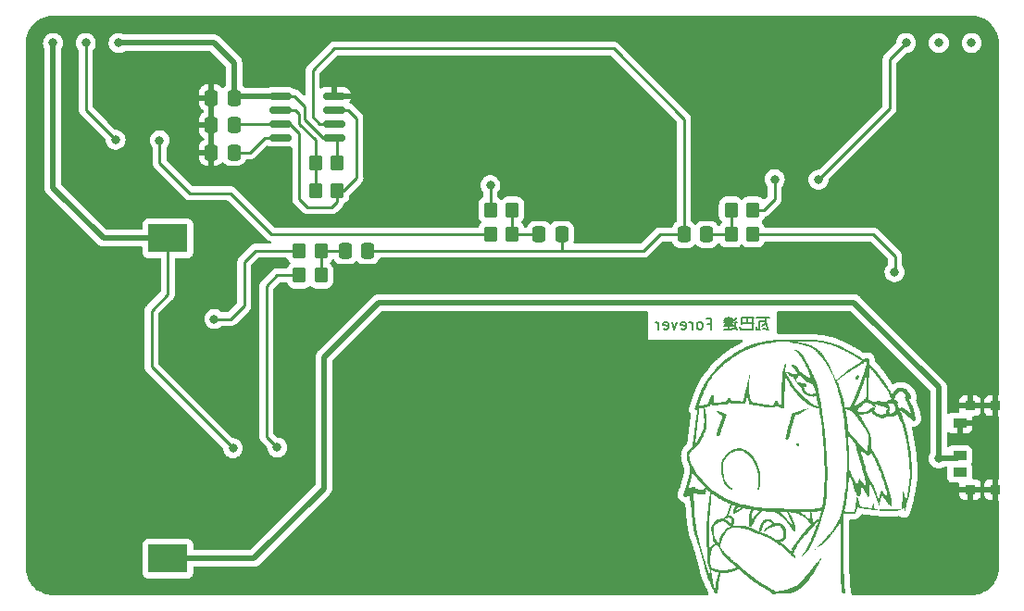
<source format=gbr>
%TF.GenerationSoftware,KiCad,Pcbnew,(6.0.8)*%
%TF.CreationDate,2022-10-18T20:07:27+08:00*%
%TF.ProjectId,LrtraPCB,4c727472-6150-4434-922e-6b696361645f,rev?*%
%TF.SameCoordinates,Original*%
%TF.FileFunction,Copper,L2,Bot*%
%TF.FilePolarity,Positive*%
%FSLAX46Y46*%
G04 Gerber Fmt 4.6, Leading zero omitted, Abs format (unit mm)*
G04 Created by KiCad (PCBNEW (6.0.8)) date 2022-10-18 20:07:27*
%MOMM*%
%LPD*%
G01*
G04 APERTURE LIST*
G04 Aperture macros list*
%AMRoundRect*
0 Rectangle with rounded corners*
0 $1 Rounding radius*
0 $2 $3 $4 $5 $6 $7 $8 $9 X,Y pos of 4 corners*
0 Add a 4 corners polygon primitive as box body*
4,1,4,$2,$3,$4,$5,$6,$7,$8,$9,$2,$3,0*
0 Add four circle primitives for the rounded corners*
1,1,$1+$1,$2,$3*
1,1,$1+$1,$4,$5*
1,1,$1+$1,$6,$7*
1,1,$1+$1,$8,$9*
0 Add four rect primitives between the rounded corners*
20,1,$1+$1,$2,$3,$4,$5,0*
20,1,$1+$1,$4,$5,$6,$7,0*
20,1,$1+$1,$6,$7,$8,$9,0*
20,1,$1+$1,$8,$9,$2,$3,0*%
G04 Aperture macros list end*
%ADD10C,0.150000*%
%TA.AperFunction,NonConductor*%
%ADD11C,0.150000*%
%TD*%
%TA.AperFunction,SMDPad,CuDef*%
%ADD12RoundRect,0.150000X0.825000X0.150000X-0.825000X0.150000X-0.825000X-0.150000X0.825000X-0.150000X0*%
%TD*%
%TA.AperFunction,SMDPad,CuDef*%
%ADD13RoundRect,0.250000X-0.337500X-0.475000X0.337500X-0.475000X0.337500X0.475000X-0.337500X0.475000X0*%
%TD*%
%TA.AperFunction,SMDPad,CuDef*%
%ADD14RoundRect,0.250000X-0.350000X-0.450000X0.350000X-0.450000X0.350000X0.450000X-0.350000X0.450000X0*%
%TD*%
%TA.AperFunction,SMDPad,CuDef*%
%ADD15R,20.500000X20.500000*%
%TD*%
%TA.AperFunction,SMDPad,CuDef*%
%ADD16RoundRect,0.250000X0.350000X0.450000X-0.350000X0.450000X-0.350000X-0.450000X0.350000X-0.450000X0*%
%TD*%
%TA.AperFunction,SMDPad,CuDef*%
%ADD17RoundRect,0.250000X0.337500X0.475000X-0.337500X0.475000X-0.337500X-0.475000X0.337500X-0.475000X0*%
%TD*%
%TA.AperFunction,SMDPad,CuDef*%
%ADD18R,1.250000X0.900000*%
%TD*%
%TA.AperFunction,SMDPad,CuDef*%
%ADD19R,0.930000X0.850000*%
%TD*%
%TA.AperFunction,SMDPad,CuDef*%
%ADD20R,3.600000X2.600000*%
%TD*%
%TA.AperFunction,ViaPad*%
%ADD21C,0.800000*%
%TD*%
%TA.AperFunction,Conductor*%
%ADD22C,0.500000*%
%TD*%
%TA.AperFunction,Conductor*%
%ADD23C,0.250000*%
%TD*%
G04 APERTURE END LIST*
D10*
%TO.C,G\u002A\u002A\u002A*%
D11*
X167492330Y-110135864D02*
X166349473Y-110135864D01*
X166635187Y-111183483D02*
X166349473Y-111183483D01*
X167206615Y-110469198D02*
X166587568Y-110469198D01*
X166587568Y-111183483D01*
X167063758Y-110659674D02*
X166825663Y-110897769D01*
X166301854Y-110945388D02*
X166349473Y-111183483D01*
X167206615Y-110135864D02*
X167206615Y-110516817D01*
X167254234Y-110754912D01*
X167301854Y-111135864D01*
X166920901Y-111088245D02*
X167444711Y-111183483D01*
X166063758Y-110612055D02*
X164968520Y-110612055D01*
X166016139Y-111183483D02*
X164920901Y-111183483D01*
X166016139Y-110135864D02*
X166016139Y-111135864D01*
X165492330Y-110135864D02*
X165492330Y-110612055D01*
X166063758Y-110135864D02*
X164968520Y-110135864D01*
X164968520Y-110707293D01*
X164825663Y-110945388D02*
X164920901Y-111183483D01*
X164158996Y-110183483D02*
X163444711Y-110183483D01*
X164254234Y-110373960D02*
X163349473Y-110373960D01*
X164206615Y-110564436D02*
X163397092Y-110564436D01*
X164158996Y-110707293D02*
X163444711Y-110707293D01*
X164254234Y-110897769D02*
X163349473Y-110897769D01*
X163825663Y-110040626D02*
X163825663Y-110326341D01*
X163825663Y-110564436D02*
X163825663Y-111040626D01*
X164539949Y-110088245D02*
X164349473Y-110278722D01*
X164587568Y-110564436D02*
X164397092Y-110564436D01*
X164397092Y-110993007D01*
X164587568Y-111183483D01*
X164016139Y-110421579D02*
X164016139Y-110564436D01*
X163635187Y-110373960D02*
X163635187Y-110516817D01*
X164444711Y-111040626D02*
X163968520Y-111183483D01*
X163349473Y-111183483D01*
X161873282Y-110659674D02*
X162206615Y-110659674D01*
X162206615Y-111183483D02*
X162206615Y-110183483D01*
X161730425Y-110183483D01*
X161206615Y-111183483D02*
X161301854Y-111135864D01*
X161349473Y-111088245D01*
X161397092Y-110993007D01*
X161397092Y-110707293D01*
X161349473Y-110612055D01*
X161301854Y-110564436D01*
X161206615Y-110516817D01*
X161063758Y-110516817D01*
X160968520Y-110564436D01*
X160920901Y-110612055D01*
X160873282Y-110707293D01*
X160873282Y-110993007D01*
X160920901Y-111088245D01*
X160968520Y-111135864D01*
X161063758Y-111183483D01*
X161206615Y-111183483D01*
X160444711Y-111183483D02*
X160444711Y-110516817D01*
X160444711Y-110707293D02*
X160397092Y-110612055D01*
X160349473Y-110564436D01*
X160254234Y-110516817D01*
X160158996Y-110516817D01*
X159444711Y-111135864D02*
X159539949Y-111183483D01*
X159730425Y-111183483D01*
X159825663Y-111135864D01*
X159873282Y-111040626D01*
X159873282Y-110659674D01*
X159825663Y-110564436D01*
X159730425Y-110516817D01*
X159539949Y-110516817D01*
X159444711Y-110564436D01*
X159397092Y-110659674D01*
X159397092Y-110754912D01*
X159873282Y-110850150D01*
X159063758Y-110516817D02*
X158825663Y-111183483D01*
X158587568Y-110516817D01*
X157825663Y-111135864D02*
X157920901Y-111183483D01*
X158111377Y-111183483D01*
X158206615Y-111135864D01*
X158254234Y-111040626D01*
X158254234Y-110659674D01*
X158206615Y-110564436D01*
X158111377Y-110516817D01*
X157920901Y-110516817D01*
X157825663Y-110564436D01*
X157778044Y-110659674D01*
X157778044Y-110754912D01*
X158254234Y-110850150D01*
X157349473Y-111183483D02*
X157349473Y-110516817D01*
X157349473Y-110707293D02*
X157301854Y-110612055D01*
X157254234Y-110564436D01*
X157158996Y-110516817D01*
X157063758Y-110516817D01*
G36*
X171070319Y-118415221D02*
G01*
X171035204Y-118439912D01*
X171002562Y-118461319D01*
X170937515Y-118504911D01*
X170857625Y-118559116D01*
X170773348Y-118616868D01*
X170561351Y-118751973D01*
X170320758Y-118876679D01*
X170081354Y-118969048D01*
X170037486Y-118983058D01*
X169962453Y-119006718D01*
X169906373Y-119024003D01*
X169878933Y-119031904D01*
X169877491Y-119032871D01*
X169864363Y-119059567D01*
X169843418Y-119118216D01*
X169816553Y-119202885D01*
X169785667Y-119307641D01*
X169752660Y-119426548D01*
X169680796Y-119693070D01*
X169607372Y-119965267D01*
X169543151Y-120203040D01*
X169487440Y-120408780D01*
X169439546Y-120584878D01*
X169398776Y-120733724D01*
X169364437Y-120857709D01*
X169335836Y-120959224D01*
X169312280Y-121040660D01*
X169293075Y-121104407D01*
X169277530Y-121152857D01*
X169264950Y-121188399D01*
X169254643Y-121213424D01*
X169245916Y-121230324D01*
X169238076Y-121241490D01*
X169230429Y-121249311D01*
X169222283Y-121256178D01*
X169166405Y-121288612D01*
X169100425Y-121289857D01*
X169033040Y-121250958D01*
X168992693Y-121201557D01*
X168980148Y-121135137D01*
X168980149Y-121135069D01*
X168985491Y-121097321D01*
X169000179Y-121026627D01*
X169022813Y-120928845D01*
X169051991Y-120809832D01*
X169086316Y-120675447D01*
X169124386Y-120531547D01*
X169129792Y-120511457D01*
X169207869Y-120221183D01*
X169276197Y-119967180D01*
X169335531Y-119746997D01*
X169386628Y-119558184D01*
X169430245Y-119398293D01*
X169467136Y-119264873D01*
X169498060Y-119155474D01*
X169523771Y-119067647D01*
X169545026Y-118998943D01*
X169562581Y-118946910D01*
X169577193Y-118909101D01*
X169589617Y-118883065D01*
X169600609Y-118866352D01*
X169610927Y-118856512D01*
X169621326Y-118851097D01*
X169632562Y-118847656D01*
X169645391Y-118843739D01*
X169660934Y-118838266D01*
X169717043Y-118818952D01*
X169794003Y-118792790D01*
X169879927Y-118763829D01*
X169910632Y-118753446D01*
X170023491Y-118714412D01*
X170145597Y-118671182D01*
X170255416Y-118631351D01*
X170264029Y-118628208D01*
X170362650Y-118595228D01*
X170484426Y-118558467D01*
X170614706Y-118522189D01*
X170738842Y-118490656D01*
X170781160Y-118480502D01*
X170883210Y-118455590D01*
X170970534Y-118433688D01*
X171034968Y-118416863D01*
X171068348Y-118407185D01*
X171077589Y-118405093D01*
X171070319Y-118415221D01*
G37*
G36*
X162717688Y-118637330D02*
G01*
X162756133Y-118653444D01*
X162821026Y-118675539D01*
X162896368Y-118697919D01*
X162940999Y-118711220D01*
X163032832Y-118742390D01*
X163136875Y-118781160D01*
X163244751Y-118824060D01*
X163348083Y-118867619D01*
X163438494Y-118908364D01*
X163507607Y-118942826D01*
X163547045Y-118967533D01*
X163561936Y-118981627D01*
X163573162Y-118998657D01*
X163578616Y-119021648D01*
X163577338Y-119054600D01*
X163568363Y-119101515D01*
X163550732Y-119166392D01*
X163523481Y-119253234D01*
X163485649Y-119366040D01*
X163436273Y-119508813D01*
X163374391Y-119685552D01*
X163349830Y-119755528D01*
X163267221Y-119990683D01*
X163196523Y-120191354D01*
X163136656Y-120360330D01*
X163086540Y-120500403D01*
X163045092Y-120614364D01*
X163011232Y-120705004D01*
X162983878Y-120775113D01*
X162961950Y-120827483D01*
X162944366Y-120864904D01*
X162930046Y-120890167D01*
X162917908Y-120906064D01*
X162906871Y-120915385D01*
X162895854Y-120920921D01*
X162863477Y-120929744D01*
X162789356Y-120928831D01*
X162725258Y-120904163D01*
X162712924Y-120894489D01*
X162675407Y-120836177D01*
X162670171Y-120755127D01*
X162697127Y-120650539D01*
X162701598Y-120638376D01*
X162729748Y-120560614D01*
X162766113Y-120458718D01*
X162809031Y-120337468D01*
X162856840Y-120201644D01*
X162907880Y-120056025D01*
X162960489Y-119905389D01*
X163013006Y-119754517D01*
X163063768Y-119608187D01*
X163111116Y-119471179D01*
X163153387Y-119348271D01*
X163188920Y-119244245D01*
X163216054Y-119163877D01*
X163233127Y-119111949D01*
X163238478Y-119093239D01*
X163227501Y-119088139D01*
X163188497Y-119070109D01*
X163132107Y-119044086D01*
X163108846Y-119033139D01*
X162982018Y-118962305D01*
X162880463Y-118881280D01*
X162791243Y-118780043D01*
X162776902Y-118761192D01*
X162725049Y-118692006D01*
X162695405Y-118649301D01*
X162685765Y-118628803D01*
X162693927Y-118626237D01*
X162717688Y-118637330D01*
G37*
G36*
X175612299Y-115360601D02*
G01*
X175677563Y-115375160D01*
X175732595Y-115406698D01*
X175751536Y-115450893D01*
X175751296Y-115455742D01*
X175738445Y-115503499D01*
X175710350Y-115569489D01*
X175673042Y-115642582D01*
X175632550Y-115711644D01*
X175594905Y-115765544D01*
X175566137Y-115793150D01*
X175535151Y-115808168D01*
X175517865Y-115816782D01*
X175517413Y-115816814D01*
X175495723Y-115810588D01*
X175452280Y-115795990D01*
X175441416Y-115791758D01*
X175390103Y-115750692D01*
X175371222Y-115687993D01*
X175386020Y-115607211D01*
X175386299Y-115606437D01*
X175402419Y-115551330D01*
X175409110Y-115507989D01*
X175410766Y-115498182D01*
X175432211Y-115457293D01*
X175470510Y-115411219D01*
X175514421Y-115372913D01*
X175555682Y-115357715D01*
X175612299Y-115360601D01*
G37*
G36*
X164852857Y-122073941D02*
G01*
X165075457Y-122117218D01*
X165298009Y-122200590D01*
X165399543Y-122251420D01*
X165580177Y-122363844D01*
X165746179Y-122499395D01*
X165900639Y-122661501D01*
X166046648Y-122853594D01*
X166187295Y-123079103D01*
X166325670Y-123341460D01*
X166376077Y-123446972D01*
X166494176Y-123724292D01*
X166584863Y-123990321D01*
X166651563Y-124254651D01*
X166655806Y-124275195D01*
X166670837Y-124355728D01*
X166681682Y-124432890D01*
X166688953Y-124515407D01*
X166693259Y-124612009D01*
X166695209Y-124731424D01*
X166695413Y-124882380D01*
X166695136Y-124943920D01*
X166693163Y-125090651D01*
X166689076Y-125206417D01*
X166682434Y-125298056D01*
X166672796Y-125372406D01*
X166659722Y-125436305D01*
X166642552Y-125500207D01*
X166595787Y-125634939D01*
X166541335Y-125749083D01*
X166483569Y-125832797D01*
X166477222Y-125839705D01*
X166440817Y-125871389D01*
X166415375Y-125881396D01*
X166403411Y-125861182D01*
X166402617Y-125818742D01*
X166411973Y-125770668D01*
X166429868Y-125733411D01*
X166438923Y-125720553D01*
X166439955Y-125708232D01*
X166438002Y-125703267D01*
X166442679Y-125670749D01*
X166456568Y-125617921D01*
X166459513Y-125607003D01*
X166471619Y-125544599D01*
X166484655Y-125455087D01*
X166497235Y-125348761D01*
X166507976Y-125235914D01*
X166512256Y-125178565D01*
X166516794Y-124830961D01*
X166483561Y-124489046D01*
X166412009Y-124150113D01*
X166301593Y-123811455D01*
X166151767Y-123470366D01*
X166087909Y-123344843D01*
X165975971Y-123144370D01*
X165865500Y-122973705D01*
X165752305Y-122826606D01*
X165632192Y-122696832D01*
X165586619Y-122653183D01*
X165419036Y-122515571D01*
X165247784Y-122412234D01*
X165065811Y-122338712D01*
X165060791Y-122337142D01*
X164920470Y-122306202D01*
X164763693Y-122292054D01*
X164603810Y-122294519D01*
X164454168Y-122313420D01*
X164328115Y-122348578D01*
X164257839Y-122378541D01*
X164173358Y-122419378D01*
X164106663Y-122456674D01*
X164074017Y-122476253D01*
X164023892Y-122502120D01*
X163993328Y-122512250D01*
X163983852Y-122513132D01*
X163978030Y-122522249D01*
X163978649Y-122523150D01*
X163967615Y-122540593D01*
X163932709Y-122566631D01*
X163890447Y-122594674D01*
X163764841Y-122696802D01*
X163642327Y-122821406D01*
X163531229Y-122958547D01*
X163439872Y-123098284D01*
X163376580Y-123230677D01*
X163374882Y-123235282D01*
X163310558Y-123461408D01*
X163274033Y-123706798D01*
X163264259Y-123964631D01*
X163280188Y-124228087D01*
X163320771Y-124490346D01*
X163384960Y-124744587D01*
X163471706Y-124983989D01*
X163579961Y-125201731D01*
X163708677Y-125390994D01*
X163778030Y-125472998D01*
X163848527Y-125541986D01*
X163926178Y-125599531D01*
X164025514Y-125657875D01*
X164100332Y-125702768D01*
X164149772Y-125744974D01*
X164165679Y-125782029D01*
X164150717Y-125817329D01*
X164133718Y-125832666D01*
X164077892Y-125847397D01*
X163998074Y-125832651D01*
X163892720Y-125788252D01*
X163866620Y-125774470D01*
X163731969Y-125680129D01*
X163602533Y-125551491D01*
X163482798Y-125393580D01*
X163377255Y-125211418D01*
X163367175Y-125191136D01*
X163252733Y-124916089D01*
X163167600Y-124620341D01*
X163113194Y-124311756D01*
X163090935Y-123998199D01*
X163102242Y-123687535D01*
X163117099Y-123550870D01*
X163141009Y-123401908D01*
X163173387Y-123270777D01*
X163217473Y-123144915D01*
X163276507Y-123011757D01*
X163313717Y-122937281D01*
X163356667Y-122863251D01*
X163405139Y-122796254D01*
X163467391Y-122725092D01*
X163551678Y-122638570D01*
X163558922Y-122631368D01*
X163689414Y-122511457D01*
X163829761Y-122398545D01*
X163971264Y-122298791D01*
X164105223Y-122218355D01*
X164222937Y-122163394D01*
X164401719Y-122107472D01*
X164628761Y-122070709D01*
X164852857Y-122073941D01*
G37*
G36*
X176634789Y-114320969D02*
G01*
X176642133Y-114334654D01*
X176676752Y-114375245D01*
X176731665Y-114427903D01*
X176798959Y-114484734D01*
X176891378Y-114560527D01*
X176999207Y-114658757D01*
X177090317Y-114756624D01*
X177175644Y-114865173D01*
X177186962Y-114880365D01*
X177235086Y-114942478D01*
X177299737Y-115023589D01*
X177373854Y-115114897D01*
X177450375Y-115207599D01*
X177485778Y-115251079D01*
X177582354Y-115376903D01*
X177697155Y-115534992D01*
X177828887Y-115723477D01*
X177976257Y-115940492D01*
X178137972Y-116184169D01*
X178312737Y-116452642D01*
X178361612Y-116529832D01*
X178426059Y-116634468D01*
X178495015Y-116748720D01*
X178563297Y-116863840D01*
X178625722Y-116971079D01*
X178677105Y-117061688D01*
X178712263Y-117126921D01*
X178756297Y-117213234D01*
X178802915Y-117079821D01*
X178817484Y-117039606D01*
X178879888Y-116899169D01*
X178953182Y-116785329D01*
X179044062Y-116687183D01*
X179095562Y-116643954D01*
X179235269Y-116561615D01*
X179388757Y-116515506D01*
X179552573Y-116505987D01*
X179723267Y-116533418D01*
X179897389Y-116598159D01*
X180010320Y-116666996D01*
X180121495Y-116761574D01*
X180225120Y-116874237D01*
X180315664Y-116997454D01*
X180387593Y-117123693D01*
X180435375Y-117245424D01*
X180453477Y-117355116D01*
X180453523Y-117383209D01*
X180447336Y-117436263D01*
X180425346Y-117475560D01*
X180379120Y-117519766D01*
X180303373Y-117585271D01*
X180406404Y-117804263D01*
X180479192Y-117964410D01*
X180598858Y-118256471D01*
X180698445Y-118540149D01*
X180776290Y-118810006D01*
X180830728Y-119060605D01*
X180860095Y-119286506D01*
X180864655Y-119350545D01*
X180866383Y-119412134D01*
X180861172Y-119452596D01*
X180847212Y-119482937D01*
X180822695Y-119514165D01*
X180810458Y-119527669D01*
X180760715Y-119563151D01*
X180696762Y-119572753D01*
X180678097Y-119572291D01*
X180641819Y-119565574D01*
X180607600Y-119545916D01*
X180566443Y-119507080D01*
X180509356Y-119442832D01*
X180434695Y-119359112D01*
X180308962Y-119230681D01*
X180167371Y-119101111D01*
X180003343Y-118964493D01*
X179810299Y-118814918D01*
X179741464Y-118762530D01*
X179631654Y-118675590D01*
X179551397Y-118606386D01*
X179497775Y-118552326D01*
X179467873Y-118510820D01*
X179427587Y-118434356D01*
X179484103Y-118385172D01*
X179534398Y-118351656D01*
X179607987Y-118337741D01*
X179693531Y-118360099D01*
X179751165Y-118390827D01*
X179834892Y-118444162D01*
X179938980Y-118516172D01*
X180058218Y-118603145D01*
X180187392Y-118701369D01*
X180321291Y-118807132D01*
X180352475Y-118832061D01*
X180409996Y-118876038D01*
X180443222Y-118896819D01*
X180456493Y-118896718D01*
X180454144Y-118878051D01*
X180440013Y-118830806D01*
X180423247Y-118769057D01*
X180401174Y-118685362D01*
X180375808Y-118597602D01*
X180346754Y-118506479D01*
X180312223Y-118407203D01*
X180270430Y-118294986D01*
X180219588Y-118165038D01*
X180157909Y-118012570D01*
X180083608Y-117832794D01*
X179994898Y-117620921D01*
X179960279Y-117535511D01*
X179929787Y-117453857D01*
X179909067Y-117390837D01*
X179901336Y-117355575D01*
X179901721Y-117349280D01*
X179918038Y-117302584D01*
X179951040Y-117252261D01*
X180001138Y-117192722D01*
X179895647Y-117083660D01*
X179876491Y-117064396D01*
X179751095Y-116963758D01*
X179621442Y-116902655D01*
X179488177Y-116881409D01*
X179471254Y-116881507D01*
X179364197Y-116896381D01*
X179271516Y-116937982D01*
X179190767Y-117009009D01*
X179119508Y-117112163D01*
X179055295Y-117250144D01*
X178995683Y-117425652D01*
X178993581Y-117432726D01*
X178973677Y-117501158D01*
X178960872Y-117547551D01*
X178959583Y-117552223D01*
X178954233Y-117575327D01*
X178954703Y-117576769D01*
X178976155Y-117591787D01*
X179019697Y-117611625D01*
X179064168Y-117631170D01*
X179158928Y-117691794D01*
X179221268Y-117763514D01*
X179248567Y-117842567D01*
X179238204Y-117925191D01*
X179225223Y-117969725D01*
X179229247Y-118008748D01*
X179257122Y-118055041D01*
X179268526Y-118073641D01*
X179297614Y-118149023D01*
X179316589Y-118243627D01*
X179331589Y-118320039D01*
X179349738Y-118379589D01*
X179365777Y-118432217D01*
X179412708Y-118549816D01*
X179454084Y-118643993D01*
X179575470Y-118942458D01*
X179695646Y-119269176D01*
X179811834Y-119615245D01*
X179921262Y-119971762D01*
X180021151Y-120329824D01*
X180108729Y-120680529D01*
X180181218Y-121014973D01*
X180220565Y-121216641D01*
X180301418Y-121654732D01*
X180369549Y-122062325D01*
X180425556Y-122444596D01*
X180470037Y-122806719D01*
X180503592Y-123153870D01*
X180526819Y-123491224D01*
X180540316Y-123823956D01*
X180544682Y-124157241D01*
X180540730Y-124481573D01*
X180527277Y-124795440D01*
X180503147Y-125091852D01*
X180467175Y-125382063D01*
X180418196Y-125677331D01*
X180355044Y-125988913D01*
X180349912Y-126012460D01*
X180319817Y-126151787D01*
X180287923Y-126301180D01*
X180257731Y-126444173D01*
X180232739Y-126564299D01*
X180229162Y-126581364D01*
X180200238Y-126706078D01*
X180163214Y-126849775D01*
X180122475Y-126995999D01*
X180082408Y-127128296D01*
X180067118Y-127176748D01*
X180032612Y-127290237D01*
X180002278Y-127395477D01*
X179978948Y-127482472D01*
X179965454Y-127541222D01*
X179951484Y-127602419D01*
X179924678Y-127695152D01*
X179894149Y-127782935D01*
X179843320Y-127913863D01*
X179839607Y-127490865D01*
X179835895Y-127067868D01*
X179809370Y-127229009D01*
X179807327Y-127241257D01*
X179791535Y-127327774D01*
X179775272Y-127405537D01*
X179761757Y-127459004D01*
X179755443Y-127476813D01*
X179732046Y-127527996D01*
X179701591Y-127584092D01*
X179670253Y-127634819D01*
X179644207Y-127669894D01*
X179629627Y-127679034D01*
X179628571Y-127665357D01*
X179629098Y-127617150D01*
X179631520Y-127540674D01*
X179635615Y-127442632D01*
X179641164Y-127329723D01*
X179647671Y-127203512D01*
X179655601Y-127045801D01*
X179664065Y-126874338D01*
X179672397Y-126702623D01*
X179679930Y-126544156D01*
X179682370Y-126492438D01*
X179688579Y-126363475D01*
X179694301Y-126248204D01*
X179699197Y-126153261D01*
X179702927Y-126085286D01*
X179705152Y-126050917D01*
X179711566Y-126022499D01*
X179736185Y-125996529D01*
X179768233Y-126003677D01*
X179796709Y-126044691D01*
X179807270Y-126075301D01*
X179828065Y-126145977D01*
X179852519Y-126236879D01*
X179877768Y-126336589D01*
X179900944Y-126433687D01*
X179919183Y-126516754D01*
X179929620Y-126574370D01*
X179930363Y-126579786D01*
X179938802Y-126638357D01*
X179950820Y-126718847D01*
X179964072Y-126805521D01*
X179969459Y-126839751D01*
X179980570Y-126902484D01*
X179989070Y-126931485D01*
X179996811Y-126931240D01*
X180005646Y-126906234D01*
X180010623Y-126887653D01*
X180027078Y-126821362D01*
X180047262Y-126735694D01*
X180068531Y-126642355D01*
X180088243Y-126553051D01*
X180103753Y-126479488D01*
X180112419Y-126433371D01*
X180112660Y-126431799D01*
X180118538Y-126393605D01*
X180129378Y-126323283D01*
X180144092Y-126227900D01*
X180161588Y-126114526D01*
X180180775Y-125990231D01*
X180197636Y-125879402D01*
X180219777Y-125729638D01*
X180240900Y-125582503D01*
X180259234Y-125450383D01*
X180273007Y-125345663D01*
X180285124Y-125249722D01*
X180300002Y-125133347D01*
X180313704Y-125027546D01*
X180324337Y-124947021D01*
X180324736Y-124943998D01*
X180332213Y-124859913D01*
X180337775Y-124742942D01*
X180341428Y-124600107D01*
X180343174Y-124438431D01*
X180343019Y-124264937D01*
X180340967Y-124086649D01*
X180337022Y-123910588D01*
X180331190Y-123743779D01*
X180323474Y-123593244D01*
X180318416Y-123516323D01*
X180299044Y-123270616D01*
X180274072Y-123005601D01*
X180245070Y-122736176D01*
X180213608Y-122477237D01*
X180181256Y-122243680D01*
X180178016Y-122221997D01*
X180162650Y-122118977D01*
X180149196Y-122028462D01*
X180139006Y-121959565D01*
X180133431Y-121921396D01*
X180131965Y-121911862D01*
X180122835Y-121859576D01*
X180108862Y-121784611D01*
X180092424Y-121699826D01*
X180086303Y-121668844D01*
X180064670Y-121559345D01*
X180040791Y-121438464D01*
X180018812Y-121327186D01*
X180000227Y-121234700D01*
X179969846Y-121089628D01*
X179934094Y-120925770D01*
X179890781Y-120732975D01*
X179889147Y-120726197D01*
X179878487Y-120684257D01*
X179860342Y-120614127D01*
X179836754Y-120523674D01*
X179809763Y-120420762D01*
X179799557Y-120381888D01*
X179773659Y-120282658D01*
X179751988Y-120198782D01*
X179736567Y-120138124D01*
X179729419Y-120108550D01*
X179721110Y-120077840D01*
X179704087Y-120027979D01*
X179693188Y-119987922D01*
X179690445Y-119942372D01*
X179690900Y-119923396D01*
X179680107Y-119907122D01*
X179678681Y-119906878D01*
X179663495Y-119885972D01*
X179648861Y-119841658D01*
X179639037Y-119800512D01*
X179629667Y-119764925D01*
X179619076Y-119730873D01*
X179616715Y-119700187D01*
X179616754Y-119699874D01*
X179600509Y-119685478D01*
X179559268Y-119672610D01*
X179514784Y-119654789D01*
X179490484Y-119627761D01*
X179483757Y-119601797D01*
X179469276Y-119539623D01*
X179459761Y-119490043D01*
X179457874Y-119466234D01*
X179458102Y-119463644D01*
X179443031Y-119446091D01*
X179432377Y-119429030D01*
X179410855Y-119380322D01*
X179382945Y-119308630D01*
X179352027Y-119222269D01*
X179350953Y-119219149D01*
X179302770Y-119081909D01*
X179264876Y-118980284D01*
X179236049Y-118911348D01*
X179215068Y-118872174D01*
X179200711Y-118859837D01*
X179195393Y-118862182D01*
X179170383Y-118887331D01*
X179137411Y-118931132D01*
X179115487Y-118961429D01*
X179010626Y-119067240D01*
X178886593Y-119138706D01*
X178746168Y-119175014D01*
X178592131Y-119175349D01*
X178427263Y-119138899D01*
X178293077Y-119095231D01*
X178209905Y-119166422D01*
X178126729Y-119223730D01*
X178020715Y-119274651D01*
X177911320Y-119309845D01*
X177814527Y-119322983D01*
X177797545Y-119322031D01*
X177738538Y-119311534D01*
X177667112Y-119292315D01*
X177593590Y-119267981D01*
X177528294Y-119242140D01*
X177481546Y-119218399D01*
X177463670Y-119200365D01*
X177460973Y-119192543D01*
X177435480Y-119181983D01*
X177406832Y-119173755D01*
X177349435Y-119142741D01*
X177274459Y-119093319D01*
X177188610Y-119030443D01*
X177098595Y-118959069D01*
X177011118Y-118884149D01*
X176932885Y-118810640D01*
X176894896Y-118774913D01*
X176853279Y-118741344D01*
X176829173Y-118729066D01*
X176820672Y-118730725D01*
X176798487Y-118738405D01*
X176760510Y-118754324D01*
X176701596Y-118780753D01*
X176616602Y-118819964D01*
X176500382Y-118874228D01*
X176425875Y-118905036D01*
X176266347Y-118950574D01*
X176097536Y-118976379D01*
X175933122Y-118980767D01*
X175786786Y-118962054D01*
X175771534Y-118958716D01*
X175728531Y-118952133D01*
X175711251Y-118954389D01*
X175714349Y-118962524D01*
X175733918Y-118995210D01*
X175763279Y-119038587D01*
X175792770Y-119078654D01*
X175812727Y-119101412D01*
X175814810Y-119103472D01*
X175834544Y-119129992D01*
X175866101Y-119176763D01*
X175902608Y-119233055D01*
X175937192Y-119288142D01*
X175962983Y-119331294D01*
X175973107Y-119351784D01*
X175973444Y-119353955D01*
X175987316Y-119384573D01*
X176018932Y-119442032D01*
X176064734Y-119520422D01*
X176121161Y-119613836D01*
X176184652Y-119716365D01*
X176251646Y-119822099D01*
X176318585Y-119925130D01*
X176352769Y-119977866D01*
X176412760Y-120074823D01*
X176463502Y-120162435D01*
X176500472Y-120232751D01*
X176519149Y-120277817D01*
X176526046Y-120300928D01*
X176554112Y-120376952D01*
X176587276Y-120450639D01*
X176598096Y-120472910D01*
X176630422Y-120545037D01*
X176668030Y-120634399D01*
X176704819Y-120726666D01*
X176730178Y-120798146D01*
X176759910Y-120905294D01*
X176782830Y-121024124D01*
X176799587Y-121160324D01*
X176810831Y-121319584D01*
X176817213Y-121507593D01*
X176818084Y-121596986D01*
X176819381Y-121730040D01*
X176819798Y-122092610D01*
X176873102Y-122142967D01*
X176875938Y-122145698D01*
X176922021Y-122198938D01*
X176979834Y-122277832D01*
X177042885Y-122373065D01*
X177104684Y-122475322D01*
X177141320Y-122541534D01*
X177196657Y-122646466D01*
X177260614Y-122771426D01*
X177328733Y-122907418D01*
X177396556Y-123045443D01*
X177459628Y-123176504D01*
X177513492Y-123291604D01*
X177553689Y-123381745D01*
X177588396Y-123462710D01*
X177629055Y-123556816D01*
X177663991Y-123636902D01*
X177688194Y-123691435D01*
X177688375Y-123691836D01*
X177718179Y-123759876D01*
X177750392Y-123836779D01*
X177780391Y-123911096D01*
X177803553Y-123971377D01*
X177815257Y-124006170D01*
X177820843Y-124024619D01*
X177836214Y-124066599D01*
X177841859Y-124081027D01*
X177861511Y-124132188D01*
X177889165Y-124204812D01*
X177920727Y-124288169D01*
X177936624Y-124330265D01*
X177967526Y-124412076D01*
X177992841Y-124479069D01*
X178008248Y-124519810D01*
X178021318Y-124559739D01*
X178033109Y-124610453D01*
X178038242Y-124635062D01*
X178052509Y-124672507D01*
X178060729Y-124688860D01*
X178080797Y-124739633D01*
X178103245Y-124804611D01*
X178122747Y-124868006D01*
X178133978Y-124914032D01*
X178142524Y-124945661D01*
X178164509Y-124996679D01*
X178180034Y-125030161D01*
X178194321Y-125077249D01*
X178198632Y-125097787D01*
X178211873Y-125134164D01*
X178212108Y-125134577D01*
X178223958Y-125163433D01*
X178243606Y-125218130D01*
X178266974Y-125286510D01*
X178289979Y-125356415D01*
X178308544Y-125415686D01*
X178318587Y-125452165D01*
X178321720Y-125464580D01*
X178336213Y-125506805D01*
X178339162Y-125514303D01*
X178356139Y-125562510D01*
X178379511Y-125633156D01*
X178405433Y-125714117D01*
X178430063Y-125793266D01*
X178449558Y-125858476D01*
X178460073Y-125897622D01*
X178461491Y-125903964D01*
X178472727Y-125950429D01*
X178490306Y-126020287D01*
X178511087Y-126101016D01*
X178533066Y-126187913D01*
X178565847Y-126328997D01*
X178576245Y-126373751D01*
X178614534Y-126558777D01*
X178646611Y-126735431D01*
X178671157Y-126896152D01*
X178686852Y-127033381D01*
X178692377Y-127139559D01*
X178686921Y-127215755D01*
X178663598Y-127295618D01*
X178623898Y-127344191D01*
X178620503Y-127345226D01*
X178591576Y-127332739D01*
X178544947Y-127297099D01*
X178487123Y-127244757D01*
X178424611Y-127182162D01*
X178363919Y-127115766D01*
X178311554Y-127052018D01*
X178274022Y-126997368D01*
X178217444Y-126903213D01*
X178153937Y-126802397D01*
X178087837Y-126701304D01*
X178023112Y-126605689D01*
X177963728Y-126521306D01*
X177913656Y-126453909D01*
X177876861Y-126409250D01*
X177857312Y-126393086D01*
X177845342Y-126394658D01*
X177815965Y-126413557D01*
X177810389Y-126419904D01*
X177784063Y-126422131D01*
X177777296Y-126418933D01*
X177768895Y-126426838D01*
X177767003Y-126441963D01*
X177755280Y-126489491D01*
X177735206Y-126560058D01*
X177709189Y-126644870D01*
X177687214Y-126715239D01*
X177663786Y-126794669D01*
X177643649Y-126870679D01*
X177624164Y-126954032D01*
X177602693Y-127055488D01*
X177576600Y-127185809D01*
X177563295Y-127249037D01*
X177553248Y-127278799D01*
X177543077Y-127279452D01*
X177529208Y-127256308D01*
X177524025Y-127245649D01*
X177497592Y-127184406D01*
X177462314Y-127095649D01*
X177421305Y-126987805D01*
X177377680Y-126869301D01*
X177334555Y-126748561D01*
X177295042Y-126634014D01*
X177262258Y-126534085D01*
X177239931Y-126463806D01*
X177213400Y-126381287D01*
X177192525Y-126317501D01*
X177180507Y-126282301D01*
X177179431Y-126279383D01*
X177161972Y-126230614D01*
X177141386Y-126171515D01*
X177139746Y-126166765D01*
X177118225Y-126107468D01*
X177099648Y-126060730D01*
X177086652Y-126030196D01*
X177061233Y-125969772D01*
X177027683Y-125889641D01*
X176989806Y-125798875D01*
X176983724Y-125784582D01*
X176945872Y-125703678D01*
X176898473Y-125611803D01*
X176845508Y-125515650D01*
X176790958Y-125421911D01*
X176738805Y-125337280D01*
X176693028Y-125268449D01*
X176657610Y-125222112D01*
X176636531Y-125204960D01*
X176634514Y-125210758D01*
X176635191Y-125247423D01*
X176640849Y-125310398D01*
X176650821Y-125390984D01*
X176657368Y-125440443D01*
X176674172Y-125612951D01*
X176677178Y-125643810D01*
X176681338Y-125829509D01*
X176669675Y-126013515D01*
X176642020Y-126211801D01*
X176637891Y-126235959D01*
X176619855Y-126337001D01*
X176603120Y-126424136D01*
X176589398Y-126488744D01*
X176580401Y-126522205D01*
X176578137Y-126527418D01*
X176571008Y-126536906D01*
X176560975Y-126535844D01*
X176545706Y-126520682D01*
X176522872Y-126487869D01*
X176490142Y-126433853D01*
X176445185Y-126355083D01*
X176385672Y-126248009D01*
X176309271Y-126109080D01*
X176304341Y-126100118D01*
X176267931Y-126034550D01*
X176221941Y-125952431D01*
X176175108Y-125869374D01*
X176174458Y-125868225D01*
X176120393Y-125771597D01*
X176060866Y-125663540D01*
X176008646Y-125567233D01*
X175995451Y-125542820D01*
X175957184Y-125474416D01*
X175926098Y-125422234D01*
X175907924Y-125396020D01*
X175902287Y-125396484D01*
X175896308Y-125428602D01*
X175894811Y-125499261D01*
X175897841Y-125607519D01*
X175901231Y-125775639D01*
X175895485Y-125951971D01*
X175879743Y-126102298D01*
X175854500Y-126222162D01*
X175820250Y-126307108D01*
X175782023Y-126365407D01*
X175735773Y-126408987D01*
X175684310Y-126421734D01*
X175618671Y-126408139D01*
X175585196Y-126394571D01*
X175549457Y-126368322D01*
X175516684Y-126324084D01*
X175478073Y-126252086D01*
X175445604Y-126182962D01*
X175393165Y-126058684D01*
X175339636Y-125919557D01*
X175289672Y-125778363D01*
X175247926Y-125647880D01*
X175219054Y-125540890D01*
X175201457Y-125477086D01*
X175161863Y-125361420D01*
X175104106Y-125211467D01*
X175028495Y-125028022D01*
X174935339Y-124811880D01*
X174924957Y-124788072D01*
X174896744Y-124722797D01*
X174866662Y-124652661D01*
X174849180Y-124613821D01*
X174828332Y-124574095D01*
X174817262Y-124562019D01*
X174813641Y-124581200D01*
X174808314Y-124633076D01*
X174802244Y-124709180D01*
X174796166Y-124801188D01*
X174789994Y-124885654D01*
X174781642Y-124966907D01*
X174772824Y-125025826D01*
X174764658Y-125053453D01*
X174759463Y-125070063D01*
X174751277Y-125122122D01*
X174742292Y-125201961D01*
X174733281Y-125302496D01*
X174725017Y-125416644D01*
X174719358Y-125501279D01*
X174711417Y-125610228D01*
X174703961Y-125702177D01*
X174697627Y-125769387D01*
X174693053Y-125804121D01*
X174690090Y-125819174D01*
X174680876Y-125876796D01*
X174671948Y-125944459D01*
X174668111Y-125974592D01*
X174660013Y-126025591D01*
X174653571Y-126050960D01*
X174651424Y-126060759D01*
X174644929Y-126105482D01*
X174635271Y-126180977D01*
X174623146Y-126281539D01*
X174609255Y-126401464D01*
X174594295Y-126535046D01*
X174586599Y-126603999D01*
X174559312Y-126832599D01*
X174533355Y-127023702D01*
X174508390Y-127179471D01*
X174484079Y-127302067D01*
X174460083Y-127393652D01*
X174443791Y-127452217D01*
X174429937Y-127513883D01*
X174417851Y-127557467D01*
X174398313Y-127595989D01*
X174388808Y-127609529D01*
X174388471Y-127621793D01*
X174390722Y-127627777D01*
X174385889Y-127661795D01*
X174371731Y-127715874D01*
X174356612Y-127772646D01*
X174353861Y-127816994D01*
X174371538Y-127838036D01*
X174412044Y-127843363D01*
X174444424Y-127847257D01*
X174470934Y-127861017D01*
X174493920Y-127868279D01*
X174550219Y-127874977D01*
X174632592Y-127880768D01*
X174733874Y-127885443D01*
X174846900Y-127888790D01*
X174964505Y-127890597D01*
X175079524Y-127890653D01*
X175184793Y-127888748D01*
X175273146Y-127884669D01*
X175281359Y-127878141D01*
X175288253Y-127846720D01*
X175290215Y-127825970D01*
X175302265Y-127795780D01*
X175306190Y-127791138D01*
X175321230Y-127757173D01*
X175327106Y-127730433D01*
X175338518Y-127682221D01*
X175357966Y-127585621D01*
X175377751Y-127454550D01*
X175396720Y-127297336D01*
X175414013Y-127121101D01*
X175428774Y-126932964D01*
X175434098Y-126858763D01*
X175442652Y-126759478D01*
X175451732Y-126688350D01*
X175462745Y-126637749D01*
X175477099Y-126600046D01*
X175496203Y-126567613D01*
X175507753Y-126550775D01*
X175533498Y-126518599D01*
X175550123Y-126515137D01*
X175566937Y-126536263D01*
X175580775Y-126561612D01*
X175588797Y-126587149D01*
X175588897Y-126590681D01*
X175605074Y-126612404D01*
X175610904Y-126623500D01*
X175626342Y-126667398D01*
X175647978Y-126737067D01*
X175673602Y-126824604D01*
X175701006Y-126922104D01*
X175727981Y-127021664D01*
X175752320Y-127115379D01*
X175771814Y-127195347D01*
X175784253Y-127253662D01*
X175799051Y-127318384D01*
X175824476Y-127369350D01*
X175867114Y-127399172D01*
X175936712Y-127418379D01*
X175987814Y-127427578D01*
X176075115Y-127441327D01*
X176178609Y-127456229D01*
X176285319Y-127470348D01*
X176376941Y-127481991D01*
X176474612Y-127494649D01*
X176555338Y-127505369D01*
X176607603Y-127512640D01*
X176628670Y-127515445D01*
X176707663Y-127523147D01*
X176787333Y-127527835D01*
X176886493Y-127531151D01*
X176893646Y-127460651D01*
X176896614Y-127437321D01*
X176913648Y-127355595D01*
X176938823Y-127271743D01*
X176967512Y-127199765D01*
X176995089Y-127153662D01*
X177017178Y-127135423D01*
X177043048Y-127139564D01*
X177061841Y-127180822D01*
X177073897Y-127260101D01*
X177079554Y-127378303D01*
X177080625Y-127427803D01*
X177082887Y-127502051D01*
X177085345Y-127554037D01*
X177087629Y-127574750D01*
X177088607Y-127575198D01*
X177115164Y-127579449D01*
X177169914Y-127585638D01*
X177242648Y-127592592D01*
X177315201Y-127599726D01*
X177374353Y-127609940D01*
X177412662Y-127626639D01*
X177440699Y-127654813D01*
X177469039Y-127699452D01*
X177504622Y-127760065D01*
X177297825Y-127749670D01*
X177236592Y-127746433D01*
X177119384Y-127738713D01*
X177034503Y-127730101D01*
X176976372Y-127719722D01*
X176939415Y-127706704D01*
X176918055Y-127690171D01*
X176911292Y-127684126D01*
X176864931Y-127667907D01*
X176791457Y-127661946D01*
X176758028Y-127660832D01*
X176677870Y-127655080D01*
X176572086Y-127645316D01*
X176449423Y-127632543D01*
X176318627Y-127617762D01*
X176188445Y-127601975D01*
X176067624Y-127586184D01*
X175964910Y-127571390D01*
X175889050Y-127558595D01*
X175811219Y-127538307D01*
X175747729Y-127504297D01*
X175702182Y-127451255D01*
X175668708Y-127372097D01*
X175641437Y-127259738D01*
X175621690Y-127165488D01*
X175604100Y-127097103D01*
X175590320Y-127067221D01*
X175579361Y-127075113D01*
X175570230Y-127120051D01*
X175561938Y-127201305D01*
X175559270Y-127232240D01*
X175539230Y-127412852D01*
X175513377Y-127578255D01*
X175482900Y-127723434D01*
X175448989Y-127843373D01*
X175412831Y-127933057D01*
X175375616Y-127987472D01*
X175367638Y-127994801D01*
X175348659Y-128009222D01*
X175325021Y-128019853D01*
X175290785Y-128027409D01*
X175240014Y-128032603D01*
X175166773Y-128036148D01*
X175065122Y-128038760D01*
X174929127Y-128041150D01*
X174851535Y-128042302D01*
X174728165Y-128043267D01*
X174634156Y-128042183D01*
X174562319Y-128038599D01*
X174505466Y-128032060D01*
X174456408Y-128022114D01*
X174407958Y-128008308D01*
X174345707Y-127990587D01*
X174295373Y-127979988D01*
X174271994Y-127980056D01*
X174269210Y-127983425D01*
X174260975Y-128014515D01*
X174265706Y-128048781D01*
X174281116Y-128064933D01*
X174281882Y-128065883D01*
X174285230Y-128094719D01*
X174288277Y-128163623D01*
X174291023Y-128272419D01*
X174293467Y-128420929D01*
X174295606Y-128608976D01*
X174297439Y-128836382D01*
X174298966Y-129102970D01*
X174300183Y-129408563D01*
X174301091Y-129752984D01*
X174301686Y-130136054D01*
X174301969Y-130557598D01*
X174302101Y-130775493D01*
X174302546Y-131095438D01*
X174303271Y-131408301D01*
X174304255Y-131711062D01*
X174305478Y-132000705D01*
X174306920Y-132274209D01*
X174308561Y-132528557D01*
X174310381Y-132760731D01*
X174312360Y-132967711D01*
X174314478Y-133146480D01*
X174316714Y-133294018D01*
X174319048Y-133407308D01*
X174321461Y-133483331D01*
X174327077Y-133616398D01*
X174334236Y-133794299D01*
X174341294Y-133977507D01*
X174347669Y-134150840D01*
X174352776Y-134299113D01*
X174357339Y-134415224D01*
X174368384Y-134593122D01*
X174383320Y-134734854D01*
X174402379Y-134842967D01*
X174423399Y-134941903D01*
X174445599Y-135059837D01*
X174462847Y-135165251D01*
X174465749Y-135185025D01*
X174477561Y-135261503D01*
X174487673Y-135321143D01*
X174494156Y-135352413D01*
X174493712Y-135361070D01*
X174474687Y-135370515D01*
X174427527Y-135374072D01*
X174346271Y-135372555D01*
X174190474Y-135366678D01*
X174146940Y-135064537D01*
X174144800Y-135049651D01*
X174125480Y-134911206D01*
X174108409Y-134779383D01*
X174093453Y-134650831D01*
X174080479Y-134522200D01*
X174069352Y-134390140D01*
X174059939Y-134251300D01*
X174052106Y-134102330D01*
X174045719Y-133939880D01*
X174040644Y-133760598D01*
X174036747Y-133561136D01*
X174033894Y-133338142D01*
X174031953Y-133088265D01*
X174030788Y-132808156D01*
X174030265Y-132494464D01*
X174030252Y-132143839D01*
X174030433Y-131975882D01*
X174031265Y-131661265D01*
X174032699Y-131356058D01*
X174034693Y-131064121D01*
X174037206Y-130789313D01*
X174040193Y-130535493D01*
X174043613Y-130306520D01*
X174047423Y-130106254D01*
X174051580Y-129938555D01*
X174056042Y-129807281D01*
X174057532Y-129770184D01*
X174064506Y-129562504D01*
X174068832Y-129366661D01*
X174070437Y-129189738D01*
X174069249Y-129038823D01*
X174065193Y-128921000D01*
X174049475Y-128639002D01*
X173960761Y-128810215D01*
X173908310Y-128908396D01*
X173821007Y-129059207D01*
X173721908Y-129215299D01*
X173605807Y-129384750D01*
X173467496Y-129575639D01*
X173417184Y-129643427D01*
X173355299Y-129726156D01*
X173304619Y-129793148D01*
X173269364Y-129838833D01*
X173253759Y-129857638D01*
X173253054Y-129858256D01*
X173233060Y-129879330D01*
X173192556Y-129923888D01*
X173137043Y-129985833D01*
X173072024Y-130059065D01*
X172809916Y-130345326D01*
X172517082Y-130640497D01*
X172230935Y-130902495D01*
X171953368Y-131129597D01*
X171686273Y-131320080D01*
X171640854Y-131348494D01*
X171586774Y-131377927D01*
X171550216Y-131392874D01*
X171535749Y-131392338D01*
X171547942Y-131375320D01*
X171591363Y-131340821D01*
X171599942Y-131334197D01*
X171642405Y-131297544D01*
X171707569Y-131238238D01*
X171791015Y-131160498D01*
X171888320Y-131068538D01*
X171995063Y-130966575D01*
X172106822Y-130858825D01*
X172219176Y-130749506D01*
X172327704Y-130642832D01*
X172427984Y-130543021D01*
X172564748Y-130402690D01*
X172773751Y-130173996D01*
X172953079Y-129958351D01*
X172966220Y-129941747D01*
X173017560Y-129879128D01*
X173060983Y-129829446D01*
X173088227Y-129802245D01*
X173105077Y-129786993D01*
X173107304Y-129777067D01*
X173106582Y-129776589D01*
X173115965Y-129756566D01*
X173145711Y-129710939D01*
X173192114Y-129644998D01*
X173251469Y-129564033D01*
X173320069Y-129473333D01*
X173334152Y-129454208D01*
X173364621Y-129408908D01*
X173371367Y-129398238D01*
X173400518Y-129353803D01*
X173436911Y-129299715D01*
X173506142Y-129194056D01*
X173593949Y-129051317D01*
X173684538Y-128896251D01*
X173772830Y-128737991D01*
X173853745Y-128585672D01*
X173922206Y-128448427D01*
X173973133Y-128335388D01*
X173998922Y-128267382D01*
X174030411Y-128175193D01*
X174062868Y-128073285D01*
X174092626Y-127973558D01*
X174116018Y-127887915D01*
X174129379Y-127828256D01*
X174133795Y-127805363D01*
X174147078Y-127760483D01*
X174160018Y-127742649D01*
X174162952Y-127741406D01*
X174172070Y-127715668D01*
X174175103Y-127667114D01*
X174175931Y-127648422D01*
X174183347Y-127586149D01*
X174197225Y-127497936D01*
X174216107Y-127392701D01*
X174238532Y-127279366D01*
X174251059Y-127218660D01*
X174272698Y-127112525D01*
X174290944Y-127021412D01*
X174304177Y-126953457D01*
X174310774Y-126916797D01*
X174312780Y-126903914D01*
X174321749Y-126849240D01*
X174334732Y-126772201D01*
X174349655Y-126685155D01*
X174400305Y-126378202D01*
X174458555Y-125972955D01*
X174504132Y-125579094D01*
X174538270Y-125183890D01*
X174562203Y-124774610D01*
X174577165Y-124338526D01*
X174581849Y-124139751D01*
X174587810Y-123870876D01*
X174592464Y-123635041D01*
X174595829Y-123427901D01*
X174597921Y-123245115D01*
X174598759Y-123082340D01*
X174598358Y-122935233D01*
X174596736Y-122799451D01*
X174593910Y-122670652D01*
X174589897Y-122544492D01*
X174584714Y-122416630D01*
X174584498Y-122411750D01*
X174572964Y-122153241D01*
X174562859Y-121931979D01*
X174553980Y-121745009D01*
X174546125Y-121589377D01*
X174539093Y-121462130D01*
X174532681Y-121360313D01*
X174526687Y-121280973D01*
X174520910Y-121221155D01*
X174515147Y-121177905D01*
X174509197Y-121148269D01*
X174502857Y-121129293D01*
X174495926Y-121118023D01*
X174493172Y-121114310D01*
X174479514Y-121074451D01*
X174707743Y-121074451D01*
X174711335Y-121196627D01*
X174719137Y-121352775D01*
X174731091Y-121541213D01*
X174747140Y-121760255D01*
X174750648Y-121816263D01*
X174755321Y-121923668D01*
X174759746Y-122061532D01*
X174763799Y-122224181D01*
X174767359Y-122405941D01*
X174770306Y-122601136D01*
X174772516Y-122804092D01*
X174773870Y-123009134D01*
X174778017Y-123965943D01*
X174930270Y-124278127D01*
X175060096Y-124546471D01*
X175176172Y-124791360D01*
X175275424Y-125006767D01*
X175359164Y-125195647D01*
X175428700Y-125360958D01*
X175485342Y-125505656D01*
X175530401Y-125632697D01*
X175532659Y-125639449D01*
X175555546Y-125704804D01*
X175573584Y-125751089D01*
X175583041Y-125768661D01*
X175583474Y-125768219D01*
X175586192Y-125743985D01*
X175588424Y-125688143D01*
X175589949Y-125608244D01*
X175590547Y-125511841D01*
X175590729Y-125467012D01*
X175595174Y-125298154D01*
X175605952Y-125165161D01*
X175623587Y-125064778D01*
X175648608Y-124993747D01*
X175681540Y-124948810D01*
X175681946Y-124948448D01*
X175717056Y-124903644D01*
X175731980Y-124858168D01*
X175734894Y-124843649D01*
X175747846Y-124842259D01*
X175775116Y-124861401D01*
X175820945Y-124904187D01*
X175889572Y-124973725D01*
X175924452Y-125011244D01*
X175987462Y-125084581D01*
X176054522Y-125167908D01*
X176120624Y-125254434D01*
X176180757Y-125337364D01*
X176229912Y-125409908D01*
X176263079Y-125465271D01*
X176275248Y-125496661D01*
X176275281Y-125497270D01*
X176287632Y-125522380D01*
X176315533Y-125561737D01*
X176355819Y-125612951D01*
X176355819Y-125536350D01*
X176354239Y-125496193D01*
X176347191Y-125418291D01*
X176336408Y-125337242D01*
X176330770Y-125301407D01*
X176316896Y-125212177D01*
X176300766Y-125107490D01*
X176284833Y-125003236D01*
X176284156Y-124998838D01*
X176267068Y-124905206D01*
X176242310Y-124790072D01*
X176212457Y-124663609D01*
X176180084Y-124535987D01*
X176147765Y-124417378D01*
X176118077Y-124317953D01*
X176093594Y-124247883D01*
X176084346Y-124220571D01*
X176066143Y-124160216D01*
X176042806Y-124078798D01*
X176017170Y-123986028D01*
X176008022Y-123952574D01*
X175976950Y-123841077D01*
X175939717Y-123709719D01*
X175900220Y-123572189D01*
X175862355Y-123442174D01*
X175846545Y-123388244D01*
X175809232Y-123260187D01*
X175772882Y-123134505D01*
X175740985Y-123023282D01*
X175717028Y-122938605D01*
X175687750Y-122834027D01*
X175649656Y-122699061D01*
X175616292Y-122582738D01*
X175584108Y-122472849D01*
X175549553Y-122357185D01*
X175509076Y-122223538D01*
X175500335Y-122192572D01*
X175832107Y-122192572D01*
X175835270Y-122207010D01*
X175848475Y-122255124D01*
X175870166Y-122330038D01*
X175898396Y-122425049D01*
X175931215Y-122533456D01*
X175965318Y-122645500D01*
X176031374Y-122865422D01*
X176088370Y-123060349D01*
X176138774Y-123239355D01*
X176185052Y-123411515D01*
X176229671Y-123585904D01*
X176275099Y-123771595D01*
X176323801Y-123977665D01*
X176352141Y-124085265D01*
X176408054Y-124243773D01*
X176485293Y-124410734D01*
X176603321Y-124644719D01*
X176767847Y-124977854D01*
X176913494Y-125281893D01*
X177039940Y-125556093D01*
X177146861Y-125799711D01*
X177233936Y-126012005D01*
X177300841Y-126192232D01*
X177347254Y-126339649D01*
X177372852Y-126453514D01*
X177376792Y-126475192D01*
X177394614Y-126541086D01*
X177415713Y-126589477D01*
X177451599Y-126624099D01*
X177499320Y-126632745D01*
X177542028Y-126607250D01*
X177553152Y-126582172D01*
X177572339Y-126523829D01*
X177597178Y-126439437D01*
X177625688Y-126335746D01*
X177655888Y-126219502D01*
X177683986Y-126108445D01*
X177710056Y-126005743D01*
X177731260Y-125922568D01*
X177745937Y-125865433D01*
X177752427Y-125840849D01*
X177753508Y-125837813D01*
X177759166Y-125833329D01*
X177770771Y-125840534D01*
X177791886Y-125863596D01*
X177826073Y-125906686D01*
X177876894Y-125973971D01*
X177947912Y-126069621D01*
X178021556Y-126165925D01*
X178105214Y-126265764D01*
X178174639Y-126336809D01*
X178227820Y-126377050D01*
X178262750Y-126384481D01*
X178271538Y-126379517D01*
X178283889Y-126361092D01*
X178288944Y-126328997D01*
X178286044Y-126280521D01*
X178274529Y-126212956D01*
X178253739Y-126123595D01*
X178223014Y-126009727D01*
X178181694Y-125868644D01*
X178129119Y-125697638D01*
X178064629Y-125494000D01*
X177987565Y-125255021D01*
X177967554Y-125193666D01*
X177907916Y-125013904D01*
X177844452Y-124826559D01*
X177779201Y-124637368D01*
X177714205Y-124452065D01*
X177651502Y-124276386D01*
X177593135Y-124116064D01*
X177541142Y-123976836D01*
X177497565Y-123864437D01*
X177464443Y-123784600D01*
X177458611Y-123771281D01*
X177437317Y-123722333D01*
X177405014Y-123647894D01*
X177364925Y-123555390D01*
X177320269Y-123452245D01*
X177265941Y-123328842D01*
X177198087Y-123179649D01*
X177129056Y-123032474D01*
X177061715Y-122893142D01*
X176998930Y-122767477D01*
X176943570Y-122661301D01*
X176898500Y-122580439D01*
X176866588Y-122530714D01*
X176856115Y-122517809D01*
X176815365Y-122480325D01*
X176781024Y-122465251D01*
X176768212Y-122467959D01*
X176734768Y-122497221D01*
X176708733Y-122547631D01*
X176698245Y-122605407D01*
X176697189Y-122613656D01*
X176674317Y-122654556D01*
X176631479Y-122698254D01*
X176581844Y-122733050D01*
X176538580Y-122747249D01*
X176513296Y-122740227D01*
X176463259Y-122714281D01*
X176406422Y-122677490D01*
X176356179Y-122638701D01*
X176325922Y-122606764D01*
X176317119Y-122596886D01*
X176280222Y-122567071D01*
X176228233Y-122531829D01*
X176199290Y-122511621D01*
X176136456Y-122461421D01*
X176062569Y-122397122D01*
X175988214Y-122327725D01*
X175934669Y-122276768D01*
X175881549Y-122228663D01*
X175845432Y-122198927D01*
X175832107Y-122192572D01*
X175500335Y-122192572D01*
X175466230Y-122071751D01*
X175434297Y-121926251D01*
X175421386Y-121812924D01*
X175416400Y-121674238D01*
X175252611Y-121470498D01*
X175251051Y-121468559D01*
X175172145Y-121373625D01*
X175087750Y-121277344D01*
X175002374Y-121184294D01*
X174920525Y-121099058D01*
X174846711Y-121026215D01*
X174785440Y-120970346D01*
X174741220Y-120936032D01*
X174718559Y-120927852D01*
X174713422Y-120938756D01*
X174708419Y-120987933D01*
X174707743Y-121074451D01*
X174479514Y-121074451D01*
X174477349Y-121068132D01*
X174464364Y-120984011D01*
X174454534Y-120863902D01*
X174451528Y-120815704D01*
X174442364Y-120684982D01*
X174431721Y-120549131D01*
X174421337Y-120430833D01*
X174418218Y-120396195D01*
X174410265Y-120297909D01*
X174400963Y-120172708D01*
X174390950Y-120029615D01*
X174380866Y-119877650D01*
X174371352Y-119725837D01*
X174364026Y-119615710D01*
X174344195Y-119385834D01*
X174317640Y-119155167D01*
X174283328Y-118917482D01*
X174240228Y-118666551D01*
X174208935Y-118506645D01*
X174462401Y-118506645D01*
X174462986Y-118511340D01*
X174468918Y-118547639D01*
X174480228Y-118613325D01*
X174495652Y-118701122D01*
X174513929Y-118803750D01*
X174515248Y-118811112D01*
X174537040Y-118933338D01*
X174554627Y-119033765D01*
X174570062Y-119124718D01*
X174585402Y-119218522D01*
X174602700Y-119327501D01*
X174624013Y-119463982D01*
X174630411Y-119505694D01*
X174660469Y-119725492D01*
X174681882Y-119934942D01*
X174697180Y-120158029D01*
X174710424Y-120398865D01*
X174792876Y-120502632D01*
X174796509Y-120507216D01*
X174851386Y-120578254D01*
X174915310Y-120663398D01*
X174975185Y-120745222D01*
X175056354Y-120854926D01*
X175198144Y-121036194D01*
X175357164Y-121229540D01*
X175526764Y-121427402D01*
X175700292Y-121622216D01*
X175871096Y-121806421D01*
X176032526Y-121972454D01*
X176177931Y-122112753D01*
X176193149Y-122126647D01*
X176260396Y-122184586D01*
X176325492Y-122235955D01*
X176381443Y-122275711D01*
X176421254Y-122298811D01*
X176437931Y-122300212D01*
X176442449Y-122278707D01*
X176452434Y-122221334D01*
X176466964Y-122130094D01*
X176486530Y-122001967D01*
X176492916Y-121960037D01*
X176513098Y-121835045D01*
X176529606Y-121746963D01*
X176543022Y-121693341D01*
X176553926Y-121671730D01*
X176562896Y-121679684D01*
X176567688Y-121692504D01*
X176585446Y-121740112D01*
X176586059Y-121741187D01*
X176588950Y-121725106D01*
X176590766Y-121675208D01*
X176591451Y-121596986D01*
X176590948Y-121495933D01*
X176589200Y-121377542D01*
X176586576Y-121267804D01*
X176580194Y-121120810D01*
X176569891Y-121000775D01*
X176554280Y-120899535D01*
X176531976Y-120808925D01*
X176501592Y-120720780D01*
X176461740Y-120626935D01*
X176403807Y-120511294D01*
X176315525Y-120357558D01*
X176202760Y-120177973D01*
X176066841Y-119974648D01*
X175909097Y-119749693D01*
X175857944Y-119677906D01*
X175784803Y-119574114D01*
X175722253Y-119483954D01*
X175673548Y-119412179D01*
X175641939Y-119363545D01*
X175630680Y-119342804D01*
X175628066Y-119333475D01*
X175604411Y-119308876D01*
X175596623Y-119301945D01*
X175565513Y-119266927D01*
X175517686Y-119208675D01*
X175458041Y-119133222D01*
X175391473Y-119046599D01*
X175346983Y-118988295D01*
X175267144Y-118887018D01*
X175201188Y-118810349D01*
X175142979Y-118752514D01*
X175086382Y-118707735D01*
X175025261Y-118670236D01*
X174953483Y-118634241D01*
X174870486Y-118598625D01*
X174776736Y-118564336D01*
X174706783Y-118542397D01*
X175546459Y-118542397D01*
X175640541Y-118637915D01*
X175641569Y-118638957D01*
X175727062Y-118710925D01*
X175818919Y-118756519D01*
X175924172Y-118777127D01*
X176049850Y-118774135D01*
X176202984Y-118748932D01*
X176325564Y-118717139D01*
X176489592Y-118649635D01*
X176625826Y-118557799D01*
X176738531Y-118439162D01*
X176789615Y-118386362D01*
X176888378Y-118323296D01*
X177001865Y-118285914D01*
X177014309Y-118283811D01*
X177073291Y-118285678D01*
X177126820Y-118315909D01*
X177152406Y-118340303D01*
X177180378Y-118400975D01*
X177169644Y-118469977D01*
X177120255Y-118545535D01*
X177058838Y-118615484D01*
X177165576Y-118685055D01*
X177213524Y-118717844D01*
X177282901Y-118769740D01*
X177336172Y-118814632D01*
X177366014Y-118839567D01*
X177433988Y-118886464D01*
X177506305Y-118927597D01*
X177555775Y-118950317D01*
X177615380Y-118969004D01*
X177683052Y-118977566D01*
X177774801Y-118979073D01*
X177875332Y-118974161D01*
X177994996Y-118952083D01*
X178083774Y-118911261D01*
X178145093Y-118850505D01*
X178151531Y-118840645D01*
X178181148Y-118773437D01*
X178187507Y-118711210D01*
X178168963Y-118666626D01*
X178165997Y-118648403D01*
X178181464Y-118606183D01*
X178212661Y-118552496D01*
X178252790Y-118497439D01*
X178295051Y-118451107D01*
X178332645Y-118423594D01*
X178380164Y-118402368D01*
X178329808Y-118386979D01*
X178326054Y-118385791D01*
X178283487Y-118370890D01*
X178213603Y-118345231D01*
X178125212Y-118312082D01*
X178027121Y-118274709D01*
X177858843Y-118215614D01*
X177590358Y-118146142D01*
X177317635Y-118107355D01*
X177267116Y-118103426D01*
X177220001Y-118101114D01*
X177201814Y-118102214D01*
X177203746Y-118109606D01*
X177215245Y-118145728D01*
X177233655Y-118200691D01*
X177254609Y-118269287D01*
X177260627Y-118317478D01*
X177244774Y-118332351D01*
X177205056Y-118315325D01*
X177139485Y-118267820D01*
X177051225Y-118200010D01*
X176859767Y-118065874D01*
X176781863Y-118020207D01*
X178345447Y-118020207D01*
X178363193Y-118054584D01*
X178398582Y-118100931D01*
X178438821Y-118153236D01*
X178482869Y-118221286D01*
X178521027Y-118289946D01*
X178547239Y-118348243D01*
X178555449Y-118385202D01*
X178553292Y-118402368D01*
X178551502Y-118416616D01*
X178545136Y-118466916D01*
X178543756Y-118475451D01*
X178524705Y-118536066D01*
X178494140Y-118597844D01*
X178484143Y-118615151D01*
X178457347Y-118681277D01*
X178452126Y-118735798D01*
X178469927Y-118768513D01*
X178477921Y-118778723D01*
X178477063Y-118812021D01*
X178474786Y-118830167D01*
X178493050Y-118861424D01*
X178514975Y-118870457D01*
X178578008Y-118877419D01*
X178655185Y-118871024D01*
X178731000Y-118851894D01*
X178778607Y-118827380D01*
X178855686Y-118760572D01*
X178930429Y-118665050D01*
X178997004Y-118547487D01*
X179005379Y-118529763D01*
X179039997Y-118444419D01*
X179051925Y-118379589D01*
X179041641Y-118324724D01*
X179009625Y-118269275D01*
X178990383Y-118238813D01*
X178955050Y-118169926D01*
X178924019Y-118095653D01*
X178904042Y-118044036D01*
X178880544Y-118002561D01*
X178850534Y-117980234D01*
X178803798Y-117966042D01*
X178760809Y-117961174D01*
X178689623Y-117960988D01*
X178604903Y-117965480D01*
X178517413Y-117973622D01*
X178437915Y-117984390D01*
X178377173Y-117996757D01*
X178345951Y-118009695D01*
X178345447Y-118020207D01*
X176781863Y-118020207D01*
X176687717Y-117965019D01*
X176533827Y-117896762D01*
X176396847Y-117860416D01*
X176377826Y-117857682D01*
X176289298Y-117857456D01*
X176222500Y-117884902D01*
X176168274Y-117943340D01*
X176155161Y-117961249D01*
X176124165Y-117992942D01*
X176104055Y-117998490D01*
X176097807Y-117994165D01*
X176100739Y-118006638D01*
X176099016Y-118022563D01*
X176074695Y-118062111D01*
X176030952Y-118115406D01*
X175974664Y-118175549D01*
X175912708Y-118235646D01*
X175851962Y-118288800D01*
X175799303Y-118328115D01*
X175761608Y-118346696D01*
X175706897Y-118359365D01*
X175665292Y-118376475D01*
X175634680Y-118405904D01*
X175599501Y-118458373D01*
X175546459Y-118542397D01*
X174706783Y-118542397D01*
X174683379Y-118535057D01*
X174597840Y-118512719D01*
X174527547Y-118499251D01*
X174479925Y-118496583D01*
X174462401Y-118506645D01*
X174208935Y-118506645D01*
X174187310Y-118396144D01*
X174123542Y-118100034D01*
X174047893Y-117771991D01*
X173994506Y-117550309D01*
X173888729Y-117135046D01*
X173782719Y-116752829D01*
X173674726Y-116398879D01*
X173563003Y-116068418D01*
X173489683Y-115873394D01*
X173701184Y-115873394D01*
X173708529Y-115925971D01*
X173740284Y-116000682D01*
X173761809Y-116046890D01*
X173822717Y-116193625D01*
X173889052Y-116373882D01*
X173959501Y-116583242D01*
X174032749Y-116817284D01*
X174107482Y-117071587D01*
X174182387Y-117341733D01*
X174256149Y-117623299D01*
X174327454Y-117911867D01*
X174394989Y-118203015D01*
X174412588Y-118281540D01*
X174637398Y-118285716D01*
X174716154Y-118286404D01*
X174796107Y-118285247D01*
X174853661Y-118282244D01*
X174879883Y-118277690D01*
X174882762Y-118274769D01*
X174902861Y-118242799D01*
X174912304Y-118225360D01*
X175227825Y-118225360D01*
X175227857Y-118226051D01*
X175244932Y-118231175D01*
X175288453Y-118218288D01*
X175351285Y-118191002D01*
X175426297Y-118152927D01*
X175506354Y-118107675D01*
X175584323Y-118058857D01*
X175653072Y-118010083D01*
X175680974Y-117988134D01*
X175749589Y-117932350D01*
X175836110Y-117860541D01*
X175933541Y-117778658D01*
X176034882Y-117692651D01*
X176133137Y-117608473D01*
X176144958Y-117598230D01*
X176545566Y-117598230D01*
X176562416Y-117613276D01*
X176604129Y-117626374D01*
X176678103Y-117642041D01*
X176725161Y-117655172D01*
X176813195Y-117691260D01*
X176903613Y-117738809D01*
X176978883Y-117789240D01*
X177003403Y-117807197D01*
X177031767Y-117817617D01*
X177069098Y-117813621D01*
X177129954Y-117795845D01*
X177216482Y-117776946D01*
X177339298Y-117764958D01*
X177478304Y-117762326D01*
X177621432Y-117768844D01*
X177756614Y-117784307D01*
X177871785Y-117808508D01*
X177910751Y-117819442D01*
X177986483Y-117839287D01*
X178036665Y-117847578D01*
X178070744Y-117844002D01*
X178098167Y-117828247D01*
X178128380Y-117799999D01*
X178149639Y-117781198D01*
X178227863Y-117729845D01*
X178328729Y-117680069D01*
X178439818Y-117637546D01*
X178548708Y-117607951D01*
X178611629Y-117592147D01*
X178663275Y-117573100D01*
X178686732Y-117556222D01*
X178686783Y-117547551D01*
X178673522Y-117507526D01*
X178645131Y-117446702D01*
X178605770Y-117374420D01*
X178590954Y-117348293D01*
X178549493Y-117268633D01*
X178517363Y-117197433D01*
X178500538Y-117147566D01*
X178472154Y-117056758D01*
X178414520Y-116939532D01*
X178327435Y-116800332D01*
X178325912Y-116798078D01*
X178287227Y-116739303D01*
X178259712Y-116694649D01*
X178249237Y-116673624D01*
X178246271Y-116665787D01*
X178227053Y-116633187D01*
X178197929Y-116589299D01*
X178168278Y-116547994D01*
X178147480Y-116523141D01*
X178138450Y-116512160D01*
X178111572Y-116474815D01*
X178075830Y-116422427D01*
X178046944Y-116379584D01*
X177987231Y-116292694D01*
X177920683Y-116197454D01*
X177852244Y-116100786D01*
X177786861Y-116009612D01*
X177729481Y-115930856D01*
X177685047Y-115871440D01*
X177658507Y-115838288D01*
X177652538Y-115831367D01*
X177620174Y-115789833D01*
X177582739Y-115737804D01*
X177572070Y-115722610D01*
X177537205Y-115675934D01*
X177512564Y-115647162D01*
X177506734Y-115640995D01*
X177477683Y-115606373D01*
X177434039Y-115551731D01*
X177382812Y-115485790D01*
X177363310Y-115460527D01*
X177288795Y-115366084D01*
X177206443Y-115264212D01*
X177124353Y-115164752D01*
X177050622Y-115077546D01*
X176993348Y-115012435D01*
X176959838Y-114973061D01*
X176911540Y-114912648D01*
X176860653Y-114846258D01*
X176834343Y-114811491D01*
X176791422Y-114758088D01*
X176767303Y-114735264D01*
X176759432Y-114741073D01*
X176765254Y-114773567D01*
X176767171Y-114781460D01*
X176766705Y-114797634D01*
X176749444Y-114788580D01*
X176710006Y-114752217D01*
X176643480Y-114687737D01*
X176630999Y-114764480D01*
X176630727Y-114766228D01*
X176626969Y-114817662D01*
X176625613Y-114898062D01*
X176626685Y-114996758D01*
X176630208Y-115103078D01*
X176632856Y-115290377D01*
X176624928Y-115516152D01*
X176606079Y-115777860D01*
X176592814Y-115956516D01*
X176579693Y-116219839D01*
X176571297Y-116518762D01*
X176567546Y-116855496D01*
X176566959Y-116957602D01*
X176565392Y-117112481D01*
X176563162Y-117252649D01*
X176560396Y-117372913D01*
X176560394Y-117372989D01*
X176557216Y-117468388D01*
X176553751Y-117533731D01*
X176550127Y-117563904D01*
X176546182Y-117576720D01*
X176545566Y-117598230D01*
X176144958Y-117598230D01*
X176221306Y-117532074D01*
X176292393Y-117469405D01*
X176339398Y-117426417D01*
X176395426Y-117372913D01*
X176384954Y-116509923D01*
X176383019Y-116354946D01*
X176379747Y-116119716D01*
X176376378Y-115921429D01*
X176372725Y-115757973D01*
X176368600Y-115627238D01*
X176363818Y-115527112D01*
X176358192Y-115455484D01*
X176351535Y-115410243D01*
X176343661Y-115389276D01*
X176334384Y-115390473D01*
X176323517Y-115411722D01*
X176310874Y-115450913D01*
X176296267Y-115505933D01*
X176266640Y-115617525D01*
X176225258Y-115757918D01*
X176175278Y-115912657D01*
X176115137Y-116086231D01*
X176043272Y-116283129D01*
X175958121Y-116507840D01*
X175858122Y-116764854D01*
X175841129Y-116808116D01*
X175787127Y-116945865D01*
X175734523Y-117080420D01*
X175686659Y-117203210D01*
X175646878Y-117305663D01*
X175618524Y-117379208D01*
X175599081Y-117427687D01*
X175556981Y-117525803D01*
X175504632Y-117642333D01*
X175446855Y-117766610D01*
X175388475Y-117887969D01*
X175340526Y-117986164D01*
X175295440Y-118079459D01*
X175259752Y-118154364D01*
X175236276Y-118204967D01*
X175227825Y-118225360D01*
X174912304Y-118225360D01*
X174935717Y-118182123D01*
X174978288Y-118099007D01*
X175027531Y-117999714D01*
X175080402Y-117890513D01*
X175133860Y-117777667D01*
X175184860Y-117667443D01*
X175230361Y-117566106D01*
X175267319Y-117479921D01*
X175294102Y-117415354D01*
X175327475Y-117335294D01*
X175353636Y-117273000D01*
X175368508Y-117238209D01*
X175382715Y-117202262D01*
X175405404Y-117139986D01*
X175430778Y-117066995D01*
X175454008Y-117001708D01*
X175488893Y-116910866D01*
X175520556Y-116835354D01*
X175537277Y-116796598D01*
X175568693Y-116720698D01*
X175608515Y-116622375D01*
X175653330Y-116510068D01*
X175699729Y-116392213D01*
X175738919Y-116292166D01*
X175780107Y-116187500D01*
X175815097Y-116099094D01*
X175841081Y-116034039D01*
X175855252Y-115999430D01*
X175856326Y-115996922D01*
X175884347Y-115926610D01*
X175921697Y-115826258D01*
X175965641Y-115703834D01*
X176013445Y-115567307D01*
X176062374Y-115424644D01*
X176109695Y-115283814D01*
X176152673Y-115152786D01*
X176188574Y-115039527D01*
X176214663Y-114952007D01*
X176246002Y-114840616D01*
X176293365Y-114671119D01*
X176330720Y-114534337D01*
X176358699Y-114426404D01*
X176377934Y-114343457D01*
X176389057Y-114281632D01*
X176392698Y-114237064D01*
X176389491Y-114205890D01*
X176380065Y-114184245D01*
X176365054Y-114168264D01*
X176345088Y-114154085D01*
X176324994Y-114141564D01*
X176296803Y-114132471D01*
X176266484Y-114143003D01*
X176219196Y-114175708D01*
X176188178Y-114197906D01*
X176119147Y-114245713D01*
X176031120Y-114305566D01*
X175932796Y-114371656D01*
X175832876Y-114438171D01*
X175740060Y-114499303D01*
X175663047Y-114549241D01*
X175610537Y-114582176D01*
X175475672Y-114663602D01*
X175297479Y-114772117D01*
X175136833Y-114871342D01*
X174983361Y-114967757D01*
X174826688Y-115067840D01*
X174656438Y-115178072D01*
X174585560Y-115224055D01*
X174476632Y-115294130D01*
X174380803Y-115355062D01*
X174303219Y-115403611D01*
X174249025Y-115436539D01*
X174223369Y-115450606D01*
X174206204Y-115457918D01*
X174180402Y-115474356D01*
X174180362Y-115474402D01*
X174160345Y-115491320D01*
X174115449Y-115526686D01*
X174053018Y-115574892D01*
X173980396Y-115630334D01*
X173904927Y-115687403D01*
X173833953Y-115740493D01*
X173774820Y-115783999D01*
X173766866Y-115789845D01*
X173720035Y-115831751D01*
X173701184Y-115873394D01*
X173489683Y-115873394D01*
X173445799Y-115756667D01*
X173321365Y-115458849D01*
X173187953Y-115170184D01*
X173043813Y-114885896D01*
X172887196Y-114601205D01*
X172872691Y-114575684D01*
X172824639Y-114489682D01*
X172785770Y-114417873D01*
X172759755Y-114367145D01*
X172750268Y-114344385D01*
X172749706Y-114340448D01*
X172730125Y-114327582D01*
X172720859Y-114324173D01*
X172709982Y-114297368D01*
X172707710Y-114283469D01*
X172689839Y-114267154D01*
X172684948Y-114266546D01*
X172669697Y-114246887D01*
X172669234Y-114243860D01*
X172652815Y-114210982D01*
X172615901Y-114153496D01*
X172562619Y-114076987D01*
X172497092Y-113987037D01*
X172423447Y-113889229D01*
X172345808Y-113789146D01*
X172268300Y-113692371D01*
X172195049Y-113604487D01*
X172098640Y-113492671D01*
X172019213Y-113403294D01*
X171952396Y-113332181D01*
X171891755Y-113272749D01*
X171830858Y-113218415D01*
X171763273Y-113162596D01*
X171762509Y-113161981D01*
X171704255Y-113114136D01*
X171657515Y-113073965D01*
X171632345Y-113050107D01*
X171625292Y-113043136D01*
X171587675Y-113014128D01*
X171536133Y-112980242D01*
X171517890Y-112968838D01*
X171467372Y-112934590D01*
X171435086Y-112908809D01*
X171433624Y-112907396D01*
X171387829Y-112878088D01*
X171308518Y-112842093D01*
X171201273Y-112800983D01*
X171071676Y-112756330D01*
X170925310Y-112709705D01*
X170767757Y-112662680D01*
X170604601Y-112616827D01*
X170441422Y-112573716D01*
X170283804Y-112534919D01*
X170137329Y-112502009D01*
X170007580Y-112476555D01*
X169900138Y-112460131D01*
X169820586Y-112454307D01*
X169793917Y-112453020D01*
X169712020Y-112439737D01*
X169633924Y-112416705D01*
X169608539Y-112407481D01*
X169521152Y-112381845D01*
X169438460Y-112364610D01*
X169408220Y-112359172D01*
X169340519Y-112340615D01*
X169291719Y-112318861D01*
X169276817Y-112310878D01*
X169249522Y-112302709D01*
X169246804Y-112302347D01*
X169868677Y-112302347D01*
X169889998Y-112307963D01*
X169892714Y-112308353D01*
X169939896Y-112316397D01*
X170010891Y-112329741D01*
X170091425Y-112345711D01*
X170099053Y-112347260D01*
X170179302Y-112363160D01*
X170248661Y-112376264D01*
X170292853Y-112383868D01*
X170325993Y-112389758D01*
X170392439Y-112403556D01*
X170474242Y-112421788D01*
X170560450Y-112441888D01*
X170640112Y-112461289D01*
X170702277Y-112477425D01*
X170735993Y-112487728D01*
X170749807Y-112492790D01*
X170796421Y-112504297D01*
X170809021Y-112506081D01*
X170856380Y-112513120D01*
X170918679Y-112522598D01*
X170982225Y-112532408D01*
X171033322Y-112540442D01*
X171058277Y-112544593D01*
X171094784Y-112554852D01*
X171168017Y-112582179D01*
X171252908Y-112619076D01*
X171335481Y-112659735D01*
X171464454Y-112728442D01*
X171609818Y-112807862D01*
X171729388Y-112876494D01*
X171829129Y-112938265D01*
X171915007Y-112997100D01*
X171992986Y-113056928D01*
X172069032Y-113121672D01*
X172149110Y-113195261D01*
X172170277Y-113215574D01*
X172243788Y-113290563D01*
X172312114Y-113366137D01*
X172362765Y-113428654D01*
X172399210Y-113477165D01*
X172442601Y-113531839D01*
X172473305Y-113566982D01*
X172495264Y-113595686D01*
X172508555Y-113632611D01*
X172514625Y-113653770D01*
X172539004Y-113701272D01*
X172575673Y-113758503D01*
X172576259Y-113759340D01*
X172624469Y-113834046D01*
X172685996Y-113938230D01*
X172757110Y-114064997D01*
X172834084Y-114207448D01*
X172913191Y-114358687D01*
X172990701Y-114511816D01*
X173062888Y-114659937D01*
X173074983Y-114685328D01*
X173125343Y-114791188D01*
X173168479Y-114882239D01*
X173208400Y-114967051D01*
X173249110Y-115054192D01*
X173294616Y-115152233D01*
X173348926Y-115269743D01*
X173416046Y-115415290D01*
X173459653Y-115506562D01*
X173509502Y-115604411D01*
X173555523Y-115688657D01*
X173591561Y-115747645D01*
X173623215Y-115793838D01*
X173651652Y-115834915D01*
X173664041Y-115852219D01*
X173671197Y-115846005D01*
X173699167Y-115814858D01*
X173743078Y-115763267D01*
X173797425Y-115697613D01*
X173889404Y-115594672D01*
X174024519Y-115462694D01*
X174185955Y-115320328D01*
X174368559Y-115171744D01*
X174567179Y-115021117D01*
X174776662Y-114872618D01*
X174991856Y-114730420D01*
X175026887Y-114708098D01*
X175182917Y-114607950D01*
X175334788Y-114509364D01*
X175478772Y-114414849D01*
X175611140Y-114326912D01*
X175728163Y-114248061D01*
X175826112Y-114180805D01*
X175901260Y-114127652D01*
X175949876Y-114091109D01*
X175968233Y-114073684D01*
X175966817Y-114068908D01*
X175941757Y-114043675D01*
X175890742Y-114003569D01*
X175820101Y-113952717D01*
X175736161Y-113895249D01*
X175645253Y-113835294D01*
X175553704Y-113776981D01*
X175467844Y-113724439D01*
X175394001Y-113681797D01*
X175338504Y-113653184D01*
X175307682Y-113642729D01*
X175303645Y-113642399D01*
X175288096Y-113627622D01*
X175277144Y-113612370D01*
X175242775Y-113589805D01*
X175233353Y-113584916D01*
X175188227Y-113560613D01*
X175118529Y-113522472D01*
X175031844Y-113474654D01*
X174935755Y-113421323D01*
X174863586Y-113381738D01*
X174764761Y-113328732D01*
X174655025Y-113270823D01*
X174540190Y-113210985D01*
X174426068Y-113152193D01*
X174318469Y-113097421D01*
X174223206Y-113049644D01*
X174146090Y-113011835D01*
X174092933Y-112986968D01*
X174069546Y-112978018D01*
X174065896Y-112977073D01*
X174034104Y-112964328D01*
X173978108Y-112939815D01*
X173907089Y-112907519D01*
X173881835Y-112895904D01*
X173815294Y-112865838D01*
X173767152Y-112844886D01*
X173746459Y-112837019D01*
X173732684Y-112832435D01*
X173690775Y-112815323D01*
X173632110Y-112789888D01*
X173593933Y-112773433D01*
X173505286Y-112737473D01*
X173425049Y-112707394D01*
X173396221Y-112696968D01*
X173310650Y-112663725D01*
X173233693Y-112631145D01*
X173103365Y-112580008D01*
X172912236Y-112522756D01*
X172685885Y-112470419D01*
X172426951Y-112423368D01*
X172138077Y-112381974D01*
X171821903Y-112346608D01*
X171481071Y-112317640D01*
X171118220Y-112295442D01*
X170735993Y-112280384D01*
X170682692Y-112279044D01*
X170561519Y-112277298D01*
X170436616Y-112277008D01*
X170312874Y-112278014D01*
X170195184Y-112280157D01*
X170088436Y-112283278D01*
X169997520Y-112287217D01*
X169927328Y-112291814D01*
X169882750Y-112296911D01*
X169868677Y-112302347D01*
X169246804Y-112302347D01*
X169209006Y-112297313D01*
X169149864Y-112294469D01*
X169066690Y-112293956D01*
X168954077Y-112295553D01*
X168806619Y-112299038D01*
X168794373Y-112299368D01*
X168646527Y-112304729D01*
X168496244Y-112312409D01*
X168354206Y-112321715D01*
X168231091Y-112331954D01*
X168137579Y-112342433D01*
X168044659Y-112355501D01*
X167757030Y-112399042D01*
X167477363Y-112445903D01*
X167210258Y-112495123D01*
X166960309Y-112545739D01*
X166732114Y-112596788D01*
X166530269Y-112647310D01*
X166359372Y-112696342D01*
X166224019Y-112742922D01*
X166202210Y-112751385D01*
X166113231Y-112785928D01*
X166010392Y-112825863D01*
X165911806Y-112864156D01*
X165831703Y-112895876D01*
X165630610Y-112980113D01*
X165425024Y-113072053D01*
X165223478Y-113167580D01*
X165034506Y-113262583D01*
X164866642Y-113352947D01*
X164728420Y-113434559D01*
X164705931Y-113448205D01*
X164667913Y-113468156D01*
X164652884Y-113470983D01*
X164652878Y-113470800D01*
X164639909Y-113475164D01*
X164609549Y-113500248D01*
X164574336Y-113525454D01*
X164549120Y-113530058D01*
X164543996Y-113527808D01*
X164532028Y-113539348D01*
X164531873Y-113540434D01*
X164512954Y-113560523D01*
X164470261Y-113591359D01*
X164414970Y-113626221D01*
X164358258Y-113658386D01*
X164311302Y-113681134D01*
X164285279Y-113687742D01*
X164281146Y-113687232D01*
X164270172Y-113703483D01*
X164268944Y-113707871D01*
X164244853Y-113731239D01*
X164199673Y-113757570D01*
X164186354Y-113764218D01*
X164145589Y-113789275D01*
X164129173Y-113807601D01*
X164126376Y-113814668D01*
X164100638Y-113824013D01*
X164088548Y-113825445D01*
X164065388Y-113840746D01*
X164050025Y-113855443D01*
X164007162Y-113888196D01*
X163943923Y-113933284D01*
X163867317Y-113985582D01*
X163771744Y-114050950D01*
X163624017Y-114157576D01*
X163490355Y-114260871D01*
X163377764Y-114355342D01*
X163293249Y-114435500D01*
X163287937Y-114440989D01*
X163238301Y-114489765D01*
X163168262Y-114555890D01*
X163086371Y-114631380D01*
X163001179Y-114708249D01*
X162988673Y-114719422D01*
X162826937Y-114868996D01*
X162687196Y-115009954D01*
X162559469Y-115153468D01*
X162433773Y-115310712D01*
X162300124Y-115492856D01*
X162236365Y-115585447D01*
X162100958Y-115798920D01*
X161960007Y-116041925D01*
X161816927Y-116308219D01*
X161675132Y-116591562D01*
X161538038Y-116885711D01*
X161516373Y-116933911D01*
X161484639Y-117004395D01*
X161460928Y-117056924D01*
X161459727Y-117059598D01*
X161438197Y-117110739D01*
X161409063Y-117183620D01*
X161378272Y-117263387D01*
X161371988Y-117279680D01*
X161343948Y-117345639D01*
X161320019Y-117391946D01*
X161304818Y-117409422D01*
X161298664Y-117411177D01*
X161299663Y-117430447D01*
X161302793Y-117446568D01*
X161288314Y-117480804D01*
X161276644Y-117497702D01*
X161276779Y-117510136D01*
X161278929Y-117512449D01*
X161274471Y-117538994D01*
X161257235Y-117585671D01*
X161254036Y-117593319D01*
X161230787Y-117654502D01*
X161202267Y-117735999D01*
X161173919Y-117822348D01*
X161165958Y-117847176D01*
X161141119Y-117920423D01*
X161120251Y-117976067D01*
X161107209Y-118003633D01*
X161105904Y-118005506D01*
X161093493Y-118041048D01*
X161084691Y-118094275D01*
X161082724Y-118134250D01*
X161091581Y-118157414D01*
X161118019Y-118159717D01*
X161160171Y-118154410D01*
X161218547Y-118147072D01*
X161270073Y-118139050D01*
X161329332Y-118126754D01*
X161354374Y-118121745D01*
X161417829Y-118113047D01*
X161490474Y-118106315D01*
X161534667Y-118102573D01*
X161595165Y-118095128D01*
X161631473Y-118087586D01*
X161641786Y-118084498D01*
X161689670Y-118074597D01*
X161751623Y-118065264D01*
X161775490Y-118061522D01*
X161831809Y-118046631D01*
X161865604Y-118028798D01*
X161869351Y-118023455D01*
X161887533Y-117984770D01*
X161913962Y-117917947D01*
X161945697Y-117830666D01*
X161979797Y-117730606D01*
X162032047Y-117578562D01*
X162086072Y-117438893D01*
X162135624Y-117333387D01*
X162182548Y-117259196D01*
X162228688Y-117213470D01*
X162275889Y-117193362D01*
X162325996Y-117196022D01*
X162332978Y-117197888D01*
X162371802Y-117214975D01*
X162400750Y-117244693D01*
X162421547Y-117292571D01*
X162435920Y-117364133D01*
X162445594Y-117464908D01*
X162452296Y-117600423D01*
X162456917Y-117713483D01*
X162461622Y-117794060D01*
X162467326Y-117846283D01*
X162475013Y-117876153D01*
X162485669Y-117889674D01*
X162500277Y-117892848D01*
X162524569Y-117891776D01*
X162583795Y-117888250D01*
X162669870Y-117882737D01*
X162775707Y-117875726D01*
X162894217Y-117867706D01*
X163018314Y-117859163D01*
X163140910Y-117850588D01*
X163254918Y-117842467D01*
X163353249Y-117835290D01*
X163428817Y-117829545D01*
X163474534Y-117825719D01*
X163484299Y-117824559D01*
X163514480Y-117814998D01*
X163540920Y-117791329D01*
X163570243Y-117745949D01*
X163609070Y-117671255D01*
X163628413Y-117633523D01*
X163681199Y-117545504D01*
X163731597Y-117489213D01*
X163785475Y-117459234D01*
X163848699Y-117450155D01*
X163857427Y-117450296D01*
X163931002Y-117471069D01*
X163989763Y-117527846D01*
X164035002Y-117621815D01*
X164052723Y-117666136D01*
X164075453Y-117693549D01*
X164114461Y-117711352D01*
X164181416Y-117728009D01*
X164237913Y-117736789D01*
X164326950Y-117745714D01*
X164438922Y-117753952D01*
X164565060Y-117760860D01*
X164696598Y-117765795D01*
X165092809Y-117777063D01*
X165133606Y-117638563D01*
X165151419Y-117572832D01*
X165175766Y-117473207D01*
X165201375Y-117360353D01*
X165224968Y-117248280D01*
X165247837Y-117136208D01*
X165283007Y-116973105D01*
X165315305Y-116837036D01*
X165346687Y-116719948D01*
X165379112Y-116613783D01*
X165415001Y-116493354D01*
X165455412Y-116339662D01*
X165497773Y-116162522D01*
X165540019Y-115970189D01*
X165542177Y-115960086D01*
X165559276Y-115885607D01*
X165581828Y-115793849D01*
X165607927Y-115691856D01*
X165635668Y-115586673D01*
X165663144Y-115485345D01*
X165688450Y-115394915D01*
X165709681Y-115322429D01*
X165724929Y-115274931D01*
X165732291Y-115259466D01*
X165732403Y-115269770D01*
X165728395Y-115312659D01*
X165720302Y-115380840D01*
X165709100Y-115465647D01*
X165706791Y-115483245D01*
X165696406Y-115581387D01*
X165686033Y-115706871D01*
X165676026Y-115852198D01*
X165666740Y-116009866D01*
X165658532Y-116172377D01*
X165651757Y-116332230D01*
X165646770Y-116481926D01*
X165643926Y-116613964D01*
X165643582Y-116720845D01*
X165646092Y-116795068D01*
X165649663Y-116832307D01*
X165664243Y-116932721D01*
X165688755Y-117065523D01*
X165723521Y-117232287D01*
X165768861Y-117434592D01*
X165825097Y-117674013D01*
X165866676Y-117847962D01*
X166040799Y-117870292D01*
X166064009Y-117873463D01*
X166148566Y-117886523D01*
X166260794Y-117905296D01*
X166392115Y-117928289D01*
X166533949Y-117954013D01*
X166677718Y-117980976D01*
X166842729Y-118011986D01*
X167035759Y-118046456D01*
X167198771Y-118072954D01*
X167337054Y-118092197D01*
X167455900Y-118104901D01*
X167560597Y-118111784D01*
X167656436Y-118113560D01*
X167805224Y-118112703D01*
X167895866Y-117980326D01*
X167940182Y-117916869D01*
X168004356Y-117830130D01*
X168056731Y-117765976D01*
X168094094Y-117728247D01*
X168113228Y-117720783D01*
X168119661Y-117723576D01*
X168145797Y-117713708D01*
X168162887Y-117704353D01*
X168206835Y-117708074D01*
X168253112Y-117741516D01*
X168296250Y-117798238D01*
X168330782Y-117871800D01*
X168351244Y-117955761D01*
X168363663Y-118048889D01*
X168494870Y-118062331D01*
X168560234Y-118067854D01*
X168611605Y-118069843D01*
X168634320Y-118067532D01*
X168635094Y-118061143D01*
X168636608Y-118020022D01*
X168638176Y-117943692D01*
X168639764Y-117835462D01*
X168641339Y-117698644D01*
X168642868Y-117536550D01*
X168644319Y-117352491D01*
X168645659Y-117149779D01*
X168646855Y-116931724D01*
X168647874Y-116701638D01*
X168648404Y-116580217D01*
X168649690Y-116355315D01*
X168651287Y-116143832D01*
X168653149Y-115949124D01*
X168655228Y-115774551D01*
X168657478Y-115623471D01*
X168659851Y-115499242D01*
X168662300Y-115405223D01*
X168664778Y-115344773D01*
X168667238Y-115321249D01*
X168670962Y-115313125D01*
X168682334Y-115270047D01*
X168692006Y-115210866D01*
X168696564Y-115181948D01*
X168710570Y-115113169D01*
X168730803Y-115025095D01*
X168755088Y-114926091D01*
X168781252Y-114824525D01*
X168807120Y-114728762D01*
X168830516Y-114647168D01*
X168849267Y-114588111D01*
X168861197Y-114559955D01*
X168863370Y-114556738D01*
X168877956Y-114519380D01*
X168890949Y-114464983D01*
X168891739Y-114460841D01*
X168912520Y-114396720D01*
X168933984Y-114358985D01*
X168943289Y-114358985D01*
X168943485Y-114361801D01*
X168955145Y-114366237D01*
X168975427Y-114344613D01*
X168980327Y-114333356D01*
X168966544Y-114335730D01*
X168957596Y-114341948D01*
X168943289Y-114358985D01*
X168933984Y-114358985D01*
X168942436Y-114344126D01*
X168945888Y-114339882D01*
X168967542Y-114315162D01*
X168981369Y-114313074D01*
X168991499Y-114333356D01*
X168994225Y-114338815D01*
X169012964Y-114397580D01*
X169013685Y-114400189D01*
X169016646Y-114447400D01*
X169011829Y-114519530D01*
X169001165Y-114603622D01*
X168986581Y-114686720D01*
X168970004Y-114755867D01*
X168953363Y-114798105D01*
X168946118Y-114811684D01*
X168932288Y-114877850D01*
X168935764Y-114961728D01*
X168955067Y-115049515D01*
X168988715Y-115127409D01*
X168996490Y-115141079D01*
X169013988Y-115178639D01*
X169014339Y-115193720D01*
X169013062Y-115201021D01*
X169032678Y-115225558D01*
X169049346Y-115249592D01*
X169051147Y-115279027D01*
X169047250Y-115287850D01*
X169059407Y-115287291D01*
X169077567Y-115296053D01*
X169112454Y-115334563D01*
X169159953Y-115397872D01*
X169216516Y-115480600D01*
X169278595Y-115577372D01*
X169342642Y-115682809D01*
X169405108Y-115791534D01*
X169462447Y-115898169D01*
X169503063Y-115975547D01*
X169547738Y-116057801D01*
X169584937Y-116123296D01*
X169609322Y-116162429D01*
X169640215Y-116212310D01*
X169667427Y-116268726D01*
X169685830Y-116305061D01*
X169704330Y-116321714D01*
X169707882Y-116323175D01*
X169732465Y-116346740D01*
X169771605Y-116393122D01*
X169818634Y-116454568D01*
X169860241Y-116508108D01*
X169930462Y-116591980D01*
X170010547Y-116682587D01*
X170090028Y-116767842D01*
X170096817Y-116774901D01*
X170161136Y-116843293D01*
X170212271Y-116900341D01*
X170245191Y-116940261D01*
X170254863Y-116957271D01*
X170253110Y-116960131D01*
X170267163Y-116966281D01*
X170279588Y-116973050D01*
X170315008Y-117001395D01*
X170363543Y-117044344D01*
X170416472Y-117093711D01*
X170465076Y-117141307D01*
X170500633Y-117178946D01*
X170514423Y-117198438D01*
X170525855Y-117212408D01*
X170561128Y-117248082D01*
X170613848Y-117299037D01*
X170677486Y-117359117D01*
X170745512Y-117422162D01*
X170811398Y-117482014D01*
X170868613Y-117532515D01*
X170940046Y-117594080D01*
X171026152Y-117667786D01*
X171090340Y-117721831D01*
X171137643Y-117760372D01*
X171173096Y-117787565D01*
X171201734Y-117807567D01*
X171240281Y-117836344D01*
X171297898Y-117883951D01*
X171359398Y-117938169D01*
X171362009Y-117940545D01*
X171416745Y-117987640D01*
X171461162Y-118021110D01*
X171485860Y-118033847D01*
X171500197Y-118036851D01*
X171544837Y-118054050D01*
X171603363Y-118081021D01*
X171663014Y-118111434D01*
X171711026Y-118138956D01*
X171734638Y-118157258D01*
X171758087Y-118169346D01*
X171803559Y-118174846D01*
X171846770Y-118180360D01*
X171874058Y-118194989D01*
X171898380Y-118208782D01*
X171944389Y-118215132D01*
X171987852Y-118207201D01*
X172015796Y-118176023D01*
X172012279Y-118124604D01*
X171976563Y-118056575D01*
X171962323Y-118035072D01*
X171935187Y-117987040D01*
X171924415Y-117956324D01*
X171922584Y-117942030D01*
X171912929Y-117893313D01*
X171896848Y-117821337D01*
X171876458Y-117735836D01*
X171869241Y-117705617D01*
X171843989Y-117589273D01*
X171820781Y-117468160D01*
X171803878Y-117364101D01*
X171798338Y-117327301D01*
X171784920Y-117255845D01*
X171771810Y-117206354D01*
X171761193Y-117187852D01*
X171749805Y-117198287D01*
X171743130Y-117234180D01*
X171742825Y-117243537D01*
X171729506Y-117290797D01*
X171702572Y-117314714D01*
X171670429Y-117306881D01*
X171644069Y-117298965D01*
X171608515Y-117323494D01*
X171602222Y-117329787D01*
X171580184Y-117345919D01*
X171551572Y-117351541D01*
X171505459Y-117347285D01*
X171430918Y-117333785D01*
X171202983Y-117279903D01*
X170997134Y-117209479D01*
X170825843Y-117125334D01*
X170691037Y-117028266D01*
X170667403Y-117005779D01*
X170577728Y-116890283D01*
X170501944Y-116740829D01*
X170442058Y-116561183D01*
X170421347Y-116489605D01*
X170401773Y-116445886D01*
X170376844Y-116420773D01*
X170339741Y-116403773D01*
X170331418Y-116400618D01*
X170289697Y-116379338D01*
X170272710Y-116360695D01*
X170270487Y-116353191D01*
X170246007Y-116341856D01*
X170223193Y-116335044D01*
X170179102Y-116295482D01*
X170124778Y-116219676D01*
X170059340Y-116106519D01*
X170040463Y-116070737D01*
X170006933Y-115998699D01*
X169996494Y-115956968D01*
X170008959Y-115943719D01*
X170044143Y-115957122D01*
X170046443Y-115958356D01*
X170088048Y-115975445D01*
X170157458Y-115999558D01*
X170244619Y-116027552D01*
X170339473Y-116056284D01*
X170431964Y-116082608D01*
X170512036Y-116103383D01*
X170530177Y-116107506D01*
X170602427Y-116120193D01*
X170673668Y-116128033D01*
X170734227Y-116130526D01*
X170774432Y-116127172D01*
X170784610Y-116117471D01*
X170782096Y-116112853D01*
X170783263Y-116100144D01*
X170784231Y-116100589D01*
X170798784Y-116122366D01*
X170824330Y-116170384D01*
X170856012Y-116235601D01*
X170869845Y-116265359D01*
X170895414Y-116324279D01*
X170905314Y-116359670D01*
X170901176Y-116380687D01*
X170884626Y-116396487D01*
X170882426Y-116398027D01*
X170836941Y-116419152D01*
X170778320Y-116435334D01*
X170719412Y-116450284D01*
X170680292Y-116475529D01*
X170676910Y-116512246D01*
X170706830Y-116564851D01*
X170716878Y-116579040D01*
X170744885Y-116626351D01*
X170756136Y-116658785D01*
X170756166Y-116660450D01*
X170769518Y-116708529D01*
X170801665Y-116771885D01*
X170844585Y-116836731D01*
X170890255Y-116889278D01*
X170936912Y-116926653D01*
X171004557Y-116973062D01*
X171078420Y-117018350D01*
X171145647Y-117054928D01*
X171207249Y-117079954D01*
X171269459Y-117091724D01*
X171350347Y-117095354D01*
X171372917Y-117095500D01*
X171457615Y-117090963D01*
X171527264Y-117074752D01*
X171602131Y-117042624D01*
X171651094Y-117017199D01*
X171714044Y-116974630D01*
X171744798Y-116931132D01*
X171747571Y-116878819D01*
X171726577Y-116809806D01*
X171715752Y-116781664D01*
X171684173Y-116694889D01*
X171655979Y-116611931D01*
X171644614Y-116577668D01*
X171617794Y-116501807D01*
X171594196Y-116440718D01*
X171590620Y-116432086D01*
X171571331Y-116382709D01*
X171561180Y-116351928D01*
X171555947Y-116336948D01*
X171519411Y-116287405D01*
X171459981Y-116235160D01*
X171388938Y-116188053D01*
X171317562Y-116153924D01*
X171257135Y-116140613D01*
X171236298Y-116136039D01*
X171199276Y-116110215D01*
X171186815Y-116092534D01*
X171185823Y-116080001D01*
X171187032Y-116079339D01*
X171176882Y-116062247D01*
X171146703Y-116029259D01*
X171142394Y-116025037D01*
X171098472Y-115994053D01*
X171069028Y-115996489D01*
X171058277Y-116032204D01*
X171056134Y-116045806D01*
X171040639Y-116047201D01*
X171002884Y-116023816D01*
X170999188Y-116021278D01*
X170955719Y-115998026D01*
X170925809Y-115992744D01*
X170910457Y-115991857D01*
X170868222Y-115964430D01*
X170809341Y-115905616D01*
X170736181Y-115817602D01*
X170714323Y-115790678D01*
X170658046Y-115725488D01*
X170589340Y-115649356D01*
X170518448Y-115573754D01*
X170508059Y-115562933D01*
X170443584Y-115497337D01*
X170397227Y-115455466D01*
X170361025Y-115431984D01*
X170327015Y-115421557D01*
X170287235Y-115418850D01*
X170277133Y-115418805D01*
X170204664Y-115427971D01*
X170164339Y-115456355D01*
X170151854Y-115506752D01*
X170144970Y-115570740D01*
X170121711Y-115603128D01*
X170079557Y-115604395D01*
X170061287Y-115600994D01*
X170031374Y-115609907D01*
X170009390Y-115649860D01*
X170002701Y-115674002D01*
X169994940Y-115740147D01*
X169995663Y-115813425D01*
X169997437Y-115844175D01*
X169993758Y-115909607D01*
X169978515Y-115940766D01*
X169953451Y-115935815D01*
X169920307Y-115892917D01*
X169906016Y-115869518D01*
X169866545Y-115809425D01*
X169818003Y-115739204D01*
X169766689Y-115667575D01*
X169718902Y-115603255D01*
X169680943Y-115554964D01*
X169659110Y-115531419D01*
X169643231Y-115523886D01*
X169599941Y-115516312D01*
X169552357Y-115506574D01*
X169478891Y-115474530D01*
X169397453Y-115426619D01*
X169319269Y-115369564D01*
X169255571Y-115310091D01*
X169253739Y-115308053D01*
X169187843Y-115219867D01*
X169156122Y-115141767D01*
X169159880Y-115076928D01*
X169176531Y-115058890D01*
X169222549Y-115053608D01*
X169289131Y-115070609D01*
X169369993Y-115108059D01*
X169458850Y-115164126D01*
X169460674Y-115165427D01*
X169534800Y-115215398D01*
X169594614Y-115246125D01*
X169656306Y-115264140D01*
X169736069Y-115275978D01*
X169771444Y-115280012D01*
X169865777Y-115289272D01*
X169930759Y-115291638D01*
X169974451Y-115286408D01*
X170004916Y-115272879D01*
X170030212Y-115250350D01*
X170032070Y-115248346D01*
X170061815Y-115208452D01*
X170066148Y-115172885D01*
X170042840Y-115132086D01*
X169989661Y-115076501D01*
X169952349Y-115035260D01*
X169896515Y-114958215D01*
X169851539Y-114879362D01*
X169848472Y-114872970D01*
X169788839Y-114769490D01*
X169714247Y-114681321D01*
X169613035Y-114594535D01*
X169573509Y-114556835D01*
X169549425Y-114505838D01*
X169561269Y-114463734D01*
X169606486Y-114436551D01*
X169682527Y-114430322D01*
X169690254Y-114430942D01*
X169752225Y-114440952D01*
X169799356Y-114456162D01*
X169826909Y-114468804D01*
X169861914Y-114480511D01*
X169873932Y-114484859D01*
X169914728Y-114506589D01*
X169967663Y-114539549D01*
X169977852Y-114546365D01*
X170028940Y-114585742D01*
X170051795Y-114618737D01*
X170053525Y-114654902D01*
X170054568Y-114660397D01*
X170075880Y-114664973D01*
X170076457Y-114664915D01*
X170095318Y-114681704D01*
X170127025Y-114727694D01*
X170167295Y-114796107D01*
X170211844Y-114880164D01*
X170237990Y-114930886D01*
X170291007Y-115025220D01*
X170331550Y-115083607D01*
X170358988Y-115105086D01*
X170388672Y-115112237D01*
X170463614Y-115145334D01*
X170555626Y-115199716D01*
X170657364Y-115270464D01*
X170761488Y-115352654D01*
X170860654Y-115441365D01*
X170908180Y-115484826D01*
X170945856Y-115515148D01*
X170963311Y-115523685D01*
X170978152Y-115522365D01*
X171018720Y-115535144D01*
X171070994Y-115559275D01*
X171122173Y-115588655D01*
X171159455Y-115617182D01*
X171187366Y-115641101D01*
X171199276Y-115643163D01*
X171201432Y-115641571D01*
X171222819Y-115654776D01*
X171259704Y-115687217D01*
X171275326Y-115701888D01*
X171307319Y-115729482D01*
X171319979Y-115736307D01*
X171318295Y-115725710D01*
X171305114Y-115678514D01*
X171280718Y-115602854D01*
X171247350Y-115504930D01*
X171207255Y-115390938D01*
X171162675Y-115267079D01*
X171115852Y-115139551D01*
X171069032Y-115014552D01*
X171024455Y-114898281D01*
X170984367Y-114796937D01*
X170951009Y-114716717D01*
X170937419Y-114686000D01*
X170896006Y-114596420D01*
X170843746Y-114487089D01*
X170785964Y-114369072D01*
X170727988Y-114253434D01*
X170655604Y-114113350D01*
X170583393Y-113980603D01*
X170512024Y-113858675D01*
X170433430Y-113733840D01*
X170339547Y-113592372D01*
X170307945Y-113545218D01*
X170251707Y-113460279D01*
X170199707Y-113380725D01*
X170173936Y-113342785D01*
X170136318Y-113297612D01*
X170090940Y-113258922D01*
X170028185Y-113218955D01*
X169938431Y-113169952D01*
X169877436Y-113136810D01*
X169811025Y-113097940D01*
X169765741Y-113067965D01*
X169748999Y-113051521D01*
X169764342Y-113043778D01*
X169810777Y-113040523D01*
X169878876Y-113043356D01*
X169930438Y-113049125D01*
X170003321Y-113065611D01*
X170080375Y-113095564D01*
X170175982Y-113143848D01*
X170223676Y-113169888D01*
X170283856Y-113205970D01*
X170330711Y-113241904D01*
X170373116Y-113286138D01*
X170419942Y-113347116D01*
X170480064Y-113433286D01*
X170549143Y-113535576D01*
X170642828Y-113680518D01*
X170735152Y-113831556D01*
X170829648Y-113994840D01*
X170929847Y-114176518D01*
X171039282Y-114382739D01*
X171161483Y-114619652D01*
X171172811Y-114641773D01*
X171218251Y-114728883D01*
X171257083Y-114800831D01*
X171285493Y-114850665D01*
X171299665Y-114871436D01*
X171322819Y-114899541D01*
X171349901Y-114952100D01*
X171371647Y-115010726D01*
X171380561Y-115058122D01*
X171386214Y-115081923D01*
X171407706Y-115138537D01*
X171442408Y-115218471D01*
X171487296Y-115314822D01*
X171539347Y-115420690D01*
X171583232Y-115509033D01*
X171627412Y-115601189D01*
X171661251Y-115675498D01*
X171682038Y-115725978D01*
X171687061Y-115746644D01*
X171684627Y-115750841D01*
X171699488Y-115757717D01*
X171708211Y-115759522D01*
X171723112Y-115782895D01*
X171731602Y-115816627D01*
X171752475Y-115864129D01*
X171755405Y-115869834D01*
X171768506Y-115903785D01*
X171757387Y-115905988D01*
X171750376Y-115907539D01*
X171767828Y-115931558D01*
X171790929Y-115964959D01*
X171809098Y-116010555D01*
X171816439Y-116039066D01*
X171837807Y-116090072D01*
X171851501Y-116116811D01*
X171860584Y-116140429D01*
X171860626Y-116140879D01*
X171868196Y-116166230D01*
X171884606Y-116210929D01*
X171890327Y-116226780D01*
X171904172Y-116274111D01*
X171919677Y-116340116D01*
X171937675Y-116429034D01*
X171958995Y-116545101D01*
X171984468Y-116692557D01*
X172014925Y-116875639D01*
X172032615Y-116982351D01*
X172056252Y-117119769D01*
X172078501Y-117240436D01*
X172102072Y-117358265D01*
X172129677Y-117487170D01*
X172164024Y-117641063D01*
X172184401Y-117738245D01*
X172209603Y-117871499D01*
X172235613Y-118019835D01*
X172260229Y-118170219D01*
X172281251Y-118309623D01*
X172296476Y-118425013D01*
X172300305Y-118456208D01*
X172309323Y-118521194D01*
X172316928Y-118566012D01*
X172321187Y-118588456D01*
X172326985Y-118626521D01*
X172334277Y-118682954D01*
X172343987Y-118764984D01*
X172357039Y-118879842D01*
X172359760Y-118903405D01*
X172370251Y-118988427D01*
X172381220Y-119071198D01*
X172385796Y-119107005D01*
X172390869Y-119160256D01*
X172391047Y-119188242D01*
X172390901Y-119196263D01*
X172395275Y-119237609D01*
X172404861Y-119304021D01*
X172418299Y-119385637D01*
X172423671Y-119417021D01*
X172438437Y-119507548D01*
X172450434Y-119587057D01*
X172457469Y-119641234D01*
X172457646Y-119642927D01*
X172466082Y-119712626D01*
X172475444Y-119776194D01*
X172481982Y-119816704D01*
X172498290Y-119928685D01*
X172516691Y-120066532D01*
X172536014Y-120220522D01*
X172555089Y-120380934D01*
X172572745Y-120538044D01*
X172587811Y-120682132D01*
X172599118Y-120803474D01*
X172603866Y-120855492D01*
X172612167Y-120934559D01*
X172619745Y-120994830D01*
X172621923Y-121012167D01*
X172628144Y-121071258D01*
X172636735Y-121160143D01*
X172647074Y-121272134D01*
X172658536Y-121400544D01*
X172670497Y-121538684D01*
X172699587Y-121895835D01*
X172751699Y-122654688D01*
X172787516Y-123377786D01*
X172807037Y-124065877D01*
X172808927Y-124449207D01*
X172810261Y-124719711D01*
X172797186Y-125340035D01*
X172767811Y-125927599D01*
X172722134Y-126483151D01*
X172660155Y-127007439D01*
X172656491Y-127035036D01*
X172647872Y-127103524D01*
X172638828Y-127178653D01*
X172627175Y-127267699D01*
X172610461Y-127374765D01*
X172592155Y-127475687D01*
X172573928Y-127562011D01*
X172557447Y-127625281D01*
X172544382Y-127657043D01*
X172535818Y-127670083D01*
X172538292Y-127682221D01*
X172540598Y-127684557D01*
X172533531Y-127709677D01*
X172513914Y-127747441D01*
X172510781Y-127753472D01*
X172504917Y-127764557D01*
X172481485Y-127820484D01*
X172451901Y-127903026D01*
X172419361Y-128002946D01*
X172387061Y-128111005D01*
X172374559Y-128154680D01*
X172345815Y-128253962D01*
X172321133Y-128337684D01*
X172302810Y-128398110D01*
X172293140Y-128427503D01*
X172287598Y-128441995D01*
X172276310Y-128477860D01*
X172276040Y-128478998D01*
X172267450Y-128510074D01*
X172250878Y-128567228D01*
X172229643Y-128639002D01*
X172227011Y-128647856D01*
X172207469Y-128716345D01*
X172194333Y-128767235D01*
X172190321Y-128790072D01*
X172184462Y-128810927D01*
X172165018Y-128850500D01*
X172145880Y-128893632D01*
X172132658Y-128945520D01*
X172131519Y-128953594D01*
X172117008Y-129005478D01*
X172092883Y-129064939D01*
X172086296Y-129079213D01*
X172064270Y-129133508D01*
X172053342Y-129171346D01*
X172048850Y-129189962D01*
X172032636Y-129241875D01*
X172008350Y-129313556D01*
X171979766Y-129394394D01*
X171950660Y-129473775D01*
X171924804Y-129541085D01*
X171905975Y-129585711D01*
X171902391Y-129593702D01*
X171882751Y-129644812D01*
X171862192Y-129706567D01*
X171848168Y-129746609D01*
X171819595Y-129819689D01*
X171782617Y-129909097D01*
X171741756Y-130003672D01*
X171705821Y-130087359D01*
X171678155Y-130156481D01*
X171661758Y-130203251D01*
X171659347Y-130220515D01*
X171662538Y-130222810D01*
X171646980Y-130237103D01*
X171629515Y-130256745D01*
X171612270Y-130300426D01*
X171605187Y-130323680D01*
X171580441Y-130384129D01*
X171541901Y-130468671D01*
X171492993Y-130570542D01*
X171437140Y-130682979D01*
X171377767Y-130799218D01*
X171318299Y-130912494D01*
X171262160Y-131016045D01*
X171212774Y-131103107D01*
X171173566Y-131166916D01*
X171116511Y-131252028D01*
X171007665Y-131405675D01*
X170910716Y-131529248D01*
X170822302Y-131627155D01*
X170783482Y-131668867D01*
X170749196Y-131711463D01*
X170735993Y-131736261D01*
X170735116Y-131742917D01*
X170722210Y-131743987D01*
X170716678Y-131742384D01*
X170687551Y-131755370D01*
X170646675Y-131787889D01*
X170622661Y-131809706D01*
X170568285Y-131855581D01*
X170516027Y-131895882D01*
X170473055Y-131925510D01*
X170446537Y-131939362D01*
X170443644Y-131932340D01*
X170457156Y-131912392D01*
X170491628Y-131866490D01*
X170535294Y-131811484D01*
X170547190Y-131796421D01*
X170596478Y-131728452D01*
X170652780Y-131644637D01*
X170706106Y-131559699D01*
X170719407Y-131537671D01*
X170774716Y-131447189D01*
X170829813Y-131358495D01*
X170874518Y-131288015D01*
X170887199Y-131267826D01*
X170937562Y-131180843D01*
X170999511Y-131066158D01*
X171069559Y-130930801D01*
X171144218Y-130781802D01*
X171220001Y-130626191D01*
X171293420Y-130470999D01*
X171360988Y-130323257D01*
X171419217Y-130189993D01*
X171444682Y-130129186D01*
X171494412Y-130007460D01*
X171549363Y-129869907D01*
X171607709Y-129721369D01*
X171667626Y-129566689D01*
X171727290Y-129410712D01*
X171784875Y-129258279D01*
X171838557Y-129114235D01*
X171886511Y-128983423D01*
X171926912Y-128870686D01*
X171957937Y-128780867D01*
X171977761Y-128718810D01*
X171984558Y-128689358D01*
X171977270Y-128692999D01*
X171949825Y-128719006D01*
X171909024Y-128762409D01*
X171777392Y-128907027D01*
X171618994Y-129078458D01*
X171463502Y-129243542D01*
X171407906Y-129302659D01*
X171326485Y-129390392D01*
X171232611Y-129492416D01*
X171133942Y-129600403D01*
X171038134Y-129706031D01*
X171025036Y-129720533D01*
X170941105Y-129813403D01*
X170865592Y-129896868D01*
X170803141Y-129965804D01*
X170758393Y-130015083D01*
X170735993Y-130039582D01*
X170719885Y-130057122D01*
X170695370Y-130084455D01*
X170660549Y-130123881D01*
X170611397Y-130179982D01*
X170543887Y-130257340D01*
X170453995Y-130360538D01*
X170420920Y-130398488D01*
X170362834Y-130464955D01*
X170315316Y-130519102D01*
X170286295Y-130551883D01*
X170276676Y-130563020D01*
X170219757Y-130641352D01*
X170154114Y-130748138D01*
X170083695Y-130875390D01*
X170012452Y-131015119D01*
X169944332Y-131159336D01*
X169883288Y-131300052D01*
X169833267Y-131429281D01*
X169798220Y-131539032D01*
X169749490Y-131719792D01*
X169829815Y-131834303D01*
X169839504Y-131848380D01*
X169890827Y-131938346D01*
X169911188Y-132009168D01*
X169900370Y-132058906D01*
X169858153Y-132085620D01*
X169848946Y-132087605D01*
X169813674Y-132085965D01*
X169775094Y-132064184D01*
X169722189Y-132016674D01*
X169685541Y-131983453D01*
X169628509Y-131939720D01*
X169583384Y-131914080D01*
X169547416Y-131892397D01*
X169515552Y-131837375D01*
X169515305Y-131836389D01*
X169494468Y-131798770D01*
X169449141Y-131740168D01*
X169384689Y-131666181D01*
X169306481Y-131582408D01*
X169219883Y-131494448D01*
X169130265Y-131407900D01*
X169042992Y-131328364D01*
X168963432Y-131261437D01*
X168946276Y-131247761D01*
X168883291Y-131196885D01*
X168832626Y-131154971D01*
X168803952Y-131129990D01*
X168781152Y-131112446D01*
X168729690Y-131076130D01*
X168655653Y-131025258D01*
X168564632Y-130963546D01*
X168462217Y-130894715D01*
X168353998Y-130822483D01*
X168245566Y-130750568D01*
X168142511Y-130682689D01*
X168050423Y-130622566D01*
X167974893Y-130573917D01*
X167921510Y-130540460D01*
X167895866Y-130525915D01*
X167883551Y-130520167D01*
X167839448Y-130495135D01*
X167785081Y-130460749D01*
X167728727Y-130425270D01*
X167601000Y-130353265D01*
X167451524Y-130277273D01*
X167291078Y-130202660D01*
X167130442Y-130134793D01*
X167059781Y-130106615D01*
X166842794Y-130020384D01*
X166658944Y-129947876D01*
X166505040Y-129887879D01*
X166377887Y-129839179D01*
X166274294Y-129800563D01*
X166191068Y-129770820D01*
X166125017Y-129748736D01*
X166072948Y-129733098D01*
X166058420Y-129728905D01*
X165966427Y-129697861D01*
X165862384Y-129657213D01*
X165766127Y-129614618D01*
X165731620Y-129598345D01*
X165558787Y-129524710D01*
X165387990Y-129466796D01*
X165210880Y-129422819D01*
X165019110Y-129390997D01*
X164804331Y-129369548D01*
X164558195Y-129356688D01*
X164517666Y-129355204D01*
X164375045Y-129348308D01*
X164268212Y-129340098D01*
X164198663Y-129330713D01*
X164167893Y-129320294D01*
X164154406Y-129297355D01*
X164156596Y-129249355D01*
X164185182Y-129199276D01*
X164235214Y-129158978D01*
X164267171Y-129145387D01*
X164311900Y-129135050D01*
X164374335Y-129128615D01*
X164461992Y-129125334D01*
X164582385Y-129124461D01*
X164756541Y-129128965D01*
X165014922Y-129153189D01*
X165273935Y-129199820D01*
X165540434Y-129270486D01*
X165821273Y-129366814D01*
X166123305Y-129490433D01*
X166150838Y-129502244D01*
X166213510Y-129527613D01*
X166259268Y-129544155D01*
X166287833Y-129556818D01*
X166304589Y-129575111D01*
X166312729Y-129583138D01*
X166344875Y-129581475D01*
X166369218Y-129579584D01*
X166385160Y-129593433D01*
X166392194Y-129606264D01*
X166424257Y-129615925D01*
X166447392Y-129619146D01*
X166475803Y-129636067D01*
X166492351Y-129648149D01*
X166533391Y-129656210D01*
X166563514Y-129659634D01*
X166597666Y-129674121D01*
X166606706Y-129679604D01*
X166648785Y-129699106D01*
X166717832Y-129728260D01*
X166806857Y-129764152D01*
X166908872Y-129803868D01*
X166956159Y-129822004D01*
X167062555Y-129863014D01*
X167158228Y-129900156D01*
X167234206Y-129929939D01*
X167281513Y-129948869D01*
X167287903Y-129951520D01*
X167383486Y-129994407D01*
X167500099Y-130051141D01*
X167626175Y-130115680D01*
X167750145Y-130181980D01*
X167860440Y-130243999D01*
X167945492Y-130295695D01*
X167953336Y-130300779D01*
X168036208Y-130353732D01*
X168119178Y-130405624D01*
X168185381Y-130445897D01*
X168191910Y-130449766D01*
X168245188Y-130480183D01*
X168275754Y-130491568D01*
X168294475Y-130485397D01*
X168312213Y-130463150D01*
X168332198Y-130444619D01*
X168384842Y-130415003D01*
X168451229Y-130390136D01*
X168529683Y-130361459D01*
X168633114Y-130302282D01*
X168712093Y-130229322D01*
X168758715Y-130148783D01*
X168768085Y-130108439D01*
X168776661Y-130021915D01*
X168778897Y-129914993D01*
X168775253Y-129799268D01*
X168766188Y-129686333D01*
X168752161Y-129587782D01*
X168733631Y-129515211D01*
X168727795Y-129499900D01*
X168679262Y-129394735D01*
X168621116Y-129297615D01*
X168560172Y-129218793D01*
X168503241Y-129168521D01*
X168484705Y-129157662D01*
X168448066Y-129142107D01*
X168404302Y-129134563D01*
X168342428Y-129133709D01*
X168251457Y-129138222D01*
X168084967Y-129158999D01*
X167857015Y-129217991D01*
X167624511Y-129310868D01*
X167392799Y-129435408D01*
X167167222Y-129589387D01*
X167094246Y-129639893D01*
X167032753Y-129669746D01*
X166997018Y-129670259D01*
X166988548Y-129642583D01*
X167008854Y-129587868D01*
X167059445Y-129507264D01*
X167108831Y-129445197D01*
X167225047Y-129330847D01*
X167368697Y-129219413D01*
X167531806Y-129116789D01*
X167706398Y-129028875D01*
X167729715Y-129017919D01*
X167770879Y-128989492D01*
X167778990Y-128958339D01*
X167753601Y-128918376D01*
X167694267Y-128863518D01*
X167658979Y-128837333D01*
X167576849Y-128798550D01*
X167473286Y-128776859D01*
X167339884Y-128770042D01*
X167272400Y-128771965D01*
X167193405Y-128784408D01*
X167130444Y-128813170D01*
X167076268Y-128863707D01*
X167023625Y-128941475D01*
X166965266Y-129051928D01*
X166944558Y-129095427D01*
X166898070Y-129203566D01*
X166856867Y-129312417D01*
X166827980Y-129403956D01*
X166808829Y-129473157D01*
X166784657Y-129544671D01*
X166760121Y-129590601D01*
X166730410Y-129619170D01*
X166690715Y-129638599D01*
X166651755Y-129647109D01*
X166611103Y-129630301D01*
X166590439Y-129578533D01*
X166589764Y-129491817D01*
X166609083Y-129370167D01*
X166618776Y-129328402D01*
X166634769Y-129273163D01*
X166647878Y-129243016D01*
X166654228Y-129231737D01*
X166670871Y-129187435D01*
X166688202Y-129127195D01*
X166697472Y-129094636D01*
X166715247Y-129049497D01*
X166729978Y-129031785D01*
X166738985Y-129027105D01*
X166747730Y-128998164D01*
X166748610Y-128988825D01*
X166766363Y-128937419D01*
X166801819Y-128869329D01*
X166848209Y-128795554D01*
X166898763Y-128727091D01*
X166946711Y-128674937D01*
X166969633Y-128655551D01*
X167024915Y-128617626D01*
X167070014Y-128597433D01*
X167107611Y-128586776D01*
X167155347Y-128567285D01*
X167168924Y-128561776D01*
X167228768Y-128551655D01*
X167311478Y-128548877D01*
X167404813Y-128553049D01*
X167496533Y-128563781D01*
X167574396Y-128580681D01*
X167645772Y-128605800D01*
X167756685Y-128664056D01*
X167841947Y-128735522D01*
X167896680Y-128815641D01*
X167916009Y-128899857D01*
X167917283Y-128933850D01*
X167921045Y-128950996D01*
X167929576Y-128948883D01*
X167967355Y-128938021D01*
X168024021Y-128921065D01*
X168093128Y-128904653D01*
X168184156Y-128889363D01*
X168275805Y-128878931D01*
X168373363Y-128876495D01*
X168514127Y-128898278D01*
X168637601Y-128953673D01*
X168749430Y-129044656D01*
X168844715Y-129158360D01*
X168936900Y-129321404D01*
X168999987Y-129509407D01*
X169034421Y-129723781D01*
X169040650Y-129965938D01*
X169036646Y-130069636D01*
X169030481Y-130150457D01*
X169020727Y-130210397D01*
X169005719Y-130259467D01*
X168983789Y-130307680D01*
X168965647Y-130339989D01*
X168917006Y-130409721D01*
X168867543Y-130463824D01*
X168819392Y-130500844D01*
X168750599Y-130544682D01*
X168678589Y-130583946D01*
X168615259Y-130612213D01*
X168572507Y-130623062D01*
X168553048Y-130624486D01*
X168534861Y-130637933D01*
X168551033Y-130666245D01*
X168602226Y-130710262D01*
X168689101Y-130770821D01*
X168796826Y-130844364D01*
X169096420Y-131076352D01*
X169390629Y-131344748D01*
X169476022Y-131426548D01*
X169540049Y-131482428D01*
X169579825Y-131509351D01*
X169596374Y-131508132D01*
X169608026Y-131474668D01*
X169640302Y-131376766D01*
X169656936Y-131315569D01*
X169658013Y-131290786D01*
X169651843Y-131290836D01*
X169621289Y-131306570D01*
X169576113Y-131338039D01*
X169502845Y-131393923D01*
X169517292Y-131345883D01*
X169531870Y-131302270D01*
X169572967Y-131205516D01*
X169623590Y-131110006D01*
X169678900Y-131022996D01*
X169734055Y-130951740D01*
X169784213Y-130903491D01*
X169824534Y-130885505D01*
X169852746Y-130881464D01*
X169869855Y-130868119D01*
X169879571Y-130845390D01*
X169907295Y-130796273D01*
X169949114Y-130727041D01*
X170001106Y-130643733D01*
X170059348Y-130552393D01*
X170119920Y-130459060D01*
X170178900Y-130369777D01*
X170232367Y-130290584D01*
X170276397Y-130227523D01*
X170307070Y-130186636D01*
X170320465Y-130173962D01*
X170326910Y-130176069D01*
X170333138Y-130155626D01*
X170334968Y-130147413D01*
X170357468Y-130106464D01*
X170403197Y-130041409D01*
X170469117Y-129956227D01*
X170552193Y-129854896D01*
X170649386Y-129741394D01*
X170698819Y-129684776D01*
X170747779Y-129628711D01*
X170781314Y-129590324D01*
X170795826Y-129573625D01*
X170844307Y-129517321D01*
X170910978Y-129439456D01*
X170990435Y-129346347D01*
X171077275Y-129244311D01*
X171117792Y-129197942D01*
X171181169Y-129127973D01*
X171244052Y-129060759D01*
X171341474Y-128958805D01*
X171092090Y-128712258D01*
X171027146Y-128648537D01*
X170946581Y-128570860D01*
X170877065Y-128505357D01*
X170824399Y-128457477D01*
X170794385Y-128432668D01*
X170758638Y-128406401D01*
X170735993Y-128386027D01*
X170719902Y-128372493D01*
X170677483Y-128343123D01*
X170620533Y-128306262D01*
X170560216Y-128268942D01*
X170507697Y-128238197D01*
X170474137Y-128221060D01*
X170392764Y-128188576D01*
X170265724Y-128135526D01*
X170154489Y-128086184D01*
X170064554Y-128043114D01*
X170001416Y-128008881D01*
X169970569Y-127986051D01*
X169958000Y-127973609D01*
X169934582Y-127961698D01*
X169896477Y-127952715D01*
X169837288Y-127945672D01*
X169750620Y-127939582D01*
X169653810Y-127934663D01*
X170333138Y-127934663D01*
X170335354Y-127937077D01*
X170363209Y-127953422D01*
X170416275Y-127980360D01*
X170486027Y-128013496D01*
X170580137Y-128061467D01*
X170683920Y-128121489D01*
X170773061Y-128179670D01*
X170823648Y-128217902D01*
X170907805Y-128286963D01*
X170998567Y-128366172D01*
X171083455Y-128444868D01*
X171110847Y-128471067D01*
X171180568Y-128535224D01*
X171226923Y-128572689D01*
X171252914Y-128585678D01*
X171261543Y-128576409D01*
X171262934Y-128515928D01*
X171262783Y-128431458D01*
X171261307Y-128334668D01*
X171258776Y-128236077D01*
X171255461Y-128146208D01*
X171251635Y-128075582D01*
X171247569Y-128034719D01*
X171244127Y-128015421D01*
X171234100Y-127963066D01*
X171221143Y-127929514D01*
X171198461Y-127911731D01*
X171342387Y-127911731D01*
X171357680Y-127935013D01*
X171368963Y-127953028D01*
X171389702Y-128016133D01*
X171409095Y-128114286D01*
X171426528Y-128244062D01*
X171441386Y-128402035D01*
X171449413Y-128507606D01*
X171450012Y-128515928D01*
X171456919Y-128611872D01*
X171462843Y-128699950D01*
X171466347Y-128759858D01*
X171471203Y-128860572D01*
X171567395Y-128800144D01*
X171626207Y-128760475D01*
X171704758Y-128702788D01*
X171778894Y-128644216D01*
X171831052Y-128603614D01*
X171902923Y-128560914D01*
X171957267Y-128549717D01*
X171997329Y-128568902D01*
X171999875Y-128570246D01*
X172015689Y-128553811D01*
X172039854Y-128500858D01*
X172072731Y-128410505D01*
X172114679Y-128281868D01*
X172131258Y-128229211D01*
X172167298Y-128114831D01*
X172200635Y-128009145D01*
X172228142Y-127922066D01*
X172246691Y-127863506D01*
X172261466Y-127815112D01*
X172274285Y-127767813D01*
X172277480Y-127747441D01*
X172269683Y-127748291D01*
X172234181Y-127760665D01*
X172180620Y-127783055D01*
X172127990Y-127802702D01*
X172112348Y-127808541D01*
X171989597Y-127841641D01*
X171848017Y-127869282D01*
X171700172Y-127889496D01*
X171558625Y-127900313D01*
X171435941Y-127899764D01*
X171398193Y-127897916D01*
X171354212Y-127900122D01*
X171342387Y-127911731D01*
X171198461Y-127911731D01*
X171197785Y-127911201D01*
X171156560Y-127904558D01*
X171089997Y-127906020D01*
X170990629Y-127912019D01*
X170939657Y-127914802D01*
X170807326Y-127920361D01*
X170669765Y-127924320D01*
X170549673Y-127925962D01*
X170477408Y-127926603D01*
X170402741Y-127928494D01*
X170351910Y-127931291D01*
X170333138Y-127934663D01*
X169653810Y-127934663D01*
X169630075Y-127933457D01*
X169319796Y-127919072D01*
X169361248Y-127977287D01*
X169370875Y-127991830D01*
X169405172Y-128051124D01*
X169449841Y-128135082D01*
X169500568Y-128234961D01*
X169553041Y-128342020D01*
X169602946Y-128447517D01*
X169645970Y-128542711D01*
X169677800Y-128618859D01*
X169703788Y-128686972D01*
X169783714Y-128918936D01*
X169841871Y-129128190D01*
X169849966Y-129169895D01*
X169877465Y-129311558D01*
X169889700Y-129465861D01*
X169889310Y-129505487D01*
X169882679Y-129581746D01*
X169864760Y-129627700D01*
X169831556Y-129650229D01*
X169779069Y-129656210D01*
X169744076Y-129651924D01*
X169711911Y-129634112D01*
X169675277Y-129595875D01*
X169625776Y-129530318D01*
X169625089Y-129529365D01*
X169567629Y-129446032D01*
X169504184Y-129348754D01*
X169448366Y-129258391D01*
X169433296Y-129233416D01*
X169393572Y-129171572D01*
X169362292Y-129128513D01*
X169345190Y-129112356D01*
X169334618Y-129106857D01*
X169317408Y-129077106D01*
X169315647Y-129072357D01*
X169292022Y-129031158D01*
X169255623Y-128983331D01*
X169248147Y-128974328D01*
X169217551Y-128928684D01*
X169205145Y-128894367D01*
X169203474Y-128880815D01*
X169192765Y-128876308D01*
X169177954Y-128870233D01*
X169146125Y-128838872D01*
X169105393Y-128788882D01*
X169020787Y-128681996D01*
X168898717Y-128543155D01*
X168770739Y-128412386D01*
X168643675Y-128296208D01*
X168524347Y-128201138D01*
X168419578Y-128133694D01*
X168409155Y-128127994D01*
X168356134Y-128097184D01*
X168318864Y-128072793D01*
X168291870Y-128057567D01*
X168236165Y-128032511D01*
X168167793Y-128005649D01*
X168110503Y-127982136D01*
X168045750Y-127949466D01*
X168003634Y-127920862D01*
X167986870Y-127907808D01*
X167962708Y-127896717D01*
X167926691Y-127888007D01*
X167873370Y-127880976D01*
X168409506Y-127880976D01*
X168580720Y-127997941D01*
X168620880Y-128026009D01*
X168750986Y-128126561D01*
X168878698Y-128241412D01*
X169008065Y-128374926D01*
X169143135Y-128531464D01*
X169287957Y-128715392D01*
X169446580Y-128931071D01*
X169452665Y-128939568D01*
X169525419Y-129040850D01*
X169577912Y-129112720D01*
X169613017Y-129158367D01*
X169633610Y-129180985D01*
X169642565Y-129183763D01*
X169642754Y-129169895D01*
X169637054Y-129142570D01*
X169635424Y-129135646D01*
X169596321Y-128992559D01*
X169542156Y-128824960D01*
X169476812Y-128643208D01*
X169404171Y-128457662D01*
X169328117Y-128278682D01*
X169252530Y-128116627D01*
X169227331Y-128064604D01*
X169199753Y-128009361D01*
X169173996Y-127968832D01*
X169144061Y-127940494D01*
X169103948Y-127921820D01*
X169047657Y-127910288D01*
X168969188Y-127903373D01*
X168862542Y-127898551D01*
X168721719Y-127893297D01*
X168409506Y-127880976D01*
X167873370Y-127880976D01*
X167873135Y-127880945D01*
X167796359Y-127874795D01*
X167690682Y-127868824D01*
X167550422Y-127862299D01*
X167550174Y-127862288D01*
X167412507Y-127855893D01*
X167276422Y-127849022D01*
X167151587Y-127842200D01*
X167047669Y-127835957D01*
X166974336Y-127830821D01*
X166917427Y-127826480D01*
X166857661Y-127823794D01*
X166824843Y-127827051D01*
X166811000Y-127837474D01*
X166808158Y-127856285D01*
X166808097Y-127858109D01*
X166790195Y-127894937D01*
X166749837Y-127929557D01*
X166733534Y-127940453D01*
X166675291Y-127990658D01*
X166603049Y-128064582D01*
X166523149Y-128155152D01*
X166441933Y-128255296D01*
X166365743Y-128357939D01*
X166320583Y-128424972D01*
X166259289Y-128520552D01*
X166189052Y-128633249D01*
X166115454Y-128753906D01*
X166044079Y-128873366D01*
X165980508Y-128982473D01*
X165930326Y-129072071D01*
X165901491Y-129122557D01*
X165861698Y-129177368D01*
X165823892Y-129205276D01*
X165780878Y-129213070D01*
X165736090Y-129202711D01*
X165688322Y-129170712D01*
X165679785Y-129160106D01*
X165669486Y-129140437D01*
X165661631Y-129111475D01*
X165655779Y-129068056D01*
X165651490Y-129005013D01*
X165648323Y-128917182D01*
X165645838Y-128799396D01*
X165643592Y-128646490D01*
X165643067Y-128604613D01*
X165641857Y-128435058D01*
X165643209Y-128298209D01*
X165644441Y-128269297D01*
X165884323Y-128269297D01*
X165886066Y-128382789D01*
X165891663Y-128658393D01*
X165961324Y-128547984D01*
X165971875Y-128531401D01*
X166069755Y-128388461D01*
X166176715Y-128248953D01*
X166287065Y-128119257D01*
X166395115Y-128005749D01*
X166495174Y-127914809D01*
X166581552Y-127852812D01*
X166592672Y-127846139D01*
X166631378Y-127819499D01*
X166647016Y-127802702D01*
X166643195Y-127800278D01*
X166608907Y-127791726D01*
X166544746Y-127779905D01*
X166457709Y-127766044D01*
X166354794Y-127751372D01*
X166062573Y-127711874D01*
X166050271Y-127752440D01*
X166040078Y-127777604D01*
X166010120Y-127824825D01*
X165990686Y-127855176D01*
X165961746Y-127912488D01*
X165931370Y-127981915D01*
X165914216Y-128025948D01*
X165899044Y-128074388D01*
X165889728Y-128124694D01*
X165885183Y-128186465D01*
X165884323Y-128269297D01*
X165644441Y-128269297D01*
X165647912Y-128187867D01*
X165656757Y-128097835D01*
X165670533Y-128021914D01*
X165690031Y-127953906D01*
X165716041Y-127887613D01*
X165749353Y-127816836D01*
X165782146Y-127745074D01*
X165798599Y-127693721D01*
X165794119Y-127673136D01*
X165779233Y-127669892D01*
X165729762Y-127660455D01*
X165656583Y-127647186D01*
X165569379Y-127631863D01*
X165522502Y-127623538D01*
X165421706Y-127604465D01*
X165330055Y-127585720D01*
X165262857Y-127570373D01*
X165157761Y-127543767D01*
X164950644Y-127655679D01*
X164885323Y-127691800D01*
X164749345Y-127771357D01*
X164614164Y-127855497D01*
X164491570Y-127936773D01*
X164393348Y-128007739D01*
X164334834Y-128041792D01*
X164281413Y-128044810D01*
X164242193Y-128011108D01*
X164218070Y-127941523D01*
X164209941Y-127836889D01*
X164220548Y-127736675D01*
X164411172Y-127736675D01*
X164415400Y-127755819D01*
X164432686Y-127757565D01*
X164469429Y-127739196D01*
X164532028Y-127698702D01*
X164536534Y-127695704D01*
X164602884Y-127655373D01*
X164687256Y-127608736D01*
X164772531Y-127565287D01*
X164922392Y-127492830D01*
X164863174Y-127468669D01*
X164841863Y-127460324D01*
X164752249Y-127435205D01*
X164688046Y-127435862D01*
X164651962Y-127462375D01*
X164634523Y-127485022D01*
X164603609Y-127500937D01*
X164583172Y-127510102D01*
X164544001Y-127544585D01*
X164498684Y-127594934D01*
X164455753Y-127650699D01*
X164423739Y-127701430D01*
X164411172Y-127736675D01*
X164220548Y-127736675D01*
X164225556Y-127689366D01*
X164277345Y-127547191D01*
X164366688Y-127418153D01*
X164428218Y-127348075D01*
X164267776Y-127291068D01*
X164239114Y-127281036D01*
X164170709Y-127258475D01*
X164121940Y-127244430D01*
X164101888Y-127241607D01*
X164100860Y-127243450D01*
X164090070Y-127271552D01*
X164074022Y-127319652D01*
X164066364Y-127342806D01*
X164045152Y-127404828D01*
X164014960Y-127491865D01*
X163978546Y-127596074D01*
X163938668Y-127709613D01*
X163898082Y-127824636D01*
X163859546Y-127933301D01*
X163825817Y-128027765D01*
X163799651Y-128100183D01*
X163768391Y-128185790D01*
X163845550Y-128185790D01*
X163916354Y-128188343D01*
X164003908Y-128205107D01*
X164077311Y-128242664D01*
X164151525Y-128306937D01*
X164153033Y-128308448D01*
X164212042Y-128374747D01*
X164247850Y-128436906D01*
X164270690Y-128512589D01*
X164278874Y-128559306D01*
X164286916Y-128658227D01*
X164286923Y-128676880D01*
X164286959Y-128766156D01*
X164279615Y-128870864D01*
X164265494Y-128960126D01*
X164245210Y-129021714D01*
X164240140Y-129030988D01*
X164196157Y-129096380D01*
X164147556Y-129149225D01*
X164105125Y-129177525D01*
X164102422Y-129178483D01*
X164089416Y-129192037D01*
X164103598Y-129215191D01*
X164106461Y-129219865D01*
X164114744Y-129231264D01*
X164121449Y-129255315D01*
X164108708Y-129281026D01*
X164072351Y-129312441D01*
X164008213Y-129353610D01*
X163912125Y-129408577D01*
X163895185Y-129418111D01*
X163742458Y-129515843D01*
X163618793Y-129621702D01*
X163514063Y-129745718D01*
X163418142Y-129897923D01*
X163281504Y-130164477D01*
X163175869Y-130423237D01*
X163103364Y-130671949D01*
X163062554Y-130914712D01*
X163045599Y-131075435D01*
X163147008Y-131226925D01*
X163158240Y-131243587D01*
X163217894Y-131329242D01*
X163278908Y-131413096D01*
X163329677Y-131479128D01*
X163369646Y-131525469D01*
X163437513Y-131598922D01*
X163522872Y-131687991D01*
X163619379Y-131786290D01*
X163720692Y-131887432D01*
X163820468Y-131985031D01*
X163912365Y-132072700D01*
X163990040Y-132144053D01*
X164054258Y-132201321D01*
X164120464Y-132260323D01*
X164171325Y-132305609D01*
X164185312Y-132317822D01*
X164233928Y-132359318D01*
X164305407Y-132419655D01*
X164394299Y-132494254D01*
X164495156Y-132578536D01*
X164602528Y-132667923D01*
X164665478Y-132720270D01*
X164762718Y-132801300D01*
X164846760Y-132871544D01*
X164913151Y-132927270D01*
X164957439Y-132964746D01*
X164975168Y-132980239D01*
X164978244Y-132982913D01*
X164985289Y-132989037D01*
X165023142Y-133020481D01*
X165084725Y-133071064D01*
X165165647Y-133137193D01*
X165261519Y-133215274D01*
X165367952Y-133301715D01*
X165415499Y-133340284D01*
X165538659Y-133440218D01*
X165661689Y-133540083D01*
X165776798Y-133633554D01*
X165876196Y-133714305D01*
X165952091Y-133776010D01*
X166031860Y-133840558D01*
X166139337Y-133925972D01*
X166241856Y-134004982D01*
X166343079Y-134079931D01*
X166446667Y-134153162D01*
X166556283Y-134227017D01*
X166675588Y-134303840D01*
X166808245Y-134385974D01*
X166957915Y-134475762D01*
X167128261Y-134575547D01*
X167322945Y-134687672D01*
X167545628Y-134814480D01*
X167799973Y-134958314D01*
X167845721Y-134984990D01*
X167920770Y-135032583D01*
X167979985Y-135074946D01*
X168013480Y-135105274D01*
X168030624Y-135124866D01*
X168053584Y-135139789D01*
X168088147Y-135146996D01*
X168143850Y-135148250D01*
X168230229Y-135145311D01*
X168306842Y-135139834D01*
X168449825Y-135122215D01*
X168609897Y-135095692D01*
X168774207Y-135062703D01*
X168929906Y-135025685D01*
X169064145Y-134987078D01*
X169254096Y-134918174D01*
X169477360Y-134822807D01*
X169723418Y-134704795D01*
X169780303Y-134676510D01*
X169849964Y-134642857D01*
X169900117Y-134619848D01*
X169922579Y-134611325D01*
X169922341Y-134615225D01*
X169900999Y-134637082D01*
X169859784Y-134671753D01*
X169817177Y-134707530D01*
X169798581Y-134728220D01*
X169807722Y-134729551D01*
X169841330Y-134712774D01*
X169896135Y-134679146D01*
X169968869Y-134629919D01*
X170071105Y-134551400D01*
X170212273Y-134426289D01*
X170367772Y-134272629D01*
X170534301Y-134093853D01*
X170708558Y-133893394D01*
X170887241Y-133674688D01*
X170947342Y-133598914D01*
X171041334Y-133480419D01*
X171130519Y-133367989D01*
X171209842Y-133267998D01*
X171274245Y-133186821D01*
X171318672Y-133130833D01*
X171340253Y-133103908D01*
X171392927Y-133039336D01*
X171456976Y-132961810D01*
X171527115Y-132877620D01*
X171598057Y-132793058D01*
X171664516Y-132714415D01*
X171721206Y-132647982D01*
X171762840Y-132600049D01*
X171784132Y-132576908D01*
X171785098Y-132575915D01*
X171804830Y-132553282D01*
X171845638Y-132505422D01*
X171903429Y-132437168D01*
X171974109Y-132353352D01*
X172053585Y-132258808D01*
X172069373Y-132240036D01*
X172147040Y-132148827D01*
X172215087Y-132070740D01*
X172269501Y-132010255D01*
X172306267Y-131971853D01*
X172321370Y-131960012D01*
X172319965Y-131968775D01*
X172304031Y-132008966D01*
X172273299Y-132077189D01*
X172230146Y-132168703D01*
X172176948Y-132278769D01*
X172116083Y-132402647D01*
X172049926Y-132535599D01*
X171980855Y-132672884D01*
X171911245Y-132809764D01*
X171843474Y-132941497D01*
X171779918Y-133063347D01*
X171722954Y-133170571D01*
X171674958Y-133258432D01*
X171638308Y-133322190D01*
X171569431Y-133434700D01*
X171356336Y-133760234D01*
X171139471Y-134058766D01*
X170920413Y-134328757D01*
X170700738Y-134568671D01*
X170482023Y-134776969D01*
X170265844Y-134952114D01*
X170053777Y-135092569D01*
X169847398Y-135196795D01*
X169648285Y-135263256D01*
X169568085Y-135282040D01*
X169465911Y-135303601D01*
X169366287Y-135321039D01*
X169263094Y-135334914D01*
X169150211Y-135345790D01*
X169021520Y-135354227D01*
X168870902Y-135360786D01*
X168692238Y-135366030D01*
X168479407Y-135370520D01*
X167804027Y-135383040D01*
X167752460Y-135321756D01*
X167744423Y-135312555D01*
X167679586Y-135253413D01*
X167585005Y-135187501D01*
X167456448Y-135111817D01*
X167249880Y-134996512D01*
X167019350Y-134865532D01*
X166814632Y-134745755D01*
X166630078Y-134633327D01*
X166460042Y-134524396D01*
X166298873Y-134415111D01*
X166140925Y-134301617D01*
X165980550Y-134180064D01*
X165812099Y-134046598D01*
X165629925Y-133897368D01*
X165428380Y-133728521D01*
X165414972Y-133717274D01*
X165371451Y-133680927D01*
X165304882Y-133625416D01*
X165220122Y-133554790D01*
X165122027Y-133473097D01*
X165015454Y-133384384D01*
X164946596Y-133327065D01*
X164845636Y-133242972D01*
X164756627Y-133168772D01*
X164684323Y-133108432D01*
X164633480Y-133065920D01*
X164608855Y-133045201D01*
X164587427Y-133029974D01*
X164577601Y-133039145D01*
X164576767Y-133081927D01*
X164574153Y-133110655D01*
X164541576Y-133173897D01*
X164475625Y-133226062D01*
X164380957Y-133262848D01*
X164367531Y-133266407D01*
X164305797Y-133284991D01*
X164260101Y-133301958D01*
X164247156Y-133307288D01*
X164193636Y-133325342D01*
X164129173Y-133343621D01*
X164105223Y-133350009D01*
X164042434Y-133368727D01*
X163998245Y-133384606D01*
X163946967Y-133401476D01*
X163852880Y-133421108D01*
X163733737Y-133438065D01*
X163730321Y-133438400D01*
X163598016Y-133451376D01*
X163454195Y-133460074D01*
X163310754Y-133463189D01*
X163267939Y-133463355D01*
X163170548Y-133465086D01*
X163091947Y-133468402D01*
X163039300Y-133472929D01*
X163019771Y-133478296D01*
X163018976Y-133486082D01*
X163014905Y-133526120D01*
X163009026Y-133584045D01*
X163008907Y-133585194D01*
X163002286Y-133634722D01*
X162989843Y-133715654D01*
X162972869Y-133820050D01*
X162952654Y-133939969D01*
X162930487Y-134067471D01*
X162909435Y-134189685D01*
X162887005Y-134326240D01*
X162867093Y-134453894D01*
X162851292Y-134562407D01*
X162841193Y-134641539D01*
X162834842Y-134699548D01*
X162815737Y-134879037D01*
X162801560Y-135021825D01*
X162792105Y-135130446D01*
X162787170Y-135207431D01*
X162786550Y-135255311D01*
X162790041Y-135276619D01*
X162794756Y-135294945D01*
X162789623Y-135336644D01*
X162783042Y-135351598D01*
X162762958Y-135367524D01*
X162722731Y-135374931D01*
X162652334Y-135376749D01*
X162527773Y-135376749D01*
X162399449Y-135109858D01*
X162392240Y-135094832D01*
X162285371Y-134865493D01*
X162171861Y-134610886D01*
X162056969Y-134343244D01*
X161945951Y-134074799D01*
X161844067Y-133817783D01*
X161821795Y-133759519D01*
X161764203Y-133599380D01*
X161718384Y-133452779D01*
X161679384Y-133302900D01*
X161642247Y-133132930D01*
X161619954Y-133027440D01*
X161589535Y-132891801D01*
X161556365Y-132750887D01*
X161522076Y-132611071D01*
X161488301Y-132478726D01*
X161456672Y-132360227D01*
X161428819Y-132261947D01*
X161406376Y-132190260D01*
X161390974Y-132151541D01*
X161390848Y-132151316D01*
X161373419Y-132108892D01*
X161352293Y-132042192D01*
X161331859Y-131966261D01*
X161316505Y-131896148D01*
X161312237Y-131876907D01*
X161295399Y-131813867D01*
X161268508Y-131720513D01*
X161233212Y-131602061D01*
X161191154Y-131463729D01*
X161143981Y-131310733D01*
X161093338Y-131148289D01*
X161040872Y-130981614D01*
X160988227Y-130815924D01*
X160937050Y-130656436D01*
X160888987Y-130508366D01*
X160845682Y-130376931D01*
X160808781Y-130267347D01*
X160779931Y-130184832D01*
X160760777Y-130134600D01*
X160744601Y-130099162D01*
X160720573Y-130055837D01*
X160704630Y-130038922D01*
X160703384Y-130038721D01*
X160689915Y-130017952D01*
X160678556Y-129973458D01*
X160678193Y-129971247D01*
X160668257Y-129917048D01*
X160653026Y-129840320D01*
X160635643Y-129756924D01*
X160632199Y-129740524D01*
X160615190Y-129654029D01*
X160595269Y-129546168D01*
X160574179Y-129427098D01*
X160553662Y-129306976D01*
X160535460Y-129195957D01*
X160521316Y-129104198D01*
X160512972Y-129041856D01*
X160508302Y-129002484D01*
X160499433Y-128931165D01*
X160487868Y-128840087D01*
X160474926Y-128739715D01*
X160473260Y-128726818D01*
X160447758Y-128512341D01*
X160423576Y-128278925D01*
X160402049Y-128041238D01*
X160384512Y-127813948D01*
X160372298Y-127611722D01*
X160365310Y-127503724D01*
X160354964Y-127391572D01*
X160342906Y-127293254D01*
X160330553Y-127221989D01*
X160275494Y-126962496D01*
X160230449Y-126716216D01*
X160198521Y-126498583D01*
X160172902Y-126291867D01*
X160071299Y-126391707D01*
X160000170Y-126455322D01*
X159914369Y-126509536D01*
X159837112Y-126527663D01*
X159764525Y-126510383D01*
X159692734Y-126458380D01*
X159674779Y-126439044D01*
X159643473Y-126381330D01*
X159633618Y-126308318D01*
X159645600Y-126215564D01*
X159679806Y-126098622D01*
X159736621Y-125953048D01*
X159769926Y-125873336D01*
X159821106Y-125745149D01*
X159862758Y-125631820D01*
X160122338Y-125631820D01*
X160122913Y-125701289D01*
X160126814Y-125750179D01*
X160133345Y-125768661D01*
X160141396Y-125766419D01*
X160179921Y-125750574D01*
X160241162Y-125722865D01*
X160316244Y-125687245D01*
X160356122Y-125668521D01*
X160425954Y-125638768D01*
X160478030Y-125620629D01*
X160503301Y-125617480D01*
X160528788Y-125613415D01*
X160564411Y-125586872D01*
X160577769Y-125574824D01*
X160626694Y-125553766D01*
X160670689Y-125570699D01*
X160707323Y-125623839D01*
X160734165Y-125711404D01*
X160736421Y-125721444D01*
X160753258Y-125753127D01*
X160785358Y-125754385D01*
X160822050Y-125754590D01*
X160871049Y-125773433D01*
X160895549Y-125785918D01*
X160953534Y-125803042D01*
X161038946Y-125817604D01*
X161156069Y-125830271D01*
X161309189Y-125841710D01*
X161480402Y-125852672D01*
X161514853Y-125768750D01*
X161545681Y-125712666D01*
X161580334Y-125692474D01*
X161620207Y-125711185D01*
X161667919Y-125768800D01*
X161677257Y-125782888D01*
X161697443Y-125820879D01*
X161707853Y-125862487D01*
X161710525Y-125919881D01*
X161707494Y-126005225D01*
X161701586Y-126090551D01*
X161692125Y-126149328D01*
X161676444Y-126189413D01*
X161651721Y-126221760D01*
X161633363Y-126238464D01*
X161574906Y-126267180D01*
X161516022Y-126268871D01*
X161470331Y-126242015D01*
X161438369Y-126220622D01*
X161376842Y-126212785D01*
X161304307Y-126226975D01*
X161232945Y-126262158D01*
X161203539Y-126280162D01*
X161109736Y-126311370D01*
X161017461Y-126302480D01*
X160928306Y-126253535D01*
X160888633Y-126225972D01*
X160819644Y-126196817D01*
X160728424Y-126180367D01*
X160603008Y-126166178D01*
X160606392Y-126717736D01*
X160611599Y-127074909D01*
X160625491Y-127463901D01*
X160648509Y-127834805D01*
X160681391Y-128199159D01*
X160724875Y-128568502D01*
X160724878Y-128568522D01*
X160736195Y-128655652D01*
X160746914Y-128738863D01*
X160754714Y-128800144D01*
X160762436Y-128860926D01*
X160774584Y-128951926D01*
X160784458Y-129017834D01*
X160793476Y-129068471D01*
X160803870Y-129126915D01*
X160814231Y-129192927D01*
X160818450Y-129220363D01*
X160830824Y-129293430D01*
X160844901Y-129370173D01*
X160852585Y-129412530D01*
X160860551Y-129464790D01*
X160862412Y-129491029D01*
X160863654Y-129512314D01*
X160872606Y-129555496D01*
X160881890Y-129594390D01*
X160894255Y-129656210D01*
X160902331Y-129693820D01*
X160918030Y-129745121D01*
X160919509Y-129748920D01*
X160923911Y-129772477D01*
X160904721Y-129766433D01*
X160902879Y-129765330D01*
X160886480Y-129758685D01*
X160899167Y-129778236D01*
X160905717Y-129792429D01*
X160921473Y-129841366D01*
X160942428Y-129916114D01*
X160966533Y-130008514D01*
X160991733Y-130110405D01*
X161015977Y-130213626D01*
X161037213Y-130310018D01*
X161053387Y-130391420D01*
X161054969Y-130399473D01*
X161066948Y-130450570D01*
X161083291Y-130512277D01*
X161086745Y-130524767D01*
X161103762Y-130590427D01*
X161115850Y-130643205D01*
X161117821Y-130653074D01*
X161123911Y-130682018D01*
X161131511Y-130714374D01*
X161142857Y-130759016D01*
X161160182Y-130824817D01*
X161185722Y-130920652D01*
X161199253Y-130971281D01*
X161215613Y-131032108D01*
X161226050Y-131069919D01*
X161233355Y-131094731D01*
X161240320Y-131116559D01*
X161254095Y-131162198D01*
X161273038Y-131229373D01*
X161292800Y-131302251D01*
X161309371Y-131366035D01*
X161318740Y-131405925D01*
X161325388Y-131433778D01*
X161337210Y-131465509D01*
X161345680Y-131486639D01*
X161356901Y-131530897D01*
X161360074Y-131545047D01*
X161376361Y-131602454D01*
X161398101Y-131667594D01*
X161406997Y-131694450D01*
X161418981Y-131745109D01*
X161418649Y-131773343D01*
X161416079Y-131779175D01*
X161426615Y-131791341D01*
X161430467Y-131792677D01*
X161446927Y-131818508D01*
X161461492Y-131866876D01*
X161468248Y-131899079D01*
X161476868Y-131937514D01*
X161484360Y-131963010D01*
X161495349Y-131992768D01*
X161505467Y-132021378D01*
X161526536Y-132084164D01*
X161555186Y-132171369D01*
X161589412Y-132276721D01*
X161627211Y-132393947D01*
X161666579Y-132516773D01*
X161705512Y-132638926D01*
X161742006Y-132754134D01*
X161774057Y-132856123D01*
X161799662Y-132938620D01*
X161816815Y-132995353D01*
X161823514Y-133020048D01*
X161833362Y-133058815D01*
X161852207Y-133110691D01*
X161858853Y-133127621D01*
X161881078Y-133190387D01*
X161906219Y-133266975D01*
X161928725Y-133340152D01*
X161943046Y-133392689D01*
X161947136Y-133406694D01*
X161962322Y-133446470D01*
X161962555Y-133447010D01*
X161974803Y-133479687D01*
X161996618Y-133541596D01*
X162024981Y-133624058D01*
X162056877Y-133718397D01*
X162136781Y-133956686D01*
X162124628Y-133785473D01*
X162123580Y-133770787D01*
X162116517Y-133674953D01*
X162109432Y-133583185D01*
X162103714Y-133513546D01*
X162100537Y-133476836D01*
X162092745Y-133385916D01*
X162085335Y-133298512D01*
X162081335Y-133253412D01*
X162078949Y-133233116D01*
X162195470Y-133233116D01*
X162196373Y-133243156D01*
X162202442Y-133289637D01*
X162213597Y-133368173D01*
X162229096Y-133473749D01*
X162248199Y-133601348D01*
X162270167Y-133745956D01*
X162294260Y-133902556D01*
X162302587Y-133956686D01*
X162304254Y-133967521D01*
X162328820Y-134130529D01*
X162351542Y-134285858D01*
X162371521Y-134427087D01*
X162387861Y-134547796D01*
X162399662Y-134641564D01*
X162406029Y-134701967D01*
X162417656Y-134798803D01*
X162437301Y-134909235D01*
X162460188Y-135004109D01*
X162480215Y-135069192D01*
X162505100Y-135136021D01*
X162523165Y-135164166D01*
X162534175Y-135153330D01*
X162537896Y-135103214D01*
X162539600Y-135041190D01*
X162551126Y-134901197D01*
X162572452Y-134733669D01*
X162602311Y-134545727D01*
X162639435Y-134344496D01*
X162682559Y-134137098D01*
X162730413Y-133930657D01*
X162781733Y-133732296D01*
X162806821Y-133639635D01*
X162830451Y-133545122D01*
X162842392Y-133479844D01*
X162842437Y-133438400D01*
X162830380Y-133415389D01*
X162806014Y-133405413D01*
X162769133Y-133403069D01*
X162741163Y-133400547D01*
X162668486Y-133385616D01*
X162577284Y-133360472D01*
X162479433Y-133328808D01*
X162386810Y-133294318D01*
X162311291Y-133260693D01*
X162277264Y-133243811D01*
X162227396Y-133222450D01*
X162202344Y-133219412D01*
X162195470Y-133233116D01*
X162078949Y-133233116D01*
X162070814Y-133163910D01*
X162056852Y-133095874D01*
X162036191Y-133035895D01*
X162005566Y-132970563D01*
X161986540Y-132929897D01*
X161968683Y-132881198D01*
X161965988Y-132855412D01*
X161968113Y-132850701D01*
X161957115Y-132838764D01*
X161955316Y-132838217D01*
X161940370Y-132814527D01*
X161920873Y-132762816D01*
X161900561Y-132692729D01*
X161890332Y-132649576D01*
X161877606Y-132576007D01*
X161870498Y-132494494D01*
X161868243Y-132394301D01*
X161868939Y-132345056D01*
X162096968Y-132345056D01*
X162107626Y-132513316D01*
X162132251Y-132651949D01*
X162166764Y-132761508D01*
X162216729Y-132866048D01*
X162282089Y-132951866D01*
X162366974Y-133021580D01*
X162475513Y-133077804D01*
X162611836Y-133123155D01*
X162780072Y-133160248D01*
X162984350Y-133191699D01*
X163031780Y-133197693D01*
X163237783Y-133216258D01*
X163428869Y-133218909D01*
X163614834Y-133204525D01*
X163805471Y-133171984D01*
X164010575Y-133120164D01*
X164239940Y-133047945D01*
X164314521Y-133024107D01*
X164395993Y-133001482D01*
X164458604Y-132987966D01*
X164492853Y-132985890D01*
X164515770Y-132989371D01*
X164530859Y-132982913D01*
X164521288Y-132971659D01*
X164485325Y-132937837D01*
X164427421Y-132886315D01*
X164352638Y-132821581D01*
X164266036Y-132748121D01*
X164166035Y-132662270D01*
X164020291Y-132531721D01*
X163871255Y-132392726D01*
X163724661Y-132250960D01*
X163586241Y-132112097D01*
X163461729Y-131981811D01*
X163356858Y-131865775D01*
X163277361Y-131769664D01*
X163226385Y-131701171D01*
X163113355Y-131528745D01*
X163025922Y-131362832D01*
X162968275Y-131211000D01*
X162944277Y-131144102D01*
X162906817Y-131072966D01*
X162866567Y-131024000D01*
X162829328Y-131005774D01*
X162818147Y-131002968D01*
X162778409Y-130982616D01*
X162727509Y-130949046D01*
X162649277Y-130892318D01*
X162523579Y-130971130D01*
X162444100Y-131023456D01*
X162365498Y-131086150D01*
X162309938Y-131150272D01*
X162269412Y-131225587D01*
X162235912Y-131321859D01*
X162231550Y-131336715D01*
X162181642Y-131534238D01*
X162142612Y-131741759D01*
X162115078Y-131951352D01*
X162099657Y-132155093D01*
X162096968Y-132345056D01*
X161868939Y-132345056D01*
X161870076Y-132264695D01*
X161872168Y-132176329D01*
X161875110Y-132026245D01*
X161876218Y-131905318D01*
X161875268Y-131806152D01*
X161872039Y-131721347D01*
X161866307Y-131643507D01*
X161857851Y-131565233D01*
X161846447Y-131479128D01*
X161832157Y-131372217D01*
X161809455Y-131173123D01*
X161791738Y-130969616D01*
X161778608Y-130754545D01*
X161769670Y-130520757D01*
X161764528Y-130261101D01*
X161762785Y-129968423D01*
X161762805Y-129854973D01*
X161763513Y-129645981D01*
X161763745Y-129623607D01*
X161972180Y-129623607D01*
X161973312Y-129781621D01*
X161975564Y-129949248D01*
X161978918Y-130119493D01*
X161980375Y-130180732D01*
X161984904Y-130352574D01*
X161989926Y-130520335D01*
X161995186Y-130676774D01*
X162000433Y-130814653D01*
X162005413Y-130926733D01*
X162009874Y-131005774D01*
X162025739Y-131237416D01*
X162059962Y-131160104D01*
X162094056Y-131091101D01*
X162149869Y-131009915D01*
X162221096Y-130943353D01*
X162315844Y-130884324D01*
X162442218Y-130825737D01*
X162477489Y-130809758D01*
X162520931Y-130785429D01*
X162537896Y-130768745D01*
X162536299Y-130762845D01*
X162518062Y-130729767D01*
X162486065Y-130681212D01*
X162448614Y-130628937D01*
X162414017Y-130584700D01*
X162390581Y-130560257D01*
X162381710Y-130536820D01*
X162370407Y-130481475D01*
X162358196Y-130402587D01*
X162346532Y-130308473D01*
X162338594Y-130240269D01*
X162317833Y-130088865D01*
X162294945Y-129953475D01*
X162271139Y-129840142D01*
X162247624Y-129754913D01*
X162225610Y-129703833D01*
X162212967Y-129672780D01*
X162205813Y-129623883D01*
X162405282Y-129623883D01*
X162410844Y-129750899D01*
X162422609Y-129879885D01*
X162440066Y-129998637D01*
X162443872Y-130017155D01*
X162477479Y-130126083D01*
X162530379Y-130250654D01*
X162596405Y-130378706D01*
X162669392Y-130498075D01*
X162743176Y-130596600D01*
X162758880Y-130614751D01*
X162807775Y-130669257D01*
X162844898Y-130707632D01*
X162863207Y-130722492D01*
X162870522Y-130714160D01*
X162885249Y-130676312D01*
X162901251Y-130618026D01*
X162918785Y-130550130D01*
X162976552Y-130370100D01*
X163051541Y-130177771D01*
X163138032Y-129986189D01*
X163230300Y-129808399D01*
X163322623Y-129657447D01*
X163407221Y-129548874D01*
X163546770Y-129419649D01*
X163715713Y-129312433D01*
X163917674Y-129224589D01*
X163917740Y-129224566D01*
X163932226Y-129215191D01*
X163931013Y-129199004D01*
X163910465Y-129171055D01*
X163866946Y-129126395D01*
X163796818Y-129060073D01*
X163717737Y-128988099D01*
X163594871Y-128885674D01*
X163487590Y-128811578D01*
X163390403Y-128763345D01*
X163297816Y-128738507D01*
X163204336Y-128734598D01*
X163104472Y-128749151D01*
X162983424Y-128783642D01*
X162815956Y-128861874D01*
X162671844Y-128968072D01*
X162554702Y-129098718D01*
X162468144Y-129250296D01*
X162415784Y-129419290D01*
X162414812Y-129424566D01*
X162406434Y-129511037D01*
X162405282Y-129623883D01*
X162205813Y-129623883D01*
X162205349Y-129620715D01*
X162202785Y-129541816D01*
X162204771Y-129429459D01*
X162204837Y-129427350D01*
X162213789Y-129287277D01*
X162233587Y-129174197D01*
X162268706Y-129075481D01*
X162323621Y-128978504D01*
X162402807Y-128870637D01*
X162407399Y-128864912D01*
X162501528Y-128771548D01*
X162623347Y-128683413D01*
X162762273Y-128605746D01*
X162907727Y-128543785D01*
X163049128Y-128502768D01*
X163112294Y-128495375D01*
X163450305Y-128495375D01*
X163455830Y-128504617D01*
X163488463Y-128527364D01*
X163541540Y-128556660D01*
X163554757Y-128563805D01*
X163622110Y-128608344D01*
X163699235Y-128668813D01*
X163771929Y-128734264D01*
X163792899Y-128755010D01*
X163855727Y-128819867D01*
X163908659Y-128878252D01*
X163941987Y-128919584D01*
X163982882Y-128978597D01*
X164007304Y-128932963D01*
X164007421Y-128932745D01*
X164030200Y-128863897D01*
X164042233Y-128772958D01*
X164042408Y-128676880D01*
X164029615Y-128592618D01*
X164028342Y-128587962D01*
X163998419Y-128508029D01*
X163956640Y-128458983D01*
X163894090Y-128434372D01*
X163801854Y-128427742D01*
X163783353Y-128428106D01*
X163706746Y-128434277D01*
X163623415Y-128446345D01*
X163545084Y-128462054D01*
X163483473Y-128479149D01*
X163450305Y-128495375D01*
X163112294Y-128495375D01*
X163175895Y-128487931D01*
X163217999Y-128486141D01*
X163261618Y-128474782D01*
X163304419Y-128446873D01*
X163360094Y-128395548D01*
X163406658Y-128353736D01*
X163480750Y-128296981D01*
X163547556Y-128255483D01*
X163579439Y-128238282D01*
X163633586Y-128199181D01*
X163656322Y-128159292D01*
X163653127Y-128111120D01*
X163651133Y-128082661D01*
X163660238Y-128013657D01*
X163681911Y-127920055D01*
X163713822Y-127809201D01*
X163753646Y-127688444D01*
X163799055Y-127565130D01*
X163847721Y-127446606D01*
X163897318Y-127340219D01*
X163906332Y-127322010D01*
X163936521Y-127255368D01*
X163955189Y-127204661D01*
X163958597Y-127179683D01*
X163954888Y-127176080D01*
X163922181Y-127156974D01*
X163864631Y-127129273D01*
X163791746Y-127097651D01*
X163699448Y-127057586D01*
X163573770Y-126999416D01*
X163435592Y-126932610D01*
X163294795Y-126862126D01*
X163161260Y-126792921D01*
X163044869Y-126729951D01*
X162955504Y-126678173D01*
X162938001Y-126667477D01*
X162875896Y-126630334D01*
X162830287Y-126604316D01*
X162810022Y-126594513D01*
X162805694Y-126592756D01*
X162774532Y-126573926D01*
X162719698Y-126538074D01*
X162647789Y-126489702D01*
X162565403Y-126433311D01*
X162479138Y-126373405D01*
X162395592Y-126314486D01*
X162321362Y-126261055D01*
X162195470Y-126169148D01*
X162192547Y-126316366D01*
X162191980Y-126344726D01*
X162190962Y-126390511D01*
X162189688Y-126433420D01*
X162187861Y-126477757D01*
X162185182Y-126527825D01*
X162181356Y-126587927D01*
X162176084Y-126662365D01*
X162169068Y-126755444D01*
X162160012Y-126871466D01*
X162148618Y-127014734D01*
X162134588Y-127189552D01*
X162117626Y-127400223D01*
X162116426Y-127415113D01*
X162086373Y-127790561D01*
X162059618Y-128129361D01*
X162036207Y-128430935D01*
X162016182Y-128694701D01*
X161999588Y-128920080D01*
X161986470Y-129106491D01*
X161976870Y-129253355D01*
X161975666Y-129277183D01*
X161973340Y-129364395D01*
X161972184Y-129482201D01*
X161972180Y-129623607D01*
X161763745Y-129623607D01*
X161765422Y-129461794D01*
X161768898Y-129294302D01*
X161774307Y-129135395D01*
X161782014Y-128976962D01*
X161792385Y-128810896D01*
X161805784Y-128629084D01*
X161822579Y-128423419D01*
X161843133Y-128185790D01*
X161856848Y-128034524D01*
X161873398Y-127860919D01*
X161891248Y-127681234D01*
X161909881Y-127500088D01*
X161928783Y-127322098D01*
X161947439Y-127151883D01*
X161965333Y-126994060D01*
X161981950Y-126853247D01*
X161996775Y-126734064D01*
X162009293Y-126641126D01*
X162018989Y-126579054D01*
X162025346Y-126552464D01*
X162027978Y-126545824D01*
X162036405Y-126507284D01*
X162044756Y-126450517D01*
X162049688Y-126413756D01*
X162062688Y-126330792D01*
X162077470Y-126248027D01*
X162088006Y-126169043D01*
X162087762Y-126097676D01*
X162076356Y-126048704D01*
X162054667Y-126030516D01*
X162045686Y-126027879D01*
X162006877Y-126001598D01*
X161946141Y-125949841D01*
X161866795Y-125875949D01*
X161772153Y-125783262D01*
X161665531Y-125675120D01*
X161550243Y-125554863D01*
X161429604Y-125425831D01*
X161306931Y-125291366D01*
X161185537Y-125154806D01*
X161141375Y-125104852D01*
X161092058Y-125050006D01*
X161057405Y-125012537D01*
X161005682Y-124957193D01*
X160940033Y-124880143D01*
X160904212Y-124826588D01*
X160898932Y-124797491D01*
X160903011Y-124788363D01*
X160891333Y-124788560D01*
X160869096Y-124781772D01*
X160831019Y-124750151D01*
X160784617Y-124702030D01*
X160737106Y-124645940D01*
X160695704Y-124590411D01*
X160667624Y-124543975D01*
X160660085Y-124515164D01*
X160660926Y-124509657D01*
X160648124Y-124507486D01*
X160642295Y-124507742D01*
X160619135Y-124487085D01*
X160591351Y-124443519D01*
X160585299Y-124432505D01*
X160541250Y-124377921D01*
X160497637Y-124360908D01*
X160459468Y-124379394D01*
X160431750Y-124431309D01*
X160419491Y-124514583D01*
X160419207Y-124521537D01*
X160410931Y-124583342D01*
X160395888Y-124630596D01*
X160382545Y-124658162D01*
X160370545Y-124691024D01*
X160368888Y-124699752D01*
X160360916Y-124742612D01*
X160348428Y-124810217D01*
X160333295Y-124892451D01*
X160326104Y-124930816D01*
X160310292Y-125010126D01*
X160296783Y-125071454D01*
X160287907Y-125103950D01*
X160282407Y-125118359D01*
X160270644Y-125154307D01*
X160268260Y-125161781D01*
X160252944Y-125200958D01*
X160229840Y-125255021D01*
X160221035Y-125275321D01*
X160200238Y-125326859D01*
X160189853Y-125358279D01*
X160178857Y-125402765D01*
X160160337Y-125448588D01*
X160142493Y-125466519D01*
X160140997Y-125467177D01*
X160133049Y-125491950D01*
X160126502Y-125545371D01*
X160122650Y-125617590D01*
X160122338Y-125631820D01*
X159862758Y-125631820D01*
X159865939Y-125623164D01*
X159907383Y-125498262D01*
X159948396Y-125361324D01*
X159991936Y-125203232D01*
X160040961Y-125014868D01*
X160073089Y-124889349D01*
X160104345Y-124767735D01*
X160132153Y-124660021D01*
X160154350Y-124574586D01*
X160168773Y-124519810D01*
X160170101Y-124514814D01*
X160190757Y-124428743D01*
X160210636Y-124332626D01*
X160227518Y-124238751D01*
X160239180Y-124159407D01*
X160243402Y-124106884D01*
X160242936Y-124060811D01*
X160238964Y-123932540D01*
X160229950Y-123831542D01*
X160214206Y-123747922D01*
X160190044Y-123671788D01*
X160155777Y-123593244D01*
X160105470Y-123476616D01*
X160050437Y-123322772D01*
X160002004Y-123160641D01*
X159964459Y-123004742D01*
X159942089Y-122869596D01*
X159933299Y-122755839D01*
X159935249Y-122690473D01*
X160183740Y-122690473D01*
X160187890Y-122777463D01*
X160188955Y-122794430D01*
X160210875Y-122956288D01*
X160255769Y-123137374D01*
X160324732Y-123341460D01*
X160418861Y-123572321D01*
X160434661Y-123608324D01*
X160531302Y-123817285D01*
X160625225Y-123998223D01*
X160722121Y-124160793D01*
X160827680Y-124314651D01*
X160947594Y-124469454D01*
X160970285Y-124497078D01*
X161065981Y-124609534D01*
X161178321Y-124736462D01*
X161303359Y-124873809D01*
X161437152Y-125017520D01*
X161575753Y-125163541D01*
X161715218Y-125307819D01*
X161851602Y-125446299D01*
X161980960Y-125574928D01*
X162099347Y-125689651D01*
X162202818Y-125786414D01*
X162287428Y-125861164D01*
X162349233Y-125909845D01*
X162368598Y-125923561D01*
X162419185Y-125959807D01*
X162487143Y-126008769D01*
X162563284Y-126063839D01*
X162740987Y-126187875D01*
X163154870Y-126444360D01*
X163594956Y-126675434D01*
X164055819Y-126878377D01*
X164532028Y-127050468D01*
X164726881Y-127110614D01*
X164977671Y-127179683D01*
X164995024Y-127184462D01*
X165277736Y-127252118D01*
X165580157Y-127314626D01*
X165907428Y-127373028D01*
X166264692Y-127428368D01*
X166657088Y-127481689D01*
X166690683Y-127485887D01*
X166750997Y-127492830D01*
X166759771Y-127493840D01*
X166833360Y-127501264D01*
X166914429Y-127508314D01*
X167005959Y-127515144D01*
X167110931Y-127521908D01*
X167232323Y-127528761D01*
X167373118Y-127535855D01*
X167536294Y-127543347D01*
X167724833Y-127551389D01*
X167941715Y-127560136D01*
X168189919Y-127569742D01*
X168472427Y-127580361D01*
X168792218Y-127592148D01*
X169051339Y-127600461D01*
X169365307Y-127607947D01*
X169693287Y-127613349D01*
X170027533Y-127616644D01*
X170360295Y-127617806D01*
X170683828Y-127616813D01*
X170990381Y-127613639D01*
X171272208Y-127608262D01*
X171521560Y-127600655D01*
X171565418Y-127598906D01*
X171729276Y-127590072D01*
X171862345Y-127577911D01*
X171972291Y-127561005D01*
X172066777Y-127537933D01*
X172153467Y-127507278D01*
X172240025Y-127467620D01*
X172257902Y-127458621D01*
X172307944Y-127430433D01*
X172336226Y-127402066D01*
X172352148Y-127360323D01*
X172365109Y-127292009D01*
X172373815Y-127237278D01*
X172387478Y-127144023D01*
X172402438Y-127035908D01*
X172416724Y-126926868D01*
X172434452Y-126782155D01*
X172480796Y-126342710D01*
X172516882Y-125892870D01*
X172542722Y-125429457D01*
X172558329Y-124949295D01*
X172563716Y-124449207D01*
X172558895Y-123926015D01*
X172543879Y-123376544D01*
X172518678Y-122797616D01*
X172483308Y-122186055D01*
X172437778Y-121538684D01*
X172434590Y-121496863D01*
X172402200Y-121091503D01*
X172369457Y-120719305D01*
X172335613Y-120373786D01*
X172299919Y-120048460D01*
X172261625Y-119736844D01*
X172219983Y-119432454D01*
X172174244Y-119128805D01*
X172123658Y-118819414D01*
X172122129Y-118810389D01*
X172099049Y-118674493D01*
X172081313Y-118572973D01*
X172067546Y-118500791D01*
X172056369Y-118452908D01*
X172046406Y-118424284D01*
X172036281Y-118409880D01*
X172024616Y-118404658D01*
X172010034Y-118403578D01*
X171997658Y-118402448D01*
X171946976Y-118394105D01*
X171884130Y-118380710D01*
X171825459Y-118367036D01*
X171739498Y-118347293D01*
X171652488Y-118327545D01*
X171548236Y-118297166D01*
X171396920Y-118235513D01*
X171235493Y-118153526D01*
X171073487Y-118056577D01*
X170920435Y-117950037D01*
X170785872Y-117839277D01*
X170758473Y-117814510D01*
X170706835Y-117768008D01*
X170639961Y-117707886D01*
X170565544Y-117641063D01*
X170552020Y-117628852D01*
X170393856Y-117476533D01*
X170223525Y-117297111D01*
X170047419Y-117098239D01*
X169871930Y-116887567D01*
X169703449Y-116672750D01*
X169548368Y-116461439D01*
X169413079Y-116261285D01*
X169351053Y-116161016D01*
X169276102Y-116031883D01*
X169201616Y-115896214D01*
X169131807Y-115762126D01*
X169070885Y-115637739D01*
X169023062Y-115531171D01*
X168992548Y-115450540D01*
X168974344Y-115398056D01*
X168954380Y-115352321D01*
X168940730Y-115334719D01*
X168939986Y-115334865D01*
X168934987Y-115344875D01*
X168930532Y-115372115D01*
X168926579Y-115418681D01*
X168923087Y-115486669D01*
X168920016Y-115578175D01*
X168917322Y-115695294D01*
X168914965Y-115840122D01*
X168912904Y-116014757D01*
X168911097Y-116221293D01*
X168909503Y-116461826D01*
X168908080Y-116738453D01*
X168906787Y-117053270D01*
X168906130Y-117215931D01*
X168904920Y-117448962D01*
X168903465Y-117646521D01*
X168901684Y-117811586D01*
X168899498Y-117947133D01*
X168896829Y-118056140D01*
X168893597Y-118141585D01*
X168889722Y-118206444D01*
X168885127Y-118253695D01*
X168879732Y-118286316D01*
X168873457Y-118307284D01*
X168849998Y-118348455D01*
X168792964Y-118395257D01*
X168721731Y-118410166D01*
X168643933Y-118392341D01*
X168567204Y-118340943D01*
X168540943Y-118319247D01*
X168499852Y-118298098D01*
X168443409Y-118285121D01*
X168359149Y-118276452D01*
X168287621Y-118270106D01*
X168220656Y-118259213D01*
X168177881Y-118241649D01*
X168150099Y-118213157D01*
X168128112Y-118169478D01*
X168102480Y-118108518D01*
X168025804Y-118211222D01*
X168014915Y-118225653D01*
X167969077Y-118280298D01*
X167923978Y-118317837D01*
X167871459Y-118340814D01*
X167803365Y-118351772D01*
X167711538Y-118353254D01*
X167587823Y-118347804D01*
X167522245Y-118343893D01*
X167414866Y-118336186D01*
X167315138Y-118326683D01*
X167215227Y-118314245D01*
X167107299Y-118297732D01*
X166983523Y-118276004D01*
X166836063Y-118247920D01*
X166657088Y-118212342D01*
X166533325Y-118188011D01*
X166381863Y-118159481D01*
X166233503Y-118132707D01*
X166100352Y-118109867D01*
X165994517Y-118093139D01*
X165983446Y-118091506D01*
X165864498Y-118072262D01*
X165778831Y-118053214D01*
X165720108Y-118031153D01*
X165681994Y-118002873D01*
X165658154Y-117965167D01*
X165642252Y-117914827D01*
X165640378Y-117907076D01*
X165627516Y-117853012D01*
X165608343Y-117771636D01*
X165585126Y-117672593D01*
X165560132Y-117565528D01*
X165551351Y-117528376D01*
X165527798Y-117433982D01*
X165507001Y-117357872D01*
X165490948Y-117307061D01*
X165481626Y-117288565D01*
X165481446Y-117288584D01*
X165471499Y-117308077D01*
X165455132Y-117359077D01*
X165434576Y-117433995D01*
X165412061Y-117525243D01*
X165385196Y-117634933D01*
X165351178Y-117755434D01*
X165318515Y-117845012D01*
X165284833Y-117908880D01*
X165247761Y-117952249D01*
X165204926Y-117980332D01*
X165153104Y-117995394D01*
X165064258Y-118007037D01*
X164948530Y-118013643D01*
X164812758Y-118015261D01*
X164663780Y-118011943D01*
X164508432Y-118003739D01*
X164353552Y-117990702D01*
X164205978Y-117972882D01*
X164155320Y-117965529D01*
X164042518Y-117947198D01*
X163961624Y-117929185D01*
X163906658Y-117908785D01*
X163871641Y-117883293D01*
X163850592Y-117850003D01*
X163837532Y-117806211D01*
X163835346Y-117796945D01*
X163823283Y-117766039D01*
X163812959Y-117771991D01*
X163801033Y-117802491D01*
X163761181Y-117877740D01*
X163711622Y-117948525D01*
X163660619Y-118003881D01*
X163616432Y-118032845D01*
X163595224Y-118037603D01*
X163533718Y-118046487D01*
X163445567Y-118056167D01*
X163339126Y-118065763D01*
X163222750Y-118074393D01*
X163195327Y-118076219D01*
X163067835Y-118085072D01*
X162954590Y-118093782D01*
X162844745Y-118103340D01*
X162727449Y-118114735D01*
X162591854Y-118128958D01*
X162427111Y-118146999D01*
X162363908Y-118150744D01*
X162307673Y-118140276D01*
X162269985Y-118107495D01*
X162244684Y-118046411D01*
X162225610Y-117951031D01*
X162202200Y-117802205D01*
X162170657Y-117902919D01*
X162154665Y-117952077D01*
X162103894Y-118083020D01*
X162053462Y-118174986D01*
X162003702Y-118227325D01*
X161993628Y-118233043D01*
X161939779Y-118254700D01*
X161863428Y-118278055D01*
X161777666Y-118298959D01*
X161743616Y-118306335D01*
X161670819Y-118323158D01*
X161618347Y-118336794D01*
X161595778Y-118344826D01*
X161595233Y-118345840D01*
X161597728Y-118372564D01*
X161609975Y-118425953D01*
X161629669Y-118495740D01*
X161633022Y-118506929D01*
X161666943Y-118641123D01*
X161694948Y-118796053D01*
X161717656Y-118976570D01*
X161735689Y-119187525D01*
X161749668Y-119433768D01*
X161752935Y-119511607D01*
X161753800Y-119549288D01*
X161758153Y-119738905D01*
X161754976Y-119934278D01*
X161743049Y-120103506D01*
X161722022Y-120252370D01*
X161691541Y-120386649D01*
X161689638Y-120393425D01*
X161656495Y-120488994D01*
X161605501Y-120610899D01*
X161540272Y-120752183D01*
X161464421Y-120905887D01*
X161381562Y-121065055D01*
X161295310Y-121222729D01*
X161209278Y-121371952D01*
X161127081Y-121505765D01*
X161052333Y-121617211D01*
X161051829Y-121617917D01*
X160994242Y-121692690D01*
X160921322Y-121778693D01*
X160838943Y-121869901D01*
X160752980Y-121960287D01*
X160669309Y-122043827D01*
X160593805Y-122114496D01*
X160532342Y-122166267D01*
X160490795Y-122193117D01*
X160466624Y-122204963D01*
X160436959Y-122226598D01*
X160404495Y-122260620D01*
X160364701Y-122312540D01*
X160313048Y-122387868D01*
X160245006Y-122492115D01*
X160241167Y-122498073D01*
X160210772Y-122547492D01*
X160192714Y-122587814D01*
X160184526Y-122631366D01*
X160183740Y-122690473D01*
X159935249Y-122690473D01*
X159936860Y-122636500D01*
X159958491Y-122528349D01*
X160001149Y-122424485D01*
X160067790Y-122318009D01*
X160161371Y-122202018D01*
X160284849Y-122069613D01*
X160503776Y-121845189D01*
X160501970Y-121727187D01*
X160502546Y-121691341D01*
X160508302Y-121603999D01*
X160508590Y-121601198D01*
X160727478Y-121601198D01*
X160731144Y-121619255D01*
X160732608Y-121618900D01*
X160754279Y-121601770D01*
X160788399Y-121566857D01*
X160832043Y-121518849D01*
X160871084Y-121476215D01*
X160891996Y-121450355D01*
X160895295Y-121437971D01*
X160897276Y-121428052D01*
X160916844Y-121393341D01*
X160950444Y-121342293D01*
X160978793Y-121300376D01*
X161006202Y-121257243D01*
X161016907Y-121236543D01*
X161017969Y-121232655D01*
X161032583Y-121202547D01*
X161058822Y-121155972D01*
X161067508Y-121141114D01*
X161092636Y-121096132D01*
X161104940Y-121070834D01*
X161105247Y-121069965D01*
X161118508Y-121043737D01*
X161146115Y-120993689D01*
X161182559Y-120929835D01*
X161238980Y-120830008D01*
X161353881Y-120607140D01*
X161440837Y-120406511D01*
X161499201Y-120229712D01*
X161528327Y-120078335D01*
X161530395Y-120055979D01*
X161535996Y-119963069D01*
X161539902Y-119843957D01*
X161542209Y-119704184D01*
X161543016Y-119549288D01*
X161542419Y-119384812D01*
X161540516Y-119216295D01*
X161537402Y-119049277D01*
X161533176Y-118889300D01*
X161527933Y-118741902D01*
X161521772Y-118612625D01*
X161514790Y-118507009D01*
X161507082Y-118430595D01*
X161498747Y-118388922D01*
X161490865Y-118377378D01*
X161451713Y-118356964D01*
X161398590Y-118349959D01*
X161349475Y-118359863D01*
X161337825Y-118364190D01*
X161289078Y-118375912D01*
X161226302Y-118386139D01*
X161178839Y-118392987D01*
X161134570Y-118404832D01*
X161103533Y-118426128D01*
X161082523Y-118463022D01*
X161068333Y-118521663D01*
X161057755Y-118608197D01*
X161047585Y-118728772D01*
X161045821Y-118750593D01*
X161033826Y-118884365D01*
X161018559Y-119037532D01*
X161001800Y-119192844D01*
X160985323Y-119333054D01*
X160974689Y-119419070D01*
X160954906Y-119581546D01*
X160938192Y-119723632D01*
X160923213Y-119857429D01*
X160908634Y-119995040D01*
X160893118Y-120148570D01*
X160875332Y-120330120D01*
X160871973Y-120364216D01*
X160862255Y-120459176D01*
X160851216Y-120563254D01*
X160839939Y-120666613D01*
X160829505Y-120759412D01*
X160820997Y-120831812D01*
X160815498Y-120873974D01*
X160811249Y-120905139D01*
X160803394Y-120970502D01*
X160795208Y-121045187D01*
X160789929Y-121091821D01*
X160776639Y-121193516D01*
X160762545Y-121286900D01*
X160754854Y-121335879D01*
X160741652Y-121430579D01*
X160731898Y-121513506D01*
X160728554Y-121554788D01*
X160727478Y-121601198D01*
X160508590Y-121601198D01*
X160518899Y-121500966D01*
X160532889Y-121397685D01*
X160544561Y-121318649D01*
X160560731Y-121202615D01*
X160578862Y-121067409D01*
X160597485Y-120923995D01*
X160615135Y-120783331D01*
X160631625Y-120649312D01*
X160647928Y-120517054D01*
X160662784Y-120396756D01*
X160675039Y-120297759D01*
X160683540Y-120229406D01*
X160688104Y-120192146D01*
X160699994Y-120090844D01*
X160712930Y-119976293D01*
X160724822Y-119866837D01*
X160729580Y-119823844D01*
X160744561Y-119702453D01*
X160761560Y-119579195D01*
X160777739Y-119475063D01*
X160782669Y-119445001D01*
X160795932Y-119353674D01*
X160805420Y-119272589D01*
X160809338Y-119216430D01*
X160812048Y-119184573D01*
X160827508Y-119109497D01*
X160851872Y-119034135D01*
X160864536Y-118998139D01*
X160886686Y-118910023D01*
X160897193Y-118829485D01*
X160898393Y-118805193D01*
X160905622Y-118716704D01*
X160915656Y-118635760D01*
X160930251Y-118542748D01*
X160818765Y-118541747D01*
X160774114Y-118539980D01*
X160712203Y-118532793D01*
X160674086Y-118522169D01*
X160661563Y-118514646D01*
X160651676Y-118497944D01*
X160672900Y-118471586D01*
X160691633Y-118447344D01*
X160704907Y-118410656D01*
X160705191Y-118407179D01*
X160713767Y-118369362D01*
X160732848Y-118300780D01*
X160760484Y-118207552D01*
X160794728Y-118095796D01*
X160833630Y-117971632D01*
X160875244Y-117841178D01*
X160917621Y-117710552D01*
X160958811Y-117585873D01*
X160996868Y-117473261D01*
X161029842Y-117378833D01*
X161055786Y-117308708D01*
X161069936Y-117272138D01*
X161111020Y-117163970D01*
X161151205Y-117055773D01*
X161183504Y-116966281D01*
X161190089Y-116947821D01*
X161216405Y-116878515D01*
X161238285Y-116827504D01*
X161251539Y-116804735D01*
X161260564Y-116792958D01*
X161282690Y-116752016D01*
X161309244Y-116694225D01*
X161330462Y-116647370D01*
X161366873Y-116570301D01*
X161414048Y-116472389D01*
X161468241Y-116361407D01*
X161525706Y-116245127D01*
X161583236Y-116130978D01*
X161641221Y-116021455D01*
X161692408Y-115933330D01*
X161742030Y-115858221D01*
X161795319Y-115787746D01*
X161857507Y-115713520D01*
X161926641Y-115631886D01*
X162015170Y-115523941D01*
X162105552Y-115410866D01*
X162186228Y-115306956D01*
X162260129Y-115210077D01*
X162343719Y-115100885D01*
X162423539Y-114996961D01*
X162489302Y-114911722D01*
X162529979Y-114858428D01*
X162583612Y-114785736D01*
X162625524Y-114726054D01*
X162649067Y-114688665D01*
X162657498Y-114675177D01*
X162699275Y-114628466D01*
X162753113Y-114584520D01*
X162777165Y-114566811D01*
X162836648Y-114518024D01*
X162908146Y-114455152D01*
X162981037Y-114387382D01*
X163126550Y-114254270D01*
X163303049Y-114104024D01*
X163499606Y-113945582D01*
X163709219Y-113784114D01*
X163924885Y-113624792D01*
X164139599Y-113472786D01*
X164346357Y-113333266D01*
X164538158Y-113211403D01*
X164707996Y-113112368D01*
X164732688Y-113098973D01*
X164863610Y-113031463D01*
X165016429Y-112957101D01*
X165178211Y-112881929D01*
X165336019Y-112811987D01*
X165476921Y-112753313D01*
X165488127Y-112748799D01*
X165565992Y-112714751D01*
X165632914Y-112681307D01*
X165675457Y-112655113D01*
X165700875Y-112639589D01*
X165769677Y-112609341D01*
X165869200Y-112573330D01*
X165994157Y-112533222D01*
X166139262Y-112490684D01*
X166299231Y-112447384D01*
X166468775Y-112404987D01*
X166633035Y-112367062D01*
X166971815Y-112297455D01*
X167314135Y-112237925D01*
X167653174Y-112189290D01*
X167982108Y-112152372D01*
X168294117Y-112127988D01*
X168582379Y-112116960D01*
X168840071Y-112120106D01*
X168881475Y-112121986D01*
X168980717Y-112127097D01*
X169062268Y-112132150D01*
X169118607Y-112136649D01*
X169142212Y-112140095D01*
X169144723Y-112140535D01*
X169177860Y-112141434D01*
X169245617Y-112141421D01*
X169343616Y-112140553D01*
X169467476Y-112138888D01*
X169612817Y-112136480D01*
X169775261Y-112133388D01*
X169950426Y-112129666D01*
X170142701Y-112125999D01*
X170586516Y-112122991D01*
X170996754Y-112128688D01*
X171377571Y-112143409D01*
X171733122Y-112167476D01*
X172067560Y-112201208D01*
X172385041Y-112244925D01*
X172689720Y-112298947D01*
X172985750Y-112363596D01*
X173093576Y-112391501D01*
X173336737Y-112467009D01*
X173603152Y-112564477D01*
X173887627Y-112681338D01*
X174184966Y-112815025D01*
X174489972Y-112962972D01*
X174797449Y-113122612D01*
X175102202Y-113291380D01*
X175399035Y-113466709D01*
X175682751Y-113646033D01*
X175948156Y-113826785D01*
X175996831Y-113860718D01*
X176062094Y-113904110D01*
X176110734Y-113933840D01*
X176134786Y-113944870D01*
X176157724Y-113936052D01*
X176204631Y-113909980D01*
X176263721Y-113872690D01*
X176320980Y-113838777D01*
X176418298Y-113799408D01*
X176505542Y-113786633D01*
X176574485Y-113802317D01*
X176581564Y-113806342D01*
X176598165Y-113820827D01*
X176608884Y-113844892D01*
X176615114Y-113886213D01*
X176618249Y-113952466D01*
X176619682Y-114051328D01*
X176620090Y-114073684D01*
X176621100Y-114129003D01*
X176624536Y-114216164D01*
X176626010Y-114237064D01*
X176629291Y-114283575D01*
X176634789Y-114320969D01*
G37*
G36*
X170171023Y-121608011D02*
G01*
X170177732Y-121619487D01*
X170191536Y-121667770D01*
X170198667Y-121730487D01*
X170198694Y-121773421D01*
X170188784Y-121822175D01*
X170163111Y-121852516D01*
X170121027Y-121874466D01*
X170064209Y-121873041D01*
X170014116Y-121833164D01*
X169972719Y-121755838D01*
X169963392Y-121721716D01*
X169970631Y-121685440D01*
X170003322Y-121640054D01*
X170015249Y-121626936D01*
X170071257Y-121587985D01*
X170126173Y-121581105D01*
X170171023Y-121608011D01*
G37*
G36*
X179209405Y-127621902D02*
G01*
X179318896Y-127624275D01*
X179415156Y-127628722D01*
X179490032Y-127635259D01*
X179535366Y-127643906D01*
X179558095Y-127653368D01*
X179592884Y-127681800D01*
X179592050Y-127710816D01*
X179554234Y-127733937D01*
X179545735Y-127735937D01*
X179497888Y-127742324D01*
X179421410Y-127749285D01*
X179324871Y-127756106D01*
X179216843Y-127762070D01*
X179186447Y-127763375D01*
X179078932Y-127766687D01*
X178941835Y-127769548D01*
X178782991Y-127771857D01*
X178610235Y-127773513D01*
X178431403Y-127774415D01*
X178254331Y-127774461D01*
X177584643Y-127772864D01*
X177584585Y-127697328D01*
X177584526Y-127621793D01*
X178060579Y-127621793D01*
X178180204Y-127622256D01*
X178343127Y-127624856D01*
X178471347Y-127629677D01*
X178563019Y-127636638D01*
X178616298Y-127645661D01*
X178644812Y-127653448D01*
X178696133Y-127659059D01*
X178734182Y-127645661D01*
X178748916Y-127640509D01*
X178802235Y-127632784D01*
X178883099Y-127627043D01*
X178983351Y-127623303D01*
X179094838Y-127621584D01*
X179209405Y-127621902D01*
G37*
%TD*%
D12*
%TO.P,U1,1,GND*%
%TO.N,GNDREF*%
X127725000Y-89863375D03*
%TO.P,U1,2,TR*%
%TO.N,Net-(C2-Pad1)*%
X127725000Y-91133375D03*
%TO.P,U1,3,Q*%
%TO.N,555 Output*%
X127725000Y-92403375D03*
%TO.P,U1,4,R*%
%TO.N,+3V0*%
X127725000Y-93673375D03*
%TO.P,U1,5,CV*%
%TO.N,Net-(C6-Pad1)*%
X122775000Y-93673375D03*
%TO.P,U1,6,THR*%
%TO.N,Net-(C2-Pad1)*%
X122775000Y-92403375D03*
%TO.P,U1,7,DIS*%
%TO.N,Net-(R1-Pad2)*%
X122775000Y-91133375D03*
%TO.P,U1,8,VCC*%
%TO.N,+3V0*%
X122775000Y-89863375D03*
%TD*%
D13*
%TO.P,C4,1*%
%TO.N,555 Output*%
X159712500Y-102500000D03*
%TO.P,C4,2*%
%TO.N,Net-(C4-Pad2)*%
X161787500Y-102500000D03*
%TD*%
D14*
%TO.P,R2,1*%
%TO.N,Net-(R1-Pad2)*%
X126000000Y-98500000D03*
%TO.P,R2,2*%
%TO.N,Net-(C2-Pad1)*%
X128000000Y-98500000D03*
%TD*%
D15*
%TO.P,https://lit.link/en/lutralutra,1,Pin_1*%
%TO.N,GNDREF*%
X143000000Y-121500000D03*
%TD*%
D13*
%TO.P,C1,1*%
%TO.N,GNDREF*%
X116462500Y-90018375D03*
%TO.P,C1,2*%
%TO.N,+3V0*%
X118537500Y-90018375D03*
%TD*%
D16*
%TO.P,R5,1*%
%TO.N,Net-(D3-Pad1)*%
X166000000Y-100250000D03*
%TO.P,R5,2*%
%TO.N,Net-(C4-Pad2)*%
X164000000Y-100250000D03*
%TD*%
D17*
%TO.P,C3,1*%
%TO.N,555 Output*%
X130787500Y-104000000D03*
%TO.P,C3,2*%
%TO.N,Net-(C3-Pad2)*%
X128712500Y-104000000D03*
%TD*%
D18*
%TO.P,SW1,1,A*%
%TO.N,unconnected-(SW1-Pad1)*%
X184925000Y-124250000D03*
%TO.P,SW1,2,B*%
%TO.N,Net-(BT1-Pad2)*%
X184925000Y-122750000D03*
%TO.P,SW1,3,C*%
%TO.N,GNDREF*%
X184925000Y-119750000D03*
D19*
%TO.P,SW1,4*%
X188135000Y-125825000D03*
X185865000Y-118175000D03*
X188135000Y-118175000D03*
X185865000Y-125825000D03*
%TD*%
D17*
%TO.P,C6,1*%
%TO.N,Net-(C6-Pad1)*%
X118537500Y-95000000D03*
%TO.P,C6,2*%
%TO.N,GNDREF*%
X116462500Y-95000000D03*
%TD*%
D16*
%TO.P,R8,1*%
%TO.N,Net-(C5-Pad2)*%
X144000000Y-100250000D03*
%TO.P,R8,2*%
%TO.N,Net-(D6-Pad2)*%
X142000000Y-100250000D03*
%TD*%
D17*
%TO.P,C5,1*%
%TO.N,555 Output*%
X148537500Y-102500000D03*
%TO.P,C5,2*%
%TO.N,Net-(C5-Pad2)*%
X146462500Y-102500000D03*
%TD*%
D14*
%TO.P,R3,1*%
%TO.N,Net-(D1-Pad1)*%
X124500000Y-106250000D03*
%TO.P,R3,2*%
%TO.N,Net-(C3-Pad2)*%
X126500000Y-106250000D03*
%TD*%
D20*
%TO.P,BT1,1,+*%
%TO.N,+3V0*%
X112500000Y-102850000D03*
%TO.P,BT1,2,-*%
%TO.N,Net-(BT1-Pad2)*%
X112500000Y-132150000D03*
%TD*%
D14*
%TO.P,R6,1*%
%TO.N,Net-(C4-Pad2)*%
X164000000Y-102500000D03*
%TO.P,R6,2*%
%TO.N,Net-(D4-Pad2)*%
X166000000Y-102500000D03*
%TD*%
%TO.P,R7,1*%
%TO.N,Net-(D5-Pad1)*%
X142000000Y-102500000D03*
%TO.P,R7,2*%
%TO.N,Net-(C5-Pad2)*%
X144000000Y-102500000D03*
%TD*%
D17*
%TO.P,C2,1*%
%TO.N,Net-(C2-Pad1)*%
X118537500Y-92500000D03*
%TO.P,C2,2*%
%TO.N,GNDREF*%
X116462500Y-92500000D03*
%TD*%
D16*
%TO.P,R4,1*%
%TO.N,Net-(C3-Pad2)*%
X126500000Y-104000000D03*
%TO.P,R4,2*%
%TO.N,Net-(D2-Pad2)*%
X124500000Y-104000000D03*
%TD*%
%TO.P,R1,1*%
%TO.N,+3V0*%
X128000000Y-96000000D03*
%TO.P,R1,2*%
%TO.N,Net-(R1-Pad2)*%
X126000000Y-96000000D03*
%TD*%
D21*
%TO.N,+3V0*%
X118450000Y-122050000D03*
X172000000Y-97500000D03*
X108000000Y-85000000D03*
X180000000Y-85000000D03*
X186000000Y-85000000D03*
X102000000Y-85000000D03*
X105000000Y-85000000D03*
X107725000Y-93850000D03*
X183000000Y-85000000D03*
%TO.N,GNDREF*%
X186000000Y-133000000D03*
X180000000Y-133000000D03*
X108000000Y-133000000D03*
X183000000Y-133000000D03*
X182950000Y-105950000D03*
X105000000Y-133000000D03*
X112725000Y-110250000D03*
X102000000Y-133000000D03*
X137925000Y-98000000D03*
X183000000Y-126800000D03*
%TO.N,Net-(D1-Pad1)*%
X122500000Y-122000000D03*
%TO.N,Net-(D2-Pad2)*%
X116750000Y-110250000D03*
%TO.N,Net-(D3-Pad1)*%
X168000000Y-97455646D03*
%TO.N,Net-(D4-Pad2)*%
X178950000Y-105950000D03*
%TO.N,Net-(D5-Pad1)*%
X111750000Y-93900000D03*
%TO.N,Net-(D6-Pad2)*%
X142000000Y-98000000D03*
%TO.N,Net-(BT1-Pad2)*%
X183000000Y-123000000D03*
%TD*%
D22*
%TO.N,Net-(BT1-Pad2)*%
X183000000Y-116500000D02*
X183000000Y-123000000D01*
X131750000Y-108750000D02*
X175250000Y-108750000D01*
X175250000Y-108750000D02*
X183000000Y-116500000D01*
X120350000Y-132150000D02*
X126750000Y-125750000D01*
X126750000Y-113750000D02*
X131750000Y-108750000D01*
X112500000Y-132150000D02*
X120350000Y-132150000D01*
X126750000Y-125750000D02*
X126750000Y-113750000D01*
D23*
%TO.N,Net-(D5-Pad1)*%
X118250000Y-98750000D02*
X122000000Y-102500000D01*
X114500000Y-98750000D02*
X118250000Y-98750000D01*
X111750000Y-96000000D02*
X114500000Y-98750000D01*
X122000000Y-102500000D02*
X142000000Y-102500000D01*
X111750000Y-93900000D02*
X111750000Y-96000000D01*
%TO.N,555 Output*%
X126385000Y-92403375D02*
X127725000Y-92403375D01*
X125750000Y-91768375D02*
X126385000Y-92403375D01*
X127750000Y-85500000D02*
X125750000Y-87500000D01*
X153250000Y-85500000D02*
X127750000Y-85500000D01*
X159712500Y-91962500D02*
X153250000Y-85500000D01*
X159712500Y-102500000D02*
X159712500Y-91962500D01*
X125750000Y-87500000D02*
X125750000Y-91768375D01*
%TO.N,Net-(C2-Pad1)*%
X127500000Y-100000000D02*
X128000000Y-99500000D01*
X123653375Y-92403375D02*
X124500000Y-93250000D01*
X124500000Y-99250000D02*
X125250000Y-100000000D01*
X125250000Y-100000000D02*
X127500000Y-100000000D01*
X122775000Y-92403375D02*
X123653375Y-92403375D01*
X124500000Y-93250000D02*
X124500000Y-99250000D01*
X128000000Y-99500000D02*
X128000000Y-98500000D01*
%TO.N,Net-(R1-Pad2)*%
X126000000Y-93875000D02*
X126000000Y-96000000D01*
X124500000Y-92375000D02*
X126000000Y-93875000D01*
X124500000Y-91500000D02*
X124500000Y-92375000D01*
X122775000Y-91133375D02*
X124133375Y-91133375D01*
X124133375Y-91133375D02*
X124500000Y-91500000D01*
%TO.N,Net-(C2-Pad1)*%
X128983375Y-91133375D02*
X127725000Y-91133375D01*
X129750000Y-91900000D02*
X128983375Y-91133375D01*
X128600000Y-98500000D02*
X129750000Y-97350000D01*
X129750000Y-97350000D02*
X129750000Y-91900000D01*
X128000000Y-98500000D02*
X128600000Y-98500000D01*
%TO.N,Net-(R1-Pad2)*%
X126000000Y-96000000D02*
X126000000Y-98500000D01*
%TO.N,+3V0*%
X128000000Y-93948375D02*
X127725000Y-93673375D01*
X128000000Y-96000000D02*
X128000000Y-93948375D01*
D22*
X108000000Y-85000000D02*
X116750000Y-85000000D01*
D23*
X125000000Y-92000000D02*
X126673375Y-93673375D01*
D22*
X118537500Y-86787500D02*
X118537500Y-90018375D01*
D23*
X112500000Y-108000000D02*
X112500000Y-102850000D01*
X122775000Y-89863375D02*
X124095000Y-89863375D01*
X111000000Y-114600000D02*
X111000000Y-109500000D01*
X105000000Y-85000000D02*
X105000000Y-91125000D01*
X126673375Y-93673375D02*
X127725000Y-93673375D01*
X118450000Y-122050000D02*
X111000000Y-114600000D01*
X178500000Y-91000000D02*
X178500000Y-86500000D01*
X105000000Y-91125000D02*
X107725000Y-93850000D01*
D22*
X106600000Y-102850000D02*
X102000000Y-98250000D01*
D23*
X118692500Y-89863375D02*
X118537500Y-90018375D01*
X172000000Y-97500000D02*
X178500000Y-91000000D01*
D22*
X102000000Y-98250000D02*
X102000000Y-85000000D01*
D23*
X125000000Y-90768375D02*
X125000000Y-92000000D01*
X111000000Y-109500000D02*
X112500000Y-108000000D01*
D22*
X112500000Y-102850000D02*
X106600000Y-102850000D01*
X122775000Y-89863375D02*
X118692500Y-89863375D01*
X116750000Y-85000000D02*
X118537500Y-86787500D01*
D23*
X178500000Y-86500000D02*
X180000000Y-85000000D01*
X124095000Y-89863375D02*
X125000000Y-90768375D01*
%TO.N,Net-(C2-Pad1)*%
X122775000Y-92403375D02*
X118634125Y-92403375D01*
X118634125Y-92403375D02*
X118537500Y-92500000D01*
%TO.N,Net-(C3-Pad2)*%
X126500000Y-104000000D02*
X126500000Y-106250000D01*
X128712500Y-104000000D02*
X126500000Y-104000000D01*
%TO.N,Net-(D1-Pad1)*%
X121500000Y-107250000D02*
X122500000Y-106250000D01*
X121500000Y-121000000D02*
X121500000Y-107250000D01*
X124500000Y-106250000D02*
X122500000Y-106250000D01*
X122500000Y-122000000D02*
X121500000Y-121000000D01*
%TO.N,Net-(D2-Pad2)*%
X118250000Y-110250000D02*
X119500000Y-109000000D01*
X120500000Y-104000000D02*
X119500000Y-105000000D01*
X124500000Y-104000000D02*
X120500000Y-104000000D01*
X119500000Y-109000000D02*
X119500000Y-105000000D01*
X116750000Y-110250000D02*
X118250000Y-110250000D01*
%TO.N,555 Output*%
X132500000Y-104000000D02*
X148500000Y-104000000D01*
X148537500Y-103962500D02*
X148500000Y-104000000D01*
X148537500Y-102500000D02*
X148537500Y-103962500D01*
X157500000Y-102500000D02*
X159712500Y-102500000D01*
X156000000Y-104000000D02*
X157500000Y-102500000D01*
X130750000Y-104000000D02*
X132500000Y-104000000D01*
X148500000Y-104000000D02*
X156000000Y-104000000D01*
%TO.N,Net-(C4-Pad2)*%
X164000000Y-102500000D02*
X161787500Y-102500000D01*
X164000000Y-100250000D02*
X164000000Y-102500000D01*
%TO.N,Net-(C5-Pad2)*%
X144000000Y-102500000D02*
X144000000Y-100250000D01*
X144250000Y-102500000D02*
X146462500Y-102500000D01*
%TO.N,Net-(D3-Pad1)*%
X166000000Y-100250000D02*
X167000000Y-100250000D01*
X167000000Y-100250000D02*
X168000000Y-99250000D01*
X168000000Y-99250000D02*
X168000000Y-97455646D01*
%TO.N,Net-(D4-Pad2)*%
X179000000Y-105900000D02*
X178950000Y-105950000D01*
X179000000Y-104500000D02*
X179000000Y-105900000D01*
X166000000Y-102500000D02*
X177000000Y-102500000D01*
X177000000Y-102500000D02*
X179000000Y-104500000D01*
%TO.N,Net-(D6-Pad2)*%
X142000000Y-98000000D02*
X142000000Y-100250000D01*
D22*
%TO.N,Net-(BT1-Pad2)*%
X184675000Y-123000000D02*
X184925000Y-122750000D01*
X183000000Y-123000000D02*
X184675000Y-123000000D01*
D23*
%TO.N,Net-(C6-Pad1)*%
X121326625Y-93673375D02*
X120000000Y-95000000D01*
X120000000Y-95000000D02*
X118537500Y-95000000D01*
X122680000Y-93768375D02*
X122775000Y-93673375D01*
X122775000Y-93673375D02*
X121326625Y-93673375D01*
%TD*%
%TA.AperFunction,Conductor*%
%TO.N,GNDREF*%
G36*
X185970018Y-82510000D02*
G01*
X185984851Y-82512310D01*
X185984855Y-82512310D01*
X185993724Y-82513691D01*
X186010923Y-82511442D01*
X186034863Y-82510609D01*
X186292710Y-82526206D01*
X186307814Y-82528040D01*
X186379786Y-82541229D01*
X186588760Y-82579525D01*
X186603526Y-82583164D01*
X186876231Y-82668142D01*
X186890445Y-82673534D01*
X187108223Y-82771547D01*
X187150906Y-82790757D01*
X187164379Y-82797828D01*
X187408813Y-82945595D01*
X187421334Y-82954238D01*
X187646171Y-83130385D01*
X187657560Y-83140475D01*
X187859525Y-83342440D01*
X187869615Y-83353829D01*
X188045762Y-83578666D01*
X188054405Y-83591187D01*
X188202172Y-83835621D01*
X188209242Y-83849092D01*
X188326466Y-84109555D01*
X188331858Y-84123769D01*
X188405027Y-84358577D01*
X188416836Y-84396473D01*
X188420475Y-84411240D01*
X188438773Y-84511089D01*
X188471960Y-84692186D01*
X188473794Y-84707290D01*
X188488953Y-84957904D01*
X188487692Y-84984716D01*
X188487690Y-84984852D01*
X188486309Y-84993724D01*
X188487473Y-85002626D01*
X188487473Y-85002628D01*
X188489212Y-85015925D01*
X188490251Y-85023865D01*
X188490436Y-85025283D01*
X188491500Y-85041621D01*
X188491500Y-117122900D01*
X188471498Y-117191021D01*
X188417842Y-117237514D01*
X188400999Y-117243796D01*
X188391876Y-117246475D01*
X188390671Y-117247865D01*
X188389000Y-117255548D01*
X188389000Y-119089884D01*
X188393475Y-119105123D01*
X188397513Y-119108623D01*
X188454595Y-119139791D01*
X188488620Y-119202103D01*
X188491500Y-119228887D01*
X188491500Y-124772900D01*
X188471498Y-124841021D01*
X188417842Y-124887514D01*
X188400999Y-124893796D01*
X188391876Y-124896475D01*
X188390671Y-124897865D01*
X188389000Y-124905548D01*
X188389000Y-126739884D01*
X188393475Y-126755123D01*
X188397513Y-126758623D01*
X188454595Y-126789791D01*
X188488620Y-126852103D01*
X188491500Y-126878887D01*
X188491500Y-132950633D01*
X188490000Y-132970018D01*
X188487690Y-132984851D01*
X188487690Y-132984855D01*
X188486309Y-132993724D01*
X188488278Y-133008777D01*
X188488558Y-133010919D01*
X188489391Y-133034863D01*
X188473794Y-133292710D01*
X188471960Y-133307814D01*
X188465373Y-133343761D01*
X188422041Y-133580222D01*
X188420477Y-133588754D01*
X188416836Y-133603526D01*
X188332793Y-133873231D01*
X188331859Y-133876227D01*
X188326466Y-133890445D01*
X188216041Y-134135802D01*
X188209243Y-134150906D01*
X188202173Y-134164378D01*
X188191362Y-134182261D01*
X188054405Y-134408813D01*
X188045762Y-134421334D01*
X187932683Y-134565670D01*
X187879497Y-134633558D01*
X187869615Y-134646171D01*
X187859525Y-134657560D01*
X187657560Y-134859525D01*
X187646172Y-134869614D01*
X187614558Y-134894382D01*
X187421334Y-135045762D01*
X187408813Y-135054405D01*
X187231233Y-135161757D01*
X187169600Y-135199016D01*
X187164379Y-135202172D01*
X187150908Y-135209242D01*
X186890445Y-135326466D01*
X186876231Y-135331858D01*
X186603527Y-135416836D01*
X186588760Y-135420475D01*
X186448854Y-135446114D01*
X186307814Y-135471960D01*
X186292710Y-135473794D01*
X186042096Y-135488953D01*
X186015284Y-135487692D01*
X186015148Y-135487690D01*
X186006276Y-135486309D01*
X185997374Y-135487473D01*
X185997372Y-135487473D01*
X185982707Y-135489391D01*
X185974714Y-135490436D01*
X185958379Y-135491500D01*
X175131910Y-135491500D01*
X175063789Y-135471498D01*
X175017296Y-135417842D01*
X175008856Y-135364532D01*
X175006467Y-135364599D01*
X175006216Y-135355627D01*
X175007240Y-135346707D01*
X175002610Y-135319769D01*
X175000947Y-135304722D01*
X175000353Y-135292835D01*
X175000110Y-135287973D01*
X174999121Y-135283203D01*
X174998547Y-135278715D01*
X174997351Y-135270680D01*
X174996402Y-135260279D01*
X174993974Y-135233672D01*
X174989353Y-135221949D01*
X174982350Y-135196811D01*
X174979683Y-135181081D01*
X174979387Y-135179252D01*
X174975438Y-135153688D01*
X174971491Y-135128128D01*
X174971091Y-135124787D01*
X174971071Y-135122236D01*
X174965508Y-135088233D01*
X174965196Y-135086224D01*
X174964538Y-135081737D01*
X174960656Y-135055289D01*
X174959700Y-135052059D01*
X174958945Y-135048126D01*
X174958330Y-135044366D01*
X174953685Y-135015981D01*
X174952803Y-135009507D01*
X174952651Y-135004699D01*
X174951751Y-134999917D01*
X174951750Y-134999909D01*
X174946721Y-134973194D01*
X174946200Y-134970233D01*
X174942714Y-134948932D01*
X174941530Y-134941693D01*
X174940186Y-134937414D01*
X174939909Y-134936249D01*
X174938670Y-134930427D01*
X174937978Y-134926747D01*
X174930285Y-134885879D01*
X174929287Y-134879666D01*
X174929029Y-134874974D01*
X174922319Y-134843388D01*
X174921775Y-134840678D01*
X174916368Y-134811952D01*
X174914921Y-134807705D01*
X174914730Y-134806978D01*
X174913336Y-134801111D01*
X174910167Y-134786194D01*
X174902069Y-134748079D01*
X174901250Y-134743863D01*
X174887922Y-134668263D01*
X174886707Y-134659622D01*
X174886554Y-134658164D01*
X174883960Y-134633558D01*
X174875515Y-134553412D01*
X174875063Y-134548016D01*
X174865308Y-134390901D01*
X174865163Y-134388041D01*
X174860939Y-134280555D01*
X174860917Y-134279944D01*
X174857590Y-134183330D01*
X174857222Y-134172651D01*
X174857223Y-134172227D01*
X174857281Y-134171738D01*
X174855845Y-134132683D01*
X174855574Y-134124811D01*
X174854661Y-134098283D01*
X174854660Y-134098270D01*
X174854611Y-134096845D01*
X174854523Y-134096350D01*
X174854493Y-134095931D01*
X174854256Y-134089471D01*
X174850899Y-133998208D01*
X174850899Y-133997886D01*
X174850942Y-133997517D01*
X174849416Y-133957900D01*
X174849387Y-133957107D01*
X174848148Y-133923406D01*
X174848147Y-133923395D01*
X174848108Y-133922329D01*
X174848042Y-133921964D01*
X174848019Y-133921657D01*
X174847892Y-133918346D01*
X174843876Y-133814109D01*
X174843876Y-133813801D01*
X174843918Y-133813435D01*
X174843806Y-133810657D01*
X174842322Y-133773760D01*
X174842313Y-133773545D01*
X174840993Y-133739278D01*
X174840953Y-133738238D01*
X174840889Y-133737887D01*
X174840866Y-133737578D01*
X174836750Y-133635300D01*
X174836749Y-133634943D01*
X174836795Y-133634535D01*
X174836745Y-133633336D01*
X174835157Y-133595715D01*
X174834099Y-133569428D01*
X174833747Y-133560677D01*
X174833746Y-133560668D01*
X174833698Y-133559468D01*
X174833622Y-133559053D01*
X174833594Y-133558695D01*
X174833504Y-133556545D01*
X174829650Y-133465236D01*
X174829602Y-133463953D01*
X174829103Y-133448217D01*
X174827400Y-133394567D01*
X174827365Y-133393210D01*
X174827222Y-133386235D01*
X174825142Y-133285262D01*
X174825129Y-133284577D01*
X174822935Y-133139796D01*
X174822930Y-133139380D01*
X174820826Y-132961789D01*
X174820823Y-132961500D01*
X174820813Y-132960386D01*
X174818861Y-132756212D01*
X174817047Y-132524789D01*
X174817032Y-132522384D01*
X174815411Y-132271228D01*
X174815410Y-132271079D01*
X174815405Y-132269995D01*
X174813971Y-131998039D01*
X174812750Y-131708840D01*
X174812724Y-131700638D01*
X174812181Y-131533655D01*
X174811767Y-131406219D01*
X174811801Y-131406103D01*
X174811767Y-131406103D01*
X174811046Y-131094731D01*
X174810983Y-131048973D01*
X174810601Y-130774579D01*
X174810601Y-130774481D01*
X174810493Y-130596889D01*
X174810493Y-130596881D01*
X174810495Y-130596871D01*
X174810495Y-130596109D01*
X174810474Y-130564978D01*
X174810474Y-130564972D01*
X174810465Y-130550466D01*
X174810447Y-130520777D01*
X174810444Y-130520756D01*
X174810212Y-130175227D01*
X174810218Y-130175065D01*
X174810247Y-130174878D01*
X174810185Y-130134686D01*
X174810161Y-130099200D01*
X174810134Y-130099017D01*
X174810129Y-130098866D01*
X174809852Y-129920360D01*
X174809652Y-129791678D01*
X174809659Y-129791486D01*
X174809694Y-129791257D01*
X174809590Y-129751716D01*
X174809534Y-129715681D01*
X174809501Y-129715454D01*
X174809494Y-129715264D01*
X174809054Y-129548703D01*
X174808785Y-129446662D01*
X174808793Y-129446439D01*
X174808837Y-129446151D01*
X174808679Y-129406380D01*
X174808585Y-129370710D01*
X174808544Y-129370427D01*
X174808534Y-129370183D01*
X174808508Y-129363489D01*
X174807619Y-129140356D01*
X174807630Y-129140036D01*
X174807685Y-129139670D01*
X174807461Y-129100489D01*
X174807317Y-129064432D01*
X174807264Y-129064067D01*
X174807251Y-129063749D01*
X174806157Y-128872806D01*
X174806170Y-128872383D01*
X174806242Y-128871896D01*
X174806171Y-128863004D01*
X174805928Y-128833009D01*
X174805926Y-128832711D01*
X174805886Y-128825597D01*
X174805722Y-128796957D01*
X174805648Y-128796461D01*
X174805630Y-128796036D01*
X174805625Y-128795306D01*
X174804963Y-128713186D01*
X174804669Y-128676737D01*
X174824122Y-128608457D01*
X174877401Y-128561534D01*
X174928447Y-128549742D01*
X174937479Y-128549583D01*
X174937826Y-128549577D01*
X174943875Y-128549487D01*
X174973185Y-128549052D01*
X174973761Y-128548960D01*
X174974237Y-128548936D01*
X175013037Y-128548254D01*
X175035272Y-128547864D01*
X175036893Y-128547892D01*
X175038583Y-128548110D01*
X175043025Y-128547996D01*
X175043037Y-128547996D01*
X175075504Y-128547161D01*
X175076529Y-128547138D01*
X175091688Y-128546872D01*
X175110564Y-128546540D01*
X175112241Y-128546270D01*
X175113911Y-128546174D01*
X175123015Y-128545940D01*
X175141155Y-128545474D01*
X175147233Y-128545484D01*
X175151789Y-128545969D01*
X175184266Y-128544397D01*
X175187063Y-128544294D01*
X175216336Y-128543542D01*
X175220753Y-128542793D01*
X175221056Y-128542764D01*
X175227128Y-128542322D01*
X175232218Y-128542076D01*
X175244915Y-128542103D01*
X175252356Y-128542494D01*
X175274850Y-128540193D01*
X175281565Y-128539687D01*
X175301068Y-128538743D01*
X175305468Y-128537894D01*
X175309169Y-128537180D01*
X175320220Y-128535552D01*
X175329148Y-128534638D01*
X175334038Y-128534235D01*
X175361692Y-128532497D01*
X175366442Y-128531449D01*
X175370117Y-128530931D01*
X175375267Y-128530038D01*
X175380569Y-128529367D01*
X175389545Y-128529513D01*
X175444977Y-128514281D01*
X175451147Y-128512753D01*
X175470266Y-128508534D01*
X175474463Y-128506957D01*
X175476782Y-128506086D01*
X175487712Y-128502538D01*
X175492771Y-128501148D01*
X175492775Y-128501147D01*
X175497464Y-128499858D01*
X175501904Y-128497861D01*
X175503374Y-128497332D01*
X175515661Y-128493824D01*
X175517513Y-128493142D01*
X175526292Y-128491263D01*
X175541759Y-128482907D01*
X175557322Y-128475819D01*
X175572087Y-128470271D01*
X175579268Y-128464880D01*
X175581759Y-128463514D01*
X175590024Y-128458230D01*
X175590530Y-128458002D01*
X175602234Y-128450584D01*
X175609789Y-128446156D01*
X175624761Y-128438068D01*
X175634482Y-128430682D01*
X175643240Y-128424596D01*
X175682405Y-128399774D01*
X175686786Y-128394794D01*
X175688608Y-128393338D01*
X175696340Y-128388786D01*
X175702634Y-128382088D01*
X175730623Y-128352303D01*
X175737200Y-128345800D01*
X175743212Y-128340277D01*
X175743217Y-128340272D01*
X175746514Y-128337243D01*
X175749346Y-128333780D01*
X175749351Y-128333775D01*
X175754129Y-128327932D01*
X175761980Y-128319197D01*
X175774451Y-128306560D01*
X175780757Y-128300170D01*
X175785016Y-128292266D01*
X175790351Y-128285049D01*
X175790405Y-128285089D01*
X175795987Y-128276751D01*
X175796466Y-128276166D01*
X175804671Y-128266133D01*
X175809692Y-128259994D01*
X175809692Y-128259993D01*
X175815376Y-128253044D01*
X175818489Y-128245703D01*
X175839841Y-128209896D01*
X175844055Y-128203304D01*
X175850638Y-128193678D01*
X175850639Y-128193676D01*
X175853171Y-128189974D01*
X175856127Y-128183972D01*
X175857825Y-128180526D01*
X175862635Y-128171671D01*
X175864994Y-128167714D01*
X175869631Y-128159938D01*
X175870267Y-128158361D01*
X175917863Y-128106857D01*
X175986589Y-128089044D01*
X176000520Y-128090267D01*
X176026833Y-128094057D01*
X176026838Y-128094057D01*
X176031272Y-128094696D01*
X176033982Y-128094698D01*
X176036920Y-128094996D01*
X176084146Y-128101168D01*
X176086035Y-128101481D01*
X176087902Y-128102008D01*
X176092732Y-128102594D01*
X176092748Y-128102597D01*
X176124306Y-128106424D01*
X176125462Y-128106569D01*
X176146141Y-128109271D01*
X176158751Y-128110919D01*
X176160690Y-128110895D01*
X176162626Y-128111070D01*
X176218899Y-128117894D01*
X176220514Y-128118146D01*
X176222162Y-128118597D01*
X176226580Y-128119096D01*
X176226591Y-128119098D01*
X176244270Y-128121095D01*
X176259003Y-128122760D01*
X176259936Y-128122870D01*
X176289265Y-128126427D01*
X176289283Y-128126428D01*
X176293658Y-128126959D01*
X176295360Y-128126922D01*
X176297027Y-128127058D01*
X176322605Y-128129948D01*
X176353823Y-128133476D01*
X176355579Y-128133736D01*
X176357356Y-128134205D01*
X176362075Y-128134696D01*
X176362079Y-128134697D01*
X176393915Y-128138012D01*
X176395014Y-128138131D01*
X176424149Y-128141424D01*
X176424155Y-128141424D01*
X176428604Y-128141927D01*
X176430442Y-128141873D01*
X176432248Y-128142004D01*
X176481039Y-128147085D01*
X176483536Y-128147427D01*
X176485903Y-128148023D01*
X176490752Y-128148471D01*
X176490755Y-128148471D01*
X176521712Y-128151328D01*
X176523181Y-128151473D01*
X176551270Y-128154398D01*
X176551273Y-128154398D01*
X176555737Y-128154863D01*
X176558168Y-128154769D01*
X176560719Y-128154929D01*
X176581458Y-128156843D01*
X176592771Y-128157887D01*
X176597925Y-128158511D01*
X176601962Y-128159440D01*
X176626004Y-128161165D01*
X176634962Y-128161808D01*
X176637525Y-128162018D01*
X176663038Y-128164373D01*
X176663040Y-128164373D01*
X176667492Y-128164784D01*
X176671617Y-128164577D01*
X176677025Y-128164827D01*
X176681434Y-128165143D01*
X176684485Y-128165362D01*
X176691872Y-128166325D01*
X176691876Y-128166285D01*
X176696719Y-128166823D01*
X176701404Y-128167713D01*
X176701408Y-128167714D01*
X176701474Y-128167726D01*
X176701472Y-128167734D01*
X176734918Y-128178577D01*
X176735471Y-128177168D01*
X176743819Y-128180447D01*
X176751630Y-128184882D01*
X176788962Y-128193700D01*
X176800954Y-128197169D01*
X176813932Y-128201631D01*
X176814730Y-128201909D01*
X176838453Y-128210266D01*
X176838474Y-128210272D01*
X176841868Y-128211468D01*
X176843474Y-128211788D01*
X176847998Y-128213343D01*
X176852778Y-128214196D01*
X176852784Y-128214198D01*
X176878790Y-128218841D01*
X176881235Y-128219302D01*
X176935924Y-128230185D01*
X176936518Y-128230321D01*
X176937295Y-128230469D01*
X176937343Y-128230467D01*
X176939583Y-128230913D01*
X176943763Y-128232005D01*
X176946433Y-128232276D01*
X176948549Y-128232697D01*
X176949334Y-128232628D01*
X176949624Y-128232680D01*
X176949632Y-128232601D01*
X176949637Y-128232601D01*
X176959334Y-128233585D01*
X176968741Y-128234901D01*
X176976650Y-128236313D01*
X176976653Y-128236313D01*
X176981071Y-128237102D01*
X176985551Y-128237256D01*
X176985556Y-128237257D01*
X176996444Y-128237632D01*
X177004819Y-128238200D01*
X177022524Y-128239996D01*
X177030076Y-128240762D01*
X177036850Y-128241861D01*
X177036866Y-128241752D01*
X177041677Y-128242445D01*
X177046435Y-128243510D01*
X177074824Y-128245380D01*
X177079188Y-128245745D01*
X177104382Y-128248301D01*
X177108870Y-128248116D01*
X177113338Y-128248250D01*
X177113337Y-128248284D01*
X177120209Y-128248369D01*
X177164720Y-128251301D01*
X177167559Y-128251580D01*
X177170190Y-128252133D01*
X177175048Y-128252390D01*
X177175049Y-128252390D01*
X177205645Y-128254008D01*
X177207269Y-128254104D01*
X177235139Y-128255939D01*
X177235141Y-128255939D01*
X177239606Y-128256233D01*
X177241979Y-128256051D01*
X177243627Y-128256088D01*
X177262182Y-128257020D01*
X177271468Y-128257487D01*
X177307444Y-128259389D01*
X177307997Y-128259339D01*
X177308469Y-128259347D01*
X177406765Y-128264288D01*
X177408074Y-128264444D01*
X177409373Y-128264887D01*
X177413235Y-128265058D01*
X177445147Y-128266471D01*
X177459238Y-128267892D01*
X177463453Y-128268558D01*
X177479800Y-128272270D01*
X177500499Y-128278444D01*
X177500505Y-128278445D01*
X177509099Y-128281008D01*
X177518072Y-128281056D01*
X177520528Y-128281069D01*
X177543195Y-128281190D01*
X177543371Y-128281198D01*
X177543816Y-128281268D01*
X177569040Y-128281328D01*
X177569413Y-128281330D01*
X177652640Y-128281775D01*
X177652644Y-128281775D01*
X177654755Y-128281786D01*
X177655458Y-128281585D01*
X177656179Y-128281536D01*
X178213827Y-128282866D01*
X178214295Y-128282885D01*
X178214849Y-128282971D01*
X178216451Y-128282971D01*
X178247438Y-128282963D01*
X178253541Y-128282961D01*
X178289631Y-128283047D01*
X178290188Y-128282968D01*
X178290691Y-128282951D01*
X178326965Y-128282942D01*
X178392454Y-128282925D01*
X178393351Y-128282957D01*
X178394354Y-128283108D01*
X178397145Y-128283094D01*
X178397148Y-128283094D01*
X178432392Y-128282916D01*
X178432996Y-128282914D01*
X178465276Y-128282906D01*
X178465284Y-128282906D01*
X178468048Y-128282905D01*
X178469049Y-128282761D01*
X178469954Y-128282727D01*
X178573694Y-128282203D01*
X178574544Y-128282230D01*
X178575497Y-128282369D01*
X178613871Y-128282001D01*
X178614131Y-128281999D01*
X178649312Y-128281822D01*
X178650260Y-128281682D01*
X178651121Y-128281645D01*
X178748789Y-128280708D01*
X178749740Y-128280733D01*
X178750772Y-128280879D01*
X178783464Y-128280404D01*
X178788872Y-128280325D01*
X178789497Y-128280318D01*
X178792301Y-128280291D01*
X178824377Y-128279984D01*
X178825411Y-128279826D01*
X178826355Y-128279781D01*
X178910282Y-128278561D01*
X178911520Y-128278587D01*
X178912839Y-128278764D01*
X178929018Y-128278426D01*
X178950445Y-128277979D01*
X178951245Y-128277965D01*
X178961068Y-128277822D01*
X178985735Y-128277464D01*
X178987054Y-128277255D01*
X178988291Y-128277189D01*
X179038477Y-128276143D01*
X179050877Y-128275884D01*
X179052934Y-128275910D01*
X179054994Y-128276166D01*
X179091444Y-128275043D01*
X179092566Y-128275013D01*
X179126046Y-128274315D01*
X179128085Y-128273979D01*
X179130198Y-128273849D01*
X179135741Y-128273678D01*
X179163571Y-128272821D01*
X179166181Y-128272826D01*
X179168681Y-128273106D01*
X179200130Y-128271756D01*
X179202784Y-128271728D01*
X179205320Y-128271981D01*
X179222102Y-128271054D01*
X179225031Y-128270928D01*
X179238600Y-128270510D01*
X179241078Y-128270076D01*
X179243748Y-128269883D01*
X179245076Y-128269826D01*
X179275134Y-128268536D01*
X179277624Y-128268069D01*
X179280342Y-128267839D01*
X179314483Y-128265954D01*
X179318042Y-128265868D01*
X179321194Y-128266133D01*
X179332703Y-128265320D01*
X179355852Y-128263685D01*
X179357782Y-128263564D01*
X179384889Y-128262067D01*
X179384891Y-128262067D01*
X179389360Y-128261820D01*
X179392455Y-128261201D01*
X179396079Y-128260843D01*
X179404451Y-128260251D01*
X179473813Y-128275398D01*
X179495236Y-128292568D01*
X179496282Y-128291348D01*
X179503098Y-128297190D01*
X179509018Y-128303939D01*
X179523325Y-128313035D01*
X179545124Y-128326895D01*
X179554861Y-128333752D01*
X179570357Y-128345800D01*
X179588654Y-128360027D01*
X179597001Y-128363326D01*
X179597004Y-128363328D01*
X179600190Y-128364587D01*
X179621469Y-128375433D01*
X179622512Y-128376096D01*
X179631937Y-128382088D01*
X179640558Y-128384584D01*
X179673050Y-128393991D01*
X179684314Y-128397838D01*
X179724114Y-128413570D01*
X179733052Y-128414394D01*
X179733056Y-128414395D01*
X179736457Y-128414708D01*
X179759932Y-128419146D01*
X179771849Y-128422596D01*
X179793735Y-128422538D01*
X179814652Y-128422482D01*
X179826553Y-128423014D01*
X179843202Y-128424549D01*
X179869156Y-128426941D01*
X179881323Y-128424569D01*
X179905099Y-128422240D01*
X179906218Y-128422237D01*
X179908531Y-128422231D01*
X179908532Y-128422231D01*
X179917506Y-128422207D01*
X179958558Y-128410083D01*
X179970125Y-128407255D01*
X179974770Y-128406349D01*
X180012122Y-128399067D01*
X180023140Y-128393372D01*
X180045310Y-128384463D01*
X180048592Y-128383494D01*
X180048594Y-128383493D01*
X180057199Y-128380952D01*
X180065779Y-128375433D01*
X180093188Y-128357801D01*
X180103500Y-128351837D01*
X180133544Y-128336308D01*
X180141517Y-128332187D01*
X180148010Y-128325997D01*
X180148014Y-128325994D01*
X180150494Y-128323629D01*
X180169267Y-128308860D01*
X180172148Y-128307007D01*
X180172150Y-128307006D01*
X180179699Y-128302149D01*
X180207745Y-128269826D01*
X180215967Y-128261209D01*
X180216972Y-128260251D01*
X180246941Y-128231679D01*
X180253155Y-128220946D01*
X180267027Y-128201502D01*
X180275157Y-128192132D01*
X180286355Y-128167726D01*
X180292997Y-128153250D01*
X180298474Y-128142666D01*
X180300573Y-128139041D01*
X180300579Y-128139029D01*
X180303015Y-128134821D01*
X180304776Y-128130286D01*
X180304779Y-128130279D01*
X180310240Y-128116213D01*
X180313177Y-128109271D01*
X180332157Y-128067904D01*
X180332158Y-128067901D01*
X180335900Y-128059745D01*
X180337203Y-128050866D01*
X180339752Y-128042258D01*
X180340303Y-128042421D01*
X180343313Y-128031020D01*
X180354394Y-128002474D01*
X180357278Y-127996183D01*
X180357183Y-127996142D01*
X180359134Y-127991678D01*
X180361420Y-127987383D01*
X180363018Y-127982790D01*
X180363020Y-127982784D01*
X180370719Y-127960646D01*
X180372268Y-127956435D01*
X180379774Y-127937101D01*
X180379777Y-127937091D01*
X180381394Y-127932926D01*
X180382404Y-127928573D01*
X180383730Y-127924274D01*
X180383756Y-127924282D01*
X180385678Y-127917632D01*
X180394285Y-127892883D01*
X180399066Y-127881097D01*
X180402177Y-127874417D01*
X180408483Y-127852605D01*
X180410516Y-127846214D01*
X180414385Y-127835091D01*
X180416956Y-127827697D01*
X180418519Y-127819672D01*
X180421146Y-127808795D01*
X180431273Y-127773763D01*
X180435254Y-127762147D01*
X180436615Y-127758728D01*
X180438415Y-127754208D01*
X180439497Y-127749468D01*
X180439499Y-127749462D01*
X180443209Y-127733212D01*
X180445003Y-127726272D01*
X180448879Y-127712861D01*
X180448881Y-127712850D01*
X180450124Y-127708551D01*
X180450744Y-127704124D01*
X180450746Y-127704114D01*
X180451420Y-127699298D01*
X180453361Y-127688735D01*
X180461131Y-127654697D01*
X180461131Y-127654696D01*
X180461137Y-127654697D01*
X180461165Y-127654549D01*
X180471971Y-127607503D01*
X180473069Y-127603089D01*
X180488643Y-127545014D01*
X180491890Y-127532905D01*
X180492515Y-127530659D01*
X180495905Y-127518901D01*
X180513070Y-127459350D01*
X180519949Y-127435484D01*
X180520469Y-127433730D01*
X180552659Y-127327856D01*
X180553052Y-127326587D01*
X180555721Y-127318130D01*
X180556551Y-127315773D01*
X180557596Y-127313601D01*
X180559004Y-127308950D01*
X180559007Y-127308944D01*
X180568026Y-127279164D01*
X180568458Y-127277767D01*
X180569672Y-127273922D01*
X180578324Y-127246504D01*
X180578717Y-127244124D01*
X180579376Y-127241686D01*
X180597947Y-127180368D01*
X180599820Y-127174745D01*
X180601687Y-127170633D01*
X180603157Y-127165359D01*
X180610422Y-127139280D01*
X180611198Y-127136613D01*
X180619729Y-127108445D01*
X180620409Y-127104000D01*
X180620420Y-127103952D01*
X180621925Y-127097993D01*
X180622260Y-127096793D01*
X180642725Y-127023338D01*
X180644172Y-127018670D01*
X180645748Y-127015009D01*
X180647009Y-127010117D01*
X180653747Y-126983962D01*
X180654086Y-126982650D01*
X180654709Y-126980325D01*
X180662858Y-126951075D01*
X180663371Y-126947137D01*
X180664511Y-126942186D01*
X180665709Y-126937539D01*
X180682972Y-126870538D01*
X180684805Y-126864131D01*
X180684826Y-126864065D01*
X180686641Y-126859551D01*
X180693855Y-126828447D01*
X180694578Y-126825494D01*
X180700647Y-126801937D01*
X180700647Y-126801935D01*
X180701766Y-126797593D01*
X180702258Y-126793133D01*
X180702528Y-126791659D01*
X180703728Y-126785874D01*
X180704535Y-126782397D01*
X180715799Y-126733828D01*
X180717196Y-126728489D01*
X180718719Y-126724455D01*
X180719719Y-126719686D01*
X180722335Y-126707209D01*
X180722399Y-126706953D01*
X180722510Y-126706657D01*
X180722698Y-126705752D01*
X180722704Y-126705729D01*
X180725786Y-126690914D01*
X180726402Y-126688113D01*
X180731748Y-126665060D01*
X180731748Y-126665059D01*
X180732764Y-126660679D01*
X180733132Y-126656391D01*
X180734173Y-126650727D01*
X180734257Y-126650326D01*
X180737914Y-126632882D01*
X180737935Y-126632562D01*
X180737978Y-126632312D01*
X180755400Y-126548568D01*
X180755477Y-126548200D01*
X180757992Y-126536292D01*
X180785331Y-126406814D01*
X180787485Y-126396727D01*
X180804927Y-126315021D01*
X180809272Y-126294669D01*
X184892001Y-126294669D01*
X184892371Y-126301490D01*
X184897895Y-126352352D01*
X184901521Y-126367604D01*
X184946676Y-126488054D01*
X184955214Y-126503649D01*
X185031715Y-126605724D01*
X185044276Y-126618285D01*
X185146351Y-126694786D01*
X185161946Y-126703324D01*
X185282394Y-126748478D01*
X185297649Y-126752105D01*
X185348514Y-126757631D01*
X185355328Y-126758000D01*
X185592885Y-126758000D01*
X185608124Y-126753525D01*
X185609329Y-126752135D01*
X185611000Y-126744452D01*
X185611000Y-126739884D01*
X186119000Y-126739884D01*
X186123475Y-126755123D01*
X186124865Y-126756328D01*
X186132548Y-126757999D01*
X186374669Y-126757999D01*
X186381490Y-126757629D01*
X186432352Y-126752105D01*
X186447604Y-126748479D01*
X186568054Y-126703324D01*
X186583649Y-126694786D01*
X186685724Y-126618285D01*
X186698285Y-126605724D01*
X186774786Y-126503649D01*
X186783324Y-126488054D01*
X186828478Y-126367606D01*
X186832105Y-126352351D01*
X186837631Y-126301486D01*
X186838000Y-126294672D01*
X186838000Y-126294669D01*
X187162001Y-126294669D01*
X187162371Y-126301490D01*
X187167895Y-126352352D01*
X187171521Y-126367604D01*
X187216676Y-126488054D01*
X187225214Y-126503649D01*
X187301715Y-126605724D01*
X187314276Y-126618285D01*
X187416351Y-126694786D01*
X187431946Y-126703324D01*
X187552394Y-126748478D01*
X187567649Y-126752105D01*
X187618514Y-126757631D01*
X187625328Y-126758000D01*
X187862885Y-126758000D01*
X187878124Y-126753525D01*
X187879329Y-126752135D01*
X187881000Y-126744452D01*
X187881000Y-126097115D01*
X187876525Y-126081876D01*
X187875135Y-126080671D01*
X187867452Y-126079000D01*
X187180116Y-126079000D01*
X187164877Y-126083475D01*
X187163672Y-126084865D01*
X187162001Y-126092548D01*
X187162001Y-126294669D01*
X186838000Y-126294669D01*
X186838000Y-126097115D01*
X186833525Y-126081876D01*
X186832135Y-126080671D01*
X186824452Y-126079000D01*
X186137115Y-126079000D01*
X186121876Y-126083475D01*
X186120671Y-126084865D01*
X186119000Y-126092548D01*
X186119000Y-126739884D01*
X185611000Y-126739884D01*
X185611000Y-126097115D01*
X185606525Y-126081876D01*
X185605135Y-126080671D01*
X185597452Y-126079000D01*
X184910116Y-126079000D01*
X184894877Y-126083475D01*
X184893672Y-126084865D01*
X184892001Y-126092548D01*
X184892001Y-126294669D01*
X180809272Y-126294669D01*
X180817018Y-126258386D01*
X180820424Y-126242619D01*
X180843752Y-126134625D01*
X180844553Y-126131421D01*
X180845542Y-126128747D01*
X180847926Y-126116988D01*
X180852498Y-126094428D01*
X180852877Y-126092628D01*
X180858701Y-126065903D01*
X180858701Y-126065902D01*
X180859656Y-126061521D01*
X180859873Y-126058524D01*
X180860455Y-126055170D01*
X180908994Y-125815685D01*
X180910768Y-125809000D01*
X180910668Y-125808975D01*
X180911834Y-125804243D01*
X180913359Y-125799624D01*
X180917994Y-125771681D01*
X180918807Y-125767269D01*
X180919762Y-125762557D01*
X180923816Y-125742556D01*
X180924075Y-125738084D01*
X180924651Y-125733637D01*
X180924678Y-125733641D01*
X180925446Y-125726763D01*
X180955299Y-125546788D01*
X180962869Y-125501152D01*
X180964807Y-125492532D01*
X180965603Y-125488615D01*
X180966940Y-125483927D01*
X180970210Y-125457548D01*
X180970951Y-125452432D01*
X180974063Y-125433669D01*
X180974063Y-125433667D01*
X180974795Y-125429255D01*
X180974894Y-125424784D01*
X180974951Y-125424177D01*
X180975815Y-125412335D01*
X181003352Y-125190174D01*
X181005159Y-125180216D01*
X181005623Y-125177315D01*
X181006756Y-125172594D01*
X181007583Y-125162443D01*
X181008886Y-125146437D01*
X181009426Y-125141169D01*
X181009931Y-125137098D01*
X181012277Y-125118167D01*
X181012191Y-125113622D01*
X181012583Y-125101013D01*
X181021158Y-124995674D01*
X181031081Y-124873784D01*
X181032116Y-124866409D01*
X181032076Y-124866404D01*
X181032659Y-124861572D01*
X181033614Y-124856793D01*
X181034791Y-124829319D01*
X181035086Y-124824592D01*
X181037063Y-124800306D01*
X181036790Y-124795844D01*
X181036821Y-124792828D01*
X181036740Y-124783868D01*
X181042703Y-124644727D01*
X181047065Y-124542975D01*
X181047699Y-124537050D01*
X181047467Y-124537029D01*
X181047902Y-124532185D01*
X181048710Y-124527380D01*
X181048978Y-124505388D01*
X181049075Y-124497450D01*
X181049182Y-124493592D01*
X181050135Y-124471358D01*
X181050135Y-124471353D01*
X181050327Y-124466869D01*
X181049882Y-124462404D01*
X181049755Y-124457926D01*
X181049888Y-124457922D01*
X181049629Y-124451975D01*
X181050896Y-124347993D01*
X181052671Y-124202326D01*
X181052920Y-124195805D01*
X181052971Y-124195015D01*
X181053657Y-124190191D01*
X181053243Y-124158616D01*
X181053241Y-124155441D01*
X181053242Y-124155373D01*
X181053589Y-124126926D01*
X181053008Y-124122485D01*
X181052872Y-124120171D01*
X181052665Y-124114407D01*
X181049286Y-123856512D01*
X181049360Y-123850235D01*
X181049451Y-123847763D01*
X181050004Y-123842928D01*
X181049807Y-123838064D01*
X181049807Y-123838057D01*
X181048751Y-123812009D01*
X181048658Y-123808554D01*
X181048353Y-123785266D01*
X181048353Y-123785262D01*
X181048294Y-123780785D01*
X181047602Y-123776363D01*
X181047259Y-123772302D01*
X181046917Y-123766816D01*
X181039421Y-123582043D01*
X181036495Y-123509905D01*
X181036396Y-123503737D01*
X181036422Y-123500668D01*
X181036839Y-123495817D01*
X181036178Y-123486208D01*
X181034732Y-123465214D01*
X181034538Y-123461666D01*
X181033603Y-123438613D01*
X181033603Y-123438610D01*
X181033421Y-123434131D01*
X181032607Y-123429725D01*
X181032107Y-123425267D01*
X181032289Y-123425247D01*
X181031606Y-123419806D01*
X181013586Y-123158081D01*
X181013311Y-123151833D01*
X181013261Y-123149236D01*
X181013544Y-123144378D01*
X181010575Y-123113657D01*
X181010289Y-123110193D01*
X181008691Y-123086987D01*
X181008691Y-123086986D01*
X181008383Y-123082515D01*
X181007445Y-123078136D01*
X181006855Y-123073944D01*
X181006215Y-123068551D01*
X180979926Y-122796573D01*
X180979471Y-122790148D01*
X180979416Y-122788916D01*
X180979573Y-122784043D01*
X180975742Y-122752852D01*
X180975388Y-122749624D01*
X180972665Y-122721453D01*
X180971604Y-122717090D01*
X180971145Y-122714376D01*
X180970323Y-122708737D01*
X180956354Y-122595015D01*
X180934982Y-122421025D01*
X180934385Y-122414771D01*
X180934427Y-122410078D01*
X180933403Y-122403084D01*
X180929756Y-122378195D01*
X180929365Y-122375292D01*
X180926358Y-122350809D01*
X180926357Y-122350802D01*
X180925811Y-122346360D01*
X180924639Y-122342031D01*
X180924498Y-122341312D01*
X180923481Y-122335366D01*
X180923384Y-122334700D01*
X180911868Y-122256103D01*
X180878265Y-122026741D01*
X180877668Y-122021660D01*
X180877622Y-122017562D01*
X180872137Y-121984749D01*
X180871751Y-121982283D01*
X180868036Y-121956927D01*
X180867385Y-121952484D01*
X180866225Y-121948564D01*
X180865220Y-121943367D01*
X180865107Y-121942687D01*
X180822766Y-121689385D01*
X180809301Y-121608832D01*
X180808760Y-121604863D01*
X180808663Y-121601400D01*
X180802439Y-121567679D01*
X180802081Y-121565640D01*
X180798722Y-121545548D01*
X180796940Y-121534884D01*
X180795893Y-121531592D01*
X180795031Y-121527539D01*
X180794981Y-121527265D01*
X180727638Y-121162377D01*
X180727321Y-121160268D01*
X180727240Y-121158146D01*
X180720261Y-121122380D01*
X180720038Y-121121202D01*
X180719816Y-121119996D01*
X180717967Y-121109978D01*
X180714809Y-121092865D01*
X180714808Y-121092861D01*
X180713993Y-121088445D01*
X180713314Y-121086430D01*
X180712833Y-121084309D01*
X180712793Y-121084100D01*
X180696578Y-121000993D01*
X180687693Y-120955451D01*
X180686818Y-120950182D01*
X180686570Y-120945975D01*
X180685399Y-120940569D01*
X180679570Y-120913677D01*
X180679043Y-120911118D01*
X180674173Y-120886158D01*
X180673315Y-120881760D01*
X180671935Y-120877795D01*
X180670626Y-120872413D01*
X180667933Y-120859986D01*
X180650062Y-120777536D01*
X180614050Y-120611389D01*
X180613127Y-120605382D01*
X180612927Y-120605416D01*
X180612116Y-120600618D01*
X180611677Y-120595764D01*
X180604472Y-120566914D01*
X180603584Y-120563102D01*
X180598904Y-120541509D01*
X180598904Y-120541508D01*
X180597955Y-120537131D01*
X180596395Y-120532930D01*
X180595137Y-120528631D01*
X180595252Y-120528597D01*
X180593454Y-120522790D01*
X180591693Y-120515736D01*
X180523998Y-120244656D01*
X180522625Y-120238508D01*
X180522164Y-120236173D01*
X180521594Y-120231341D01*
X180521318Y-120230353D01*
X180527667Y-120160696D01*
X180571312Y-120104700D01*
X180638303Y-120081190D01*
X180645512Y-120081022D01*
X180668251Y-120081146D01*
X180674269Y-120081179D01*
X180678724Y-120081282D01*
X180688062Y-120081663D01*
X180730105Y-120083381D01*
X180738816Y-120081215D01*
X180738820Y-120081215D01*
X180738895Y-120081196D01*
X180750580Y-120078872D01*
X180758502Y-120077682D01*
X180761103Y-120077292D01*
X180765019Y-120076767D01*
X180769485Y-120076240D01*
X180771959Y-120075948D01*
X180773775Y-120075806D01*
X180780440Y-120076501D01*
X180800591Y-120072821D01*
X180808450Y-120071641D01*
X180819787Y-120070303D01*
X180819789Y-120070302D01*
X180828704Y-120069250D01*
X180834863Y-120066631D01*
X180836572Y-120066249D01*
X180843490Y-120064985D01*
X180847392Y-120064337D01*
X180867883Y-120061260D01*
X180867887Y-120061259D01*
X180872324Y-120060593D01*
X180876622Y-120059305D01*
X180880990Y-120058327D01*
X180881019Y-120058455D01*
X180886638Y-120057106D01*
X180914895Y-120051945D01*
X180914901Y-120051943D01*
X180923727Y-120050331D01*
X180935738Y-120044303D01*
X180939389Y-120042471D01*
X180959726Y-120034390D01*
X180976515Y-120029357D01*
X181008148Y-120008823D01*
X181017440Y-120003498D01*
X181019405Y-120002314D01*
X181023756Y-120000130D01*
X181043933Y-119985738D01*
X181048487Y-119982638D01*
X181053075Y-119979659D01*
X181057802Y-119977162D01*
X181057655Y-119976916D01*
X181065359Y-119972320D01*
X181073647Y-119968859D01*
X181084519Y-119960066D01*
X181089084Y-119956751D01*
X181091161Y-119954937D01*
X181098689Y-119950050D01*
X181101256Y-119947068D01*
X181103413Y-119946072D01*
X181102783Y-119945293D01*
X181111869Y-119937943D01*
X181112947Y-119939276D01*
X181115808Y-119935961D01*
X181116362Y-119935682D01*
X181122926Y-119929557D01*
X181128012Y-119926014D01*
X181130413Y-119924052D01*
X181131822Y-119923047D01*
X181131826Y-119923044D01*
X181135475Y-119920441D01*
X181138716Y-119917350D01*
X181138726Y-119917341D01*
X181142713Y-119913537D01*
X181150449Y-119906738D01*
X181156878Y-119901538D01*
X181156881Y-119901535D01*
X181160663Y-119898476D01*
X181163932Y-119894869D01*
X181163938Y-119894863D01*
X181171383Y-119886648D01*
X181177775Y-119880090D01*
X181207680Y-119851561D01*
X181207683Y-119851557D01*
X181214179Y-119845360D01*
X181218676Y-119837587D01*
X181224223Y-119830537D01*
X181224650Y-119830873D01*
X181226500Y-119828308D01*
X181230737Y-119824734D01*
X181238555Y-119812949D01*
X181257254Y-119784759D01*
X181263146Y-119776603D01*
X181265930Y-119773057D01*
X181269722Y-119768227D01*
X181277815Y-119754202D01*
X181281924Y-119747568D01*
X181292603Y-119731469D01*
X181296751Y-119722453D01*
X181302082Y-119712145D01*
X181303305Y-119710026D01*
X181324085Y-119674014D01*
X181324714Y-119671430D01*
X181329243Y-119664318D01*
X181348959Y-119596408D01*
X181349183Y-119595644D01*
X181366823Y-119536309D01*
X181369380
... [180291 chars truncated]
</source>
